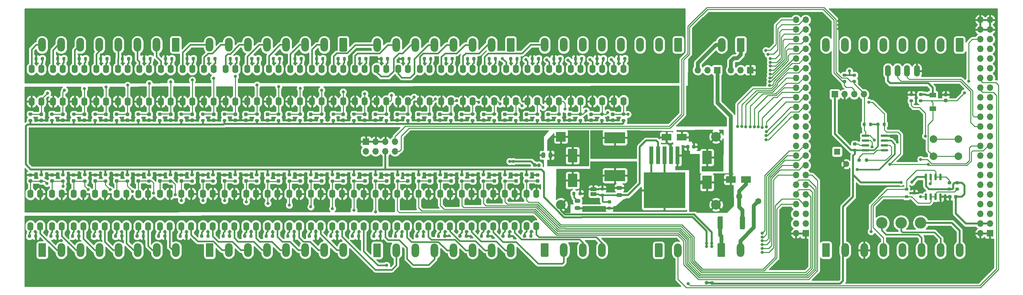
<source format=gbr>
%TF.GenerationSoftware,KiCad,Pcbnew,(5.1.6)-1*%
%TF.CreationDate,2021-11-09T09:23:03+01:00*%
%TF.ProjectId,boneIO_input board_v0.3,626f6e65-494f-45f6-996e-70757420626f,rev?*%
%TF.SameCoordinates,Original*%
%TF.FileFunction,Copper,L1,Top*%
%TF.FilePolarity,Positive*%
%FSLAX46Y46*%
G04 Gerber Fmt 4.6, Leading zero omitted, Abs format (unit mm)*
G04 Created by KiCad (PCBNEW (5.1.6)-1) date 2021-11-09 09:23:03*
%MOMM*%
%LPD*%
G01*
G04 APERTURE LIST*
%TA.AperFunction,SMDPad,CuDef*%
%ADD10R,1.500000X1.000000*%
%TD*%
%TA.AperFunction,ComponentPad*%
%ADD11R,1.700000X1.700000*%
%TD*%
%TA.AperFunction,ComponentPad*%
%ADD12O,1.700000X1.700000*%
%TD*%
%TA.AperFunction,ComponentPad*%
%ADD13O,2.000000X3.600000*%
%TD*%
%TA.AperFunction,SMDPad,CuDef*%
%ADD14R,2.500000X1.800000*%
%TD*%
%TA.AperFunction,SMDPad,CuDef*%
%ADD15O,1.600000X2.250000*%
%TD*%
%TA.AperFunction,ComponentPad*%
%ADD16C,2.540000*%
%TD*%
%TA.AperFunction,ComponentPad*%
%ADD17R,2.540000X2.540000*%
%TD*%
%TA.AperFunction,ComponentPad*%
%ADD18C,1.000000*%
%TD*%
%TA.AperFunction,ComponentPad*%
%ADD19C,1.600000*%
%TD*%
%TA.AperFunction,ComponentPad*%
%ADD20R,1.600000X1.600000*%
%TD*%
%TA.AperFunction,SMDPad,CuDef*%
%ADD21R,0.900000X0.800000*%
%TD*%
%TA.AperFunction,ComponentPad*%
%ADD22C,3.000000*%
%TD*%
%TA.AperFunction,ComponentPad*%
%ADD23O,1.500000X3.000000*%
%TD*%
%TA.AperFunction,ComponentPad*%
%ADD24C,2.000000*%
%TD*%
%TA.AperFunction,SMDPad,CuDef*%
%ADD25R,1.700000X1.300000*%
%TD*%
%TA.AperFunction,SMDPad,CuDef*%
%ADD26R,5.400000X2.900000*%
%TD*%
%TA.AperFunction,SMDPad,CuDef*%
%ADD27R,1.100000X4.600000*%
%TD*%
%TA.AperFunction,SMDPad,CuDef*%
%ADD28R,10.800000X9.400000*%
%TD*%
%TA.AperFunction,ViaPad*%
%ADD29C,0.800000*%
%TD*%
%TA.AperFunction,ViaPad*%
%ADD30C,1.000000*%
%TD*%
%TA.AperFunction,Conductor*%
%ADD31C,0.250000*%
%TD*%
%TA.AperFunction,Conductor*%
%ADD32C,0.400000*%
%TD*%
%TA.AperFunction,Conductor*%
%ADD33C,0.500000*%
%TD*%
%TA.AperFunction,Conductor*%
%ADD34C,1.000000*%
%TD*%
%TA.AperFunction,Conductor*%
%ADD35C,0.254000*%
%TD*%
G04 APERTURE END LIST*
D10*
%TO.P,JP1,2*%
%TO.N,+5V*%
X169230000Y-94210000D03*
%TO.P,JP1,1*%
%TO.N,Net-(C12-Pad2)*%
X169230000Y-95510000D03*
%TD*%
D11*
%TO.P,J15,1*%
%TO.N,GND*%
X273095000Y-105785000D03*
D12*
%TO.P,J15,2*%
X270555000Y-105785000D03*
%TO.P,J15,3*%
%TO.N,+3V3*%
X273095000Y-103245000D03*
%TO.P,J15,4*%
X270555000Y-103245000D03*
%TO.P,J15,5*%
%TO.N,+5V*%
X273095000Y-100705000D03*
%TO.P,J15,6*%
X270555000Y-100705000D03*
%TO.P,J15,7*%
%TO.N,Net-(J15-Pad7)*%
X273095000Y-98165000D03*
%TO.P,J15,8*%
%TO.N,Net-(J15-Pad8)*%
X270555000Y-98165000D03*
%TO.P,J15,9*%
%TO.N,Net-(J15-Pad9)*%
X273095000Y-95625000D03*
%TO.P,J15,10*%
%TO.N,Net-(J15-Pad10)*%
X270555000Y-95625000D03*
%TO.P,J15,11*%
%TO.N,P9.11*%
X273095000Y-93085000D03*
%TO.P,J15,12*%
%TO.N,P9.12*%
X270555000Y-93085000D03*
%TO.P,J15,13*%
%TO.N,P9.13*%
X273095000Y-90545000D03*
%TO.P,J15,14*%
%TO.N,P9.14*%
X270555000Y-90545000D03*
%TO.P,J15,15*%
%TO.N,P9.15*%
X273095000Y-88005000D03*
%TO.P,J15,16*%
%TO.N,P9.16*%
X270555000Y-88005000D03*
%TO.P,J15,17*%
%TO.N,P9.17*%
X273095000Y-85465000D03*
%TO.P,J15,18*%
%TO.N,P9.18*%
X270555000Y-85465000D03*
%TO.P,J15,19*%
%TO.N,SCL*%
X273095000Y-82925000D03*
%TO.P,J15,20*%
%TO.N,SDA*%
X270555000Y-82925000D03*
%TO.P,J15,21*%
%TO.N,P9.21*%
X273095000Y-80385000D03*
%TO.P,J15,22*%
%TO.N,P9.22*%
X270555000Y-80385000D03*
%TO.P,J15,23*%
%TO.N,P9.23*%
X273095000Y-77845000D03*
%TO.P,J15,24*%
%TO.N,TX*%
X270555000Y-77845000D03*
%TO.P,J15,25*%
%TO.N,P9.25*%
X273095000Y-75305000D03*
%TO.P,J15,26*%
%TO.N,RX*%
X270555000Y-75305000D03*
%TO.P,J15,27*%
%TO.N,P9.27*%
X273095000Y-72765000D03*
%TO.P,J15,28*%
%TO.N,P9.28*%
X270555000Y-72765000D03*
%TO.P,J15,29*%
%TO.N,P9.29*%
X273095000Y-70225000D03*
%TO.P,J15,30*%
%TO.N,P9.30*%
X270555000Y-70225000D03*
%TO.P,J15,31*%
%TO.N,P9.31*%
X273095000Y-67685000D03*
%TO.P,J15,32*%
%TO.N,VDD_ADC*%
X270555000Y-67685000D03*
%TO.P,J15,33*%
%TO.N,P9.33*%
X273095000Y-65145000D03*
%TO.P,J15,34*%
%TO.N,GND_ADC*%
X270555000Y-65145000D03*
%TO.P,J15,35*%
%TO.N,P9.35*%
X273095000Y-62605000D03*
%TO.P,J15,36*%
%TO.N,P9.36*%
X270555000Y-62605000D03*
%TO.P,J15,37*%
%TO.N,P9.37*%
X273095000Y-60065000D03*
%TO.P,J15,38*%
%TO.N,P9.38*%
X270555000Y-60065000D03*
%TO.P,J15,39*%
%TO.N,P9.39*%
X273095000Y-57525000D03*
%TO.P,J15,40*%
%TO.N,P9.40*%
X270555000Y-57525000D03*
%TO.P,J15,41*%
%TO.N,P9.41*%
X273095000Y-54985000D03*
%TO.P,J15,42*%
%TO.N,P9.42*%
X270555000Y-54985000D03*
%TO.P,J15,43*%
%TO.N,GND*%
X273095000Y-52445000D03*
%TO.P,J15,44*%
X270555000Y-52445000D03*
%TO.P,J15,45*%
X273095000Y-49905000D03*
%TO.P,J15,46*%
X270555000Y-49905000D03*
%TD*%
%TO.P,J16,46*%
%TO.N,P8.46*%
X222295000Y-49910000D03*
%TO.P,J16,45*%
%TO.N,P8.45*%
X224835000Y-49910000D03*
%TO.P,J16,44*%
%TO.N,P8.44*%
X222295000Y-52450000D03*
%TO.P,J16,43*%
%TO.N,P8.43*%
X224835000Y-52450000D03*
%TO.P,J16,42*%
%TO.N,P8.42*%
X222295000Y-54990000D03*
%TO.P,J16,41*%
%TO.N,P8.41*%
X224835000Y-54990000D03*
%TO.P,J16,40*%
%TO.N,P8.40*%
X222295000Y-57530000D03*
%TO.P,J16,39*%
%TO.N,P8.39*%
X224835000Y-57530000D03*
%TO.P,J16,38*%
%TO.N,P8.38*%
X222295000Y-60070000D03*
%TO.P,J16,37*%
%TO.N,P8.37*%
X224835000Y-60070000D03*
%TO.P,J16,36*%
%TO.N,P8.36*%
X222295000Y-62610000D03*
%TO.P,J16,35*%
%TO.N,P8.35*%
X224835000Y-62610000D03*
%TO.P,J16,34*%
%TO.N,P8.34*%
X222295000Y-65150000D03*
%TO.P,J16,33*%
%TO.N,P8.33*%
X224835000Y-65150000D03*
%TO.P,J16,32*%
%TO.N,P8.32*%
X222295000Y-67690000D03*
%TO.P,J16,31*%
%TO.N,P8.31*%
X224835000Y-67690000D03*
%TO.P,J16,30*%
%TO.N,P8.30*%
X222295000Y-70230000D03*
%TO.P,J16,29*%
%TO.N,P8.29*%
X224835000Y-70230000D03*
%TO.P,J16,28*%
%TO.N,P8.28*%
X222295000Y-72770000D03*
%TO.P,J16,27*%
%TO.N,P8.27*%
X224835000Y-72770000D03*
%TO.P,J16,26*%
%TO.N,P8.26*%
X222295000Y-75310000D03*
%TO.P,J16,25*%
%TO.N,P8.25*%
X224835000Y-75310000D03*
%TO.P,J16,24*%
%TO.N,P8.24*%
X222295000Y-77850000D03*
%TO.P,J16,23*%
%TO.N,P8.23*%
X224835000Y-77850000D03*
%TO.P,J16,22*%
%TO.N,P8.22*%
X222295000Y-80390000D03*
%TO.P,J16,21*%
%TO.N,P8.21*%
X224835000Y-80390000D03*
%TO.P,J16,20*%
%TO.N,P8.20*%
X222295000Y-82930000D03*
%TO.P,J16,19*%
%TO.N,P8.19*%
X224835000Y-82930000D03*
%TO.P,J16,18*%
%TO.N,P8.18*%
X222295000Y-85470000D03*
%TO.P,J16,17*%
%TO.N,P8.17*%
X224835000Y-85470000D03*
%TO.P,J16,16*%
%TO.N,P8.16*%
X222295000Y-88010000D03*
%TO.P,J16,15*%
%TO.N,P8.15*%
X224835000Y-88010000D03*
%TO.P,J16,14*%
%TO.N,P8.14*%
X222295000Y-90550000D03*
%TO.P,J16,13*%
%TO.N,P8.13*%
X224835000Y-90550000D03*
%TO.P,J16,12*%
%TO.N,P8.12*%
X222295000Y-93090000D03*
%TO.P,J16,11*%
%TO.N,P8.11*%
X224835000Y-93090000D03*
%TO.P,J16,10*%
%TO.N,P8.10*%
X222295000Y-95630000D03*
%TO.P,J16,9*%
%TO.N,P8.09*%
X224835000Y-95630000D03*
%TO.P,J16,8*%
%TO.N,P8.08*%
X222295000Y-98170000D03*
%TO.P,J16,7*%
%TO.N,P8.07*%
X224835000Y-98170000D03*
%TO.P,J16,6*%
%TO.N,P8.06*%
X222295000Y-100710000D03*
%TO.P,J16,5*%
%TO.N,P8.05*%
X224835000Y-100710000D03*
%TO.P,J16,4*%
%TO.N,P8.04*%
X222295000Y-103250000D03*
%TO.P,J16,3*%
%TO.N,P8.03*%
X224835000Y-103250000D03*
%TO.P,J16,2*%
%TO.N,GND*%
X222295000Y-105790000D03*
D11*
%TO.P,J16,1*%
X224835000Y-105790000D03*
%TD*%
D13*
%TO.P,VDD1,2*%
%TO.N,Earth*%
X207735000Y-110140000D03*
%TO.P,VDD1,1*%
%TO.N,VCC*%
%TA.AperFunction,ComponentPad*%
G36*
G01*
X201735000Y-111690000D02*
X201735000Y-108590000D01*
G75*
G02*
X201985000Y-108340000I250000J0D01*
G01*
X203485000Y-108340000D01*
G75*
G02*
X203735000Y-108590000I0J-250000D01*
G01*
X203735000Y-111690000D01*
G75*
G02*
X203485000Y-111940000I-250000J0D01*
G01*
X201985000Y-111940000D01*
G75*
G02*
X201735000Y-111690000I0J250000D01*
G01*
G37*
%TD.AperFunction*%
%TD*%
D14*
%TO.P,D3,2*%
%TO.N,Earth*%
X192385000Y-80645000D03*
%TO.P,D3,1*%
%TO.N,Net-(D3-Pad1)*%
X188385000Y-80645000D03*
%TD*%
D15*
%TO.P,U35,1*%
%TO.N,Net-(R65-Pad1)*%
X123470000Y-103950000D03*
%TO.P,U35,2*%
%TO.N,P8.12_OUT*%
X126010000Y-103950000D03*
%TO.P,U35,3*%
%TO.N,GND*%
X126010000Y-95450000D03*
%TO.P,U35,4*%
%TO.N,P8.12*%
X123470000Y-95450000D03*
%TD*%
D16*
%TO.P,REF\u002A\u002A,3*%
%TO.N,+24V*%
X201355000Y-98275000D03*
%TO.P,REF\u002A\u002A,4*%
%TO.N,Earth*%
X201355000Y-80495000D03*
%TO.P,REF\u002A\u002A,2*%
%TO.N,+5V*%
X160715000Y-98275000D03*
D17*
%TO.P,REF\u002A\u002A,1*%
%TO.N,Earth*%
X160715000Y-80495000D03*
%TD*%
D15*
%TO.P,U56,1*%
%TO.N,Net-(R112-Pad1)*%
X92400000Y-62750000D03*
%TO.P,U56,2*%
%TO.N,P9.30_OUT*%
X89860000Y-62750000D03*
%TO.P,U56,3*%
%TO.N,GND*%
X89860000Y-71250000D03*
%TO.P,U56,4*%
%TO.N,P9.30*%
X92400000Y-71250000D03*
%TD*%
%TO.P,U55,1*%
%TO.N,Net-(R111-Pad1)*%
X86760000Y-62750000D03*
%TO.P,U55,2*%
%TO.N,P9.31_OUT*%
X84220000Y-62750000D03*
%TO.P,U55,3*%
%TO.N,GND*%
X84220000Y-71250000D03*
%TO.P,U55,4*%
%TO.N,P9.31*%
X86760000Y-71250000D03*
%TD*%
%TO.P,U54,1*%
%TO.N,Net-(R110-Pad1)*%
X81110000Y-62750000D03*
%TO.P,U54,2*%
%TO.N,P9.42_OUT*%
X78570000Y-62750000D03*
%TO.P,U54,3*%
%TO.N,GND*%
X78570000Y-71250000D03*
%TO.P,U54,4*%
%TO.N,P9.42*%
X81110000Y-71250000D03*
%TD*%
%TO.P,U53,1*%
%TO.N,Net-(R109-Pad1)*%
X151720000Y-103930000D03*
%TO.P,U53,2*%
%TO.N,P8.07_OUT*%
X154260000Y-103930000D03*
%TO.P,U53,3*%
%TO.N,GND*%
X154260000Y-95430000D03*
%TO.P,U53,4*%
%TO.N,P8.07*%
X151720000Y-95430000D03*
%TD*%
%TO.P,U52,1*%
%TO.N,Net-(R100-Pad1)*%
X75450000Y-62765000D03*
%TO.P,U52,2*%
%TO.N,P8.46_OUT*%
X72910000Y-62765000D03*
%TO.P,U52,3*%
%TO.N,GND*%
X72910000Y-71265000D03*
%TO.P,U52,4*%
%TO.N,P8.46*%
X75450000Y-71265000D03*
%TD*%
%TO.P,U51,1*%
%TO.N,Net-(R99-Pad1)*%
X143250000Y-62735000D03*
%TO.P,U51,2*%
%TO.N,P9.17_OUT*%
X140710000Y-62735000D03*
%TO.P,U51,3*%
%TO.N,GND*%
X140710000Y-71235000D03*
%TO.P,U51,4*%
%TO.N,P9.17*%
X143250000Y-71235000D03*
%TD*%
%TO.P,U50,1*%
%TO.N,Net-(R98-Pad1)*%
X120640000Y-62745000D03*
%TO.P,U50,2*%
%TO.N,P9.23_OUT*%
X118100000Y-62745000D03*
%TO.P,U50,3*%
%TO.N,GND*%
X118100000Y-71245000D03*
%TO.P,U50,4*%
%TO.N,P9.23*%
X120640000Y-71245000D03*
%TD*%
%TO.P,U49,1*%
%TO.N,Net-(R97-Pad1)*%
X117820000Y-103945000D03*
%TO.P,U49,2*%
%TO.N,P8.13_OUT*%
X120360000Y-103945000D03*
%TO.P,U49,3*%
%TO.N,GND*%
X120360000Y-95445000D03*
%TO.P,U49,4*%
%TO.N,P8.13*%
X117820000Y-95445000D03*
%TD*%
%TO.P,U48,1*%
%TO.N,Net-(R96-Pad1)*%
X126295000Y-62740000D03*
%TO.P,U48,2*%
%TO.N,P9.22_OUT*%
X123755000Y-62740000D03*
%TO.P,U48,3*%
%TO.N,GND*%
X123755000Y-71240000D03*
%TO.P,U48,4*%
%TO.N,P9.22*%
X126295000Y-71240000D03*
%TD*%
%TO.P,U47,1*%
%TO.N,Net-(R95-Pad1)*%
X131945000Y-62740000D03*
%TO.P,U47,2*%
%TO.N,P9.21_OUT*%
X129405000Y-62740000D03*
%TO.P,U47,3*%
%TO.N,GND*%
X129405000Y-71240000D03*
%TO.P,U47,4*%
%TO.N,P9.21*%
X131945000Y-71240000D03*
%TD*%
%TO.P,U46,1*%
%TO.N,Net-(R94-Pad1)*%
X137600000Y-62740000D03*
%TO.P,U46,2*%
%TO.N,P9.18_OUT*%
X135060000Y-62740000D03*
%TO.P,U46,3*%
%TO.N,GND*%
X135060000Y-71240000D03*
%TO.P,U46,4*%
%TO.N,P9.18*%
X137600000Y-71240000D03*
%TD*%
%TO.P,U45,1*%
%TO.N,Net-(R93-Pad1)*%
X98050000Y-62750000D03*
%TO.P,U45,2*%
%TO.N,P9.29_OUT*%
X95510000Y-62750000D03*
%TO.P,U45,3*%
%TO.N,GND*%
X95510000Y-71250000D03*
%TO.P,U45,4*%
%TO.N,P9.29*%
X98050000Y-71250000D03*
%TD*%
%TO.P,U44,1*%
%TO.N,Net-(R84-Pad1)*%
X160200000Y-62735000D03*
%TO.P,U44,2*%
%TO.N,P9.14_OUT*%
X157660000Y-62735000D03*
%TO.P,U44,3*%
%TO.N,GND*%
X157660000Y-71235000D03*
%TO.P,U44,4*%
%TO.N,P9.14*%
X160200000Y-71235000D03*
%TD*%
%TO.P,U43,1*%
%TO.N,Net-(R83-Pad1)*%
X165850000Y-62735000D03*
%TO.P,U43,2*%
%TO.N,P9.13_OUT*%
X163310000Y-62735000D03*
%TO.P,U43,3*%
%TO.N,GND*%
X163310000Y-71235000D03*
%TO.P,U43,4*%
%TO.N,P9.13*%
X165850000Y-71235000D03*
%TD*%
%TO.P,U42,1*%
%TO.N,Net-(R82-Pad1)*%
X171500000Y-62735000D03*
%TO.P,U42,2*%
%TO.N,P9.12_OUT*%
X168960000Y-62735000D03*
%TO.P,U42,3*%
%TO.N,GND*%
X168960000Y-71235000D03*
%TO.P,U42,4*%
%TO.N,P9.12*%
X171500000Y-71235000D03*
%TD*%
%TO.P,U41,1*%
%TO.N,Net-(R81-Pad1)*%
X177150000Y-62710000D03*
%TO.P,U41,2*%
%TO.N,P9.11_OUT*%
X174610000Y-62710000D03*
%TO.P,U41,3*%
%TO.N,GND*%
X174610000Y-71210000D03*
%TO.P,U41,4*%
%TO.N,P9.11*%
X177150000Y-71210000D03*
%TD*%
%TO.P,U40,1*%
%TO.N,Net-(R80-Pad1)*%
X114990000Y-62745000D03*
%TO.P,U40,2*%
%TO.N,P9.25_OUT*%
X112450000Y-62745000D03*
%TO.P,U40,3*%
%TO.N,GND*%
X112450000Y-71245000D03*
%TO.P,U40,4*%
%TO.N,P9.25*%
X114990000Y-71245000D03*
%TD*%
%TO.P,U39,1*%
%TO.N,Net-(R79-Pad1)*%
X83920000Y-103945000D03*
%TO.P,U39,2*%
%TO.N,P8.19_OUT*%
X86460000Y-103945000D03*
%TO.P,U39,3*%
%TO.N,GND*%
X86460000Y-95445000D03*
%TO.P,U39,4*%
%TO.N,P8.19*%
X83920000Y-95445000D03*
%TD*%
%TO.P,U38,1*%
%TO.N,Net-(R78-Pad1)*%
X109340000Y-62745000D03*
%TO.P,U38,2*%
%TO.N,P9.27_OUT*%
X106800000Y-62745000D03*
%TO.P,U38,3*%
%TO.N,GND*%
X106800000Y-71245000D03*
%TO.P,U38,4*%
%TO.N,P9.27*%
X109340000Y-71245000D03*
%TD*%
%TO.P,U37,1*%
%TO.N,Net-(R77-Pad1)*%
X103690000Y-62745000D03*
%TO.P,U37,2*%
%TO.N,P9.28_OUT*%
X101150000Y-62745000D03*
%TO.P,U37,3*%
%TO.N,GND*%
X101150000Y-71245000D03*
%TO.P,U37,4*%
%TO.N,P9.28*%
X103690000Y-71245000D03*
%TD*%
%TO.P,U34,1*%
%TO.N,Net-(R64-Pad1)*%
X129120000Y-103940000D03*
%TO.P,U34,2*%
%TO.N,P8.11_OUT*%
X131660000Y-103940000D03*
%TO.P,U34,3*%
%TO.N,GND*%
X131660000Y-95440000D03*
%TO.P,U34,4*%
%TO.N,P8.11*%
X129120000Y-95440000D03*
%TD*%
%TO.P,U33,1*%
%TO.N,Net-(R63-Pad1)*%
X134770000Y-103940000D03*
%TO.P,U33,2*%
%TO.N,P8.10_OUT*%
X137310000Y-103940000D03*
%TO.P,U33,3*%
%TO.N,GND*%
X137310000Y-95440000D03*
%TO.P,U33,4*%
%TO.N,P8.10*%
X134770000Y-95440000D03*
%TD*%
%TO.P,U32,1*%
%TO.N,Net-(R62-Pad1)*%
X140420000Y-103940000D03*
%TO.P,U32,2*%
%TO.N,P8.09_OUT*%
X142960000Y-103940000D03*
%TO.P,U32,3*%
%TO.N,GND*%
X142960000Y-95440000D03*
%TO.P,U32,4*%
%TO.N,P8.09*%
X140420000Y-95440000D03*
%TD*%
%TO.P,U31,1*%
%TO.N,Net-(R61-Pad1)*%
X146070000Y-103930000D03*
%TO.P,U31,2*%
%TO.N,P8.08_OUT*%
X148610000Y-103930000D03*
%TO.P,U31,3*%
%TO.N,GND*%
X148610000Y-95430000D03*
%TO.P,U31,4*%
%TO.N,P8.08*%
X146070000Y-95430000D03*
%TD*%
%TO.P,U30,1*%
%TO.N,Net-(R60-Pad1)*%
X95220000Y-103945000D03*
%TO.P,U30,2*%
%TO.N,P8.17_OUT*%
X97760000Y-103945000D03*
%TO.P,U30,3*%
%TO.N,GND*%
X97760000Y-95445000D03*
%TO.P,U30,4*%
%TO.N,P8.17*%
X95220000Y-95445000D03*
%TD*%
%TO.P,U29,1*%
%TO.N,Net-(R59-Pad1)*%
X89570000Y-103945000D03*
%TO.P,U29,2*%
%TO.N,P8.18_OUT*%
X92110000Y-103945000D03*
%TO.P,U29,3*%
%TO.N,GND*%
X92110000Y-95445000D03*
%TO.P,U29,4*%
%TO.N,P8.18*%
X89570000Y-95445000D03*
%TD*%
%TO.P,U28,1*%
%TO.N,Net-(R58-Pad1)*%
X100870000Y-103945000D03*
%TO.P,U28,2*%
%TO.N,P8.16_OUT*%
X103410000Y-103945000D03*
%TO.P,U28,3*%
%TO.N,GND*%
X103410000Y-95445000D03*
%TO.P,U28,4*%
%TO.N,P8.16*%
X100870000Y-95445000D03*
%TD*%
%TO.P,U27,1*%
%TO.N,Net-(R47-Pad1)*%
X106520000Y-103945000D03*
%TO.P,U27,2*%
%TO.N,P8.15_OUT*%
X109060000Y-103945000D03*
%TO.P,U27,3*%
%TO.N,GND*%
X109060000Y-95445000D03*
%TO.P,U27,4*%
%TO.N,P8.15*%
X106520000Y-95445000D03*
%TD*%
%TO.P,U26,1*%
%TO.N,Net-(R46-Pad1)*%
X112170000Y-103945000D03*
%TO.P,U26,2*%
%TO.N,P8.14_OUT*%
X114710000Y-103945000D03*
%TO.P,U26,3*%
%TO.N,GND*%
X114710000Y-95445000D03*
%TO.P,U26,4*%
%TO.N,P8.14*%
X112170000Y-95445000D03*
%TD*%
%TO.P,U25,1*%
%TO.N,Net-(R45-Pad1)*%
X148900000Y-62735000D03*
%TO.P,U25,2*%
%TO.N,P9.16_OUT*%
X146360000Y-62735000D03*
%TO.P,U25,3*%
%TO.N,GND*%
X146360000Y-71235000D03*
%TO.P,U25,4*%
%TO.N,P9.16*%
X148900000Y-71235000D03*
%TD*%
%TO.P,U24,1*%
%TO.N,Net-(R44-Pad1)*%
X154550000Y-62735000D03*
%TO.P,U24,2*%
%TO.N,P9.15_OUT*%
X152010000Y-62735000D03*
%TO.P,U24,3*%
%TO.N,GND*%
X152010000Y-71235000D03*
%TO.P,U24,4*%
%TO.N,P9.15*%
X154550000Y-71235000D03*
%TD*%
%TO.P,U23,1*%
%TO.N,Net-(R43-Pad1)*%
X78270000Y-103945000D03*
%TO.P,U23,2*%
%TO.N,P8.26_OUT*%
X80810000Y-103945000D03*
%TO.P,U23,3*%
%TO.N,GND*%
X80810000Y-95445000D03*
%TO.P,U23,4*%
%TO.N,P8.26*%
X78270000Y-95445000D03*
%TD*%
%TO.P,U22,1*%
%TO.N,Net-(R42-Pad1)*%
X72620000Y-103945000D03*
%TO.P,U22,2*%
%TO.N,P8.27_OUT*%
X75160000Y-103945000D03*
%TO.P,U22,3*%
%TO.N,GND*%
X75160000Y-95445000D03*
%TO.P,U22,4*%
%TO.N,P8.27*%
X72620000Y-95445000D03*
%TD*%
%TO.P,U21,1*%
%TO.N,Net-(R41-Pad1)*%
X66970000Y-103945000D03*
%TO.P,U21,2*%
%TO.N,P8.28_OUT*%
X69510000Y-103945000D03*
%TO.P,U21,3*%
%TO.N,GND*%
X69510000Y-95445000D03*
%TO.P,U21,4*%
%TO.N,P8.28*%
X66970000Y-95445000D03*
%TD*%
%TO.P,U20,1*%
%TO.N,Net-(R40-Pad1)*%
X61320000Y-103945000D03*
%TO.P,U20,2*%
%TO.N,P8.29_OUT*%
X63860000Y-103945000D03*
%TO.P,U20,3*%
%TO.N,GND*%
X63860000Y-95445000D03*
%TO.P,U20,4*%
%TO.N,P8.29*%
X61320000Y-95445000D03*
%TD*%
%TO.P,U19,1*%
%TO.N,Net-(R28-Pad1)*%
X55670000Y-103945000D03*
%TO.P,U19,2*%
%TO.N,P8.30_OUT*%
X58210000Y-103945000D03*
%TO.P,U19,3*%
%TO.N,GND*%
X58210000Y-95445000D03*
%TO.P,U19,4*%
%TO.N,P8.30*%
X55670000Y-95445000D03*
%TD*%
%TO.P,U18,1*%
%TO.N,Net-(R27-Pad1)*%
X50020000Y-103970000D03*
%TO.P,U18,2*%
%TO.N,P8.31_OUT*%
X52560000Y-103970000D03*
%TO.P,U18,3*%
%TO.N,GND*%
X52560000Y-95470000D03*
%TO.P,U18,4*%
%TO.N,P8.31*%
X50020000Y-95470000D03*
%TD*%
%TO.P,U17,1*%
%TO.N,Net-(R26-Pad1)*%
X44370000Y-103965000D03*
%TO.P,U17,2*%
%TO.N,P8.32_OUT*%
X46910000Y-103965000D03*
%TO.P,U17,3*%
%TO.N,GND*%
X46910000Y-95465000D03*
%TO.P,U17,4*%
%TO.N,P8.32*%
X44370000Y-95465000D03*
%TD*%
%TO.P,U16,1*%
%TO.N,Net-(R25-Pad1)*%
X38720000Y-103965000D03*
%TO.P,U16,2*%
%TO.N,P8.33_OUT*%
X41260000Y-103965000D03*
%TO.P,U16,3*%
%TO.N,GND*%
X41260000Y-95465000D03*
%TO.P,U16,4*%
%TO.N,P8.33*%
X38720000Y-95465000D03*
%TD*%
%TO.P,U15,1*%
%TO.N,Net-(R24-Pad1)*%
X33070000Y-103965000D03*
%TO.P,U15,2*%
%TO.N,P8.34_OUT*%
X35610000Y-103965000D03*
%TO.P,U15,3*%
%TO.N,GND*%
X35610000Y-95465000D03*
%TO.P,U15,4*%
%TO.N,P8.34*%
X33070000Y-95465000D03*
%TD*%
%TO.P,U14,1*%
%TO.N,Net-(R23-Pad1)*%
X27420000Y-103965000D03*
%TO.P,U14,2*%
%TO.N,P8.35_OUT*%
X29960000Y-103965000D03*
%TO.P,U14,3*%
%TO.N,GND*%
X29960000Y-95465000D03*
%TO.P,U14,4*%
%TO.N,P8.35*%
X27420000Y-95465000D03*
%TD*%
%TO.P,U13,1*%
%TO.N,Net-(R22-Pad1)*%
X21770000Y-103965000D03*
%TO.P,U13,2*%
%TO.N,P8.36_OUT*%
X24310000Y-103965000D03*
%TO.P,U13,3*%
%TO.N,GND*%
X24310000Y-95465000D03*
%TO.P,U13,4*%
%TO.N,P8.36*%
X21770000Y-95465000D03*
%TD*%
%TO.P,U12,1*%
%TO.N,Net-(R21-Pad1)*%
X24600000Y-62765000D03*
%TO.P,U12,2*%
%TO.N,P8.37_OUT*%
X22060000Y-62765000D03*
%TO.P,U12,3*%
%TO.N,GND*%
X22060000Y-71265000D03*
%TO.P,U12,4*%
%TO.N,P8.37*%
X24600000Y-71265000D03*
%TD*%
%TO.P,U9,1*%
%TO.N,Net-(R8-Pad1)*%
X30250000Y-62765000D03*
%TO.P,U9,2*%
%TO.N,P8.38_OUT*%
X27710000Y-62765000D03*
%TO.P,U9,3*%
%TO.N,GND*%
X27710000Y-71265000D03*
%TO.P,U9,4*%
%TO.N,P8.38*%
X30250000Y-71265000D03*
%TD*%
%TO.P,U8,1*%
%TO.N,Net-(R7-Pad1)*%
X35900000Y-62765000D03*
%TO.P,U8,2*%
%TO.N,P8.39_OUT*%
X33360000Y-62765000D03*
%TO.P,U8,3*%
%TO.N,GND*%
X33360000Y-71265000D03*
%TO.P,U8,4*%
%TO.N,P8.39*%
X35900000Y-71265000D03*
%TD*%
%TO.P,U7,1*%
%TO.N,Net-(R6-Pad1)*%
X41550000Y-62765000D03*
%TO.P,U7,2*%
%TO.N,P8.40_OUT*%
X39010000Y-62765000D03*
%TO.P,U7,3*%
%TO.N,GND*%
X39010000Y-71265000D03*
%TO.P,U7,4*%
%TO.N,P8.40*%
X41550000Y-71265000D03*
%TD*%
%TO.P,U6,1*%
%TO.N,Net-(R5-Pad1)*%
X47200000Y-62765000D03*
%TO.P,U6,2*%
%TO.N,P8.41_OUT*%
X44660000Y-62765000D03*
%TO.P,U6,3*%
%TO.N,GND*%
X44660000Y-71265000D03*
%TO.P,U6,4*%
%TO.N,P8.41*%
X47200000Y-71265000D03*
%TD*%
%TO.P,U5,1*%
%TO.N,Net-(R4-Pad1)*%
X52850000Y-62765000D03*
%TO.P,U5,2*%
%TO.N,P8.42_OUT*%
X50310000Y-62765000D03*
%TO.P,U5,3*%
%TO.N,GND*%
X50310000Y-71265000D03*
%TO.P,U5,4*%
%TO.N,P8.42*%
X52850000Y-71265000D03*
%TD*%
%TO.P,U4,1*%
%TO.N,Net-(R3-Pad1)*%
X58500000Y-62765000D03*
%TO.P,U4,2*%
%TO.N,P8.43_OUT*%
X55960000Y-62765000D03*
%TO.P,U4,3*%
%TO.N,GND*%
X55960000Y-71265000D03*
%TO.P,U4,4*%
%TO.N,P8.43*%
X58500000Y-71265000D03*
%TD*%
%TO.P,U3,1*%
%TO.N,Net-(R2-Pad1)*%
X64150000Y-62765000D03*
%TO.P,U3,2*%
%TO.N,P8.44_OUT*%
X61610000Y-62765000D03*
%TO.P,U3,3*%
%TO.N,GND*%
X61610000Y-71265000D03*
%TO.P,U3,4*%
%TO.N,P8.44*%
X64150000Y-71265000D03*
%TD*%
%TO.P,U2,1*%
%TO.N,Net-(R1-Pad1)*%
X69800000Y-62765000D03*
%TO.P,U2,2*%
%TO.N,P8.45_OUT*%
X67260000Y-62765000D03*
%TO.P,U2,3*%
%TO.N,GND*%
X67260000Y-71265000D03*
%TO.P,U2,4*%
%TO.N,P8.45*%
X69800000Y-71265000D03*
%TD*%
%TO.P,R116,2*%
%TO.N,+3V3*%
%TA.AperFunction,SMDPad,CuDef*%
G36*
G01*
X92125000Y-75835000D02*
X92675000Y-75835000D01*
G75*
G02*
X92875000Y-76035000I0J-200000D01*
G01*
X92875000Y-76435000D01*
G75*
G02*
X92675000Y-76635000I-200000J0D01*
G01*
X92125000Y-76635000D01*
G75*
G02*
X91925000Y-76435000I0J200000D01*
G01*
X91925000Y-76035000D01*
G75*
G02*
X92125000Y-75835000I200000J0D01*
G01*
G37*
%TD.AperFunction*%
%TO.P,R116,1*%
%TO.N,P9.30*%
%TA.AperFunction,SMDPad,CuDef*%
G36*
G01*
X92125000Y-74185000D02*
X92675000Y-74185000D01*
G75*
G02*
X92875000Y-74385000I0J-200000D01*
G01*
X92875000Y-74785000D01*
G75*
G02*
X92675000Y-74985000I-200000J0D01*
G01*
X92125000Y-74985000D01*
G75*
G02*
X91925000Y-74785000I0J200000D01*
G01*
X91925000Y-74385000D01*
G75*
G02*
X92125000Y-74185000I200000J0D01*
G01*
G37*
%TD.AperFunction*%
%TD*%
%TO.P,R115,2*%
%TO.N,+3V3*%
%TA.AperFunction,SMDPad,CuDef*%
G36*
G01*
X86485000Y-75835000D02*
X87035000Y-75835000D01*
G75*
G02*
X87235000Y-76035000I0J-200000D01*
G01*
X87235000Y-76435000D01*
G75*
G02*
X87035000Y-76635000I-200000J0D01*
G01*
X86485000Y-76635000D01*
G75*
G02*
X86285000Y-76435000I0J200000D01*
G01*
X86285000Y-76035000D01*
G75*
G02*
X86485000Y-75835000I200000J0D01*
G01*
G37*
%TD.AperFunction*%
%TO.P,R115,1*%
%TO.N,P9.31*%
%TA.AperFunction,SMDPad,CuDef*%
G36*
G01*
X86485000Y-74185000D02*
X87035000Y-74185000D01*
G75*
G02*
X87235000Y-74385000I0J-200000D01*
G01*
X87235000Y-74785000D01*
G75*
G02*
X87035000Y-74985000I-200000J0D01*
G01*
X86485000Y-74985000D01*
G75*
G02*
X86285000Y-74785000I0J200000D01*
G01*
X86285000Y-74385000D01*
G75*
G02*
X86485000Y-74185000I200000J0D01*
G01*
G37*
%TD.AperFunction*%
%TD*%
%TO.P,R114,2*%
%TO.N,+3V3*%
%TA.AperFunction,SMDPad,CuDef*%
G36*
G01*
X80835000Y-75835000D02*
X81385000Y-75835000D01*
G75*
G02*
X81585000Y-76035000I0J-200000D01*
G01*
X81585000Y-76435000D01*
G75*
G02*
X81385000Y-76635000I-200000J0D01*
G01*
X80835000Y-76635000D01*
G75*
G02*
X80635000Y-76435000I0J200000D01*
G01*
X80635000Y-76035000D01*
G75*
G02*
X80835000Y-75835000I200000J0D01*
G01*
G37*
%TD.AperFunction*%
%TO.P,R114,1*%
%TO.N,P9.42*%
%TA.AperFunction,SMDPad,CuDef*%
G36*
G01*
X80835000Y-74185000D02*
X81385000Y-74185000D01*
G75*
G02*
X81585000Y-74385000I0J-200000D01*
G01*
X81585000Y-74785000D01*
G75*
G02*
X81385000Y-74985000I-200000J0D01*
G01*
X80835000Y-74985000D01*
G75*
G02*
X80635000Y-74785000I0J200000D01*
G01*
X80635000Y-74385000D01*
G75*
G02*
X80835000Y-74185000I200000J0D01*
G01*
G37*
%TD.AperFunction*%
%TD*%
%TO.P,R113,2*%
%TO.N,+3V3*%
%TA.AperFunction,SMDPad,CuDef*%
G36*
G01*
X151995000Y-90855000D02*
X151445000Y-90855000D01*
G75*
G02*
X151245000Y-90655000I0J200000D01*
G01*
X151245000Y-90255000D01*
G75*
G02*
X151445000Y-90055000I200000J0D01*
G01*
X151995000Y-90055000D01*
G75*
G02*
X152195000Y-90255000I0J-200000D01*
G01*
X152195000Y-90655000D01*
G75*
G02*
X151995000Y-90855000I-200000J0D01*
G01*
G37*
%TD.AperFunction*%
%TO.P,R113,1*%
%TO.N,P8.07*%
%TA.AperFunction,SMDPad,CuDef*%
G36*
G01*
X151995000Y-92505000D02*
X151445000Y-92505000D01*
G75*
G02*
X151245000Y-92305000I0J200000D01*
G01*
X151245000Y-91905000D01*
G75*
G02*
X151445000Y-91705000I200000J0D01*
G01*
X151995000Y-91705000D01*
G75*
G02*
X152195000Y-91905000I0J-200000D01*
G01*
X152195000Y-92305000D01*
G75*
G02*
X151995000Y-92505000I-200000J0D01*
G01*
G37*
%TD.AperFunction*%
%TD*%
%TO.P,R112,2*%
%TO.N,GNDA*%
%TA.AperFunction,SMDPad,CuDef*%
G36*
G01*
X91452772Y-59810000D02*
X91452772Y-60360000D01*
G75*
G02*
X91252772Y-60560000I-200000J0D01*
G01*
X90852772Y-60560000D01*
G75*
G02*
X90652772Y-60360000I0J200000D01*
G01*
X90652772Y-59810000D01*
G75*
G02*
X90852772Y-59610000I200000J0D01*
G01*
X91252772Y-59610000D01*
G75*
G02*
X91452772Y-59810000I0J-200000D01*
G01*
G37*
%TD.AperFunction*%
%TO.P,R112,1*%
%TO.N,Net-(R112-Pad1)*%
%TA.AperFunction,SMDPad,CuDef*%
G36*
G01*
X93102772Y-59810000D02*
X93102772Y-60360000D01*
G75*
G02*
X92902772Y-60560000I-200000J0D01*
G01*
X92502772Y-60560000D01*
G75*
G02*
X92302772Y-60360000I0J200000D01*
G01*
X92302772Y-59810000D01*
G75*
G02*
X92502772Y-59610000I200000J0D01*
G01*
X92902772Y-59610000D01*
G75*
G02*
X93102772Y-59810000I0J-200000D01*
G01*
G37*
%TD.AperFunction*%
%TD*%
%TO.P,R111,2*%
%TO.N,GNDA*%
%TA.AperFunction,SMDPad,CuDef*%
G36*
G01*
X85801291Y-59810000D02*
X85801291Y-60360000D01*
G75*
G02*
X85601291Y-60560000I-200000J0D01*
G01*
X85201291Y-60560000D01*
G75*
G02*
X85001291Y-60360000I0J200000D01*
G01*
X85001291Y-59810000D01*
G75*
G02*
X85201291Y-59610000I200000J0D01*
G01*
X85601291Y-59610000D01*
G75*
G02*
X85801291Y-59810000I0J-200000D01*
G01*
G37*
%TD.AperFunction*%
%TO.P,R111,1*%
%TO.N,Net-(R111-Pad1)*%
%TA.AperFunction,SMDPad,CuDef*%
G36*
G01*
X87451291Y-59810000D02*
X87451291Y-60360000D01*
G75*
G02*
X87251291Y-60560000I-200000J0D01*
G01*
X86851291Y-60560000D01*
G75*
G02*
X86651291Y-60360000I0J200000D01*
G01*
X86651291Y-59810000D01*
G75*
G02*
X86851291Y-59610000I200000J0D01*
G01*
X87251291Y-59610000D01*
G75*
G02*
X87451291Y-59810000I0J-200000D01*
G01*
G37*
%TD.AperFunction*%
%TD*%
%TO.P,R110,2*%
%TO.N,GNDA*%
%TA.AperFunction,SMDPad,CuDef*%
G36*
G01*
X80149810Y-59810000D02*
X80149810Y-60360000D01*
G75*
G02*
X79949810Y-60560000I-200000J0D01*
G01*
X79549810Y-60560000D01*
G75*
G02*
X79349810Y-60360000I0J200000D01*
G01*
X79349810Y-59810000D01*
G75*
G02*
X79549810Y-59610000I200000J0D01*
G01*
X79949810Y-59610000D01*
G75*
G02*
X80149810Y-59810000I0J-200000D01*
G01*
G37*
%TD.AperFunction*%
%TO.P,R110,1*%
%TO.N,Net-(R110-Pad1)*%
%TA.AperFunction,SMDPad,CuDef*%
G36*
G01*
X81799810Y-59810000D02*
X81799810Y-60360000D01*
G75*
G02*
X81599810Y-60560000I-200000J0D01*
G01*
X81199810Y-60560000D01*
G75*
G02*
X80999810Y-60360000I0J200000D01*
G01*
X80999810Y-59810000D01*
G75*
G02*
X81199810Y-59610000I200000J0D01*
G01*
X81599810Y-59610000D01*
G75*
G02*
X81799810Y-59810000I0J-200000D01*
G01*
G37*
%TD.AperFunction*%
%TD*%
%TO.P,R109,2*%
%TO.N,GNDA*%
%TA.AperFunction,SMDPad,CuDef*%
G36*
G01*
X152445000Y-106780000D02*
X152445000Y-106230000D01*
G75*
G02*
X152645000Y-106030000I200000J0D01*
G01*
X153045000Y-106030000D01*
G75*
G02*
X153245000Y-106230000I0J-200000D01*
G01*
X153245000Y-106780000D01*
G75*
G02*
X153045000Y-106980000I-200000J0D01*
G01*
X152645000Y-106980000D01*
G75*
G02*
X152445000Y-106780000I0J200000D01*
G01*
G37*
%TD.AperFunction*%
%TO.P,R109,1*%
%TO.N,Net-(R109-Pad1)*%
%TA.AperFunction,SMDPad,CuDef*%
G36*
G01*
X150795000Y-106780000D02*
X150795000Y-106230000D01*
G75*
G02*
X150995000Y-106030000I200000J0D01*
G01*
X151395000Y-106030000D01*
G75*
G02*
X151595000Y-106230000I0J-200000D01*
G01*
X151595000Y-106780000D01*
G75*
G02*
X151395000Y-106980000I-200000J0D01*
G01*
X150995000Y-106980000D01*
G75*
G02*
X150795000Y-106780000I0J200000D01*
G01*
G37*
%TD.AperFunction*%
%TD*%
%TO.P,R108,2*%
%TO.N,+3V3*%
%TA.AperFunction,SMDPad,CuDef*%
G36*
G01*
X72335000Y-75835000D02*
X72885000Y-75835000D01*
G75*
G02*
X73085000Y-76035000I0J-200000D01*
G01*
X73085000Y-76435000D01*
G75*
G02*
X72885000Y-76635000I-200000J0D01*
G01*
X72335000Y-76635000D01*
G75*
G02*
X72135000Y-76435000I0J200000D01*
G01*
X72135000Y-76035000D01*
G75*
G02*
X72335000Y-75835000I200000J0D01*
G01*
G37*
%TD.AperFunction*%
%TO.P,R108,1*%
%TO.N,P8.46*%
%TA.AperFunction,SMDPad,CuDef*%
G36*
G01*
X72335000Y-74185000D02*
X72885000Y-74185000D01*
G75*
G02*
X73085000Y-74385000I0J-200000D01*
G01*
X73085000Y-74785000D01*
G75*
G02*
X72885000Y-74985000I-200000J0D01*
G01*
X72335000Y-74985000D01*
G75*
G02*
X72135000Y-74785000I0J200000D01*
G01*
X72135000Y-74385000D01*
G75*
G02*
X72335000Y-74185000I200000J0D01*
G01*
G37*
%TD.AperFunction*%
%TD*%
%TO.P,R107,2*%
%TO.N,+3V3*%
%TA.AperFunction,SMDPad,CuDef*%
G36*
G01*
X142975000Y-75835000D02*
X143525000Y-75835000D01*
G75*
G02*
X143725000Y-76035000I0J-200000D01*
G01*
X143725000Y-76435000D01*
G75*
G02*
X143525000Y-76635000I-200000J0D01*
G01*
X142975000Y-76635000D01*
G75*
G02*
X142775000Y-76435000I0J200000D01*
G01*
X142775000Y-76035000D01*
G75*
G02*
X142975000Y-75835000I200000J0D01*
G01*
G37*
%TD.AperFunction*%
%TO.P,R107,1*%
%TO.N,P9.17*%
%TA.AperFunction,SMDPad,CuDef*%
G36*
G01*
X142975000Y-74185000D02*
X143525000Y-74185000D01*
G75*
G02*
X143725000Y-74385000I0J-200000D01*
G01*
X143725000Y-74785000D01*
G75*
G02*
X143525000Y-74985000I-200000J0D01*
G01*
X142975000Y-74985000D01*
G75*
G02*
X142775000Y-74785000I0J200000D01*
G01*
X142775000Y-74385000D01*
G75*
G02*
X142975000Y-74185000I200000J0D01*
G01*
G37*
%TD.AperFunction*%
%TD*%
%TO.P,R106,2*%
%TO.N,+3V3*%
%TA.AperFunction,SMDPad,CuDef*%
G36*
G01*
X120355000Y-75835000D02*
X120905000Y-75835000D01*
G75*
G02*
X121105000Y-76035000I0J-200000D01*
G01*
X121105000Y-76435000D01*
G75*
G02*
X120905000Y-76635000I-200000J0D01*
G01*
X120355000Y-76635000D01*
G75*
G02*
X120155000Y-76435000I0J200000D01*
G01*
X120155000Y-76035000D01*
G75*
G02*
X120355000Y-75835000I200000J0D01*
G01*
G37*
%TD.AperFunction*%
%TO.P,R106,1*%
%TO.N,P9.23*%
%TA.AperFunction,SMDPad,CuDef*%
G36*
G01*
X120355000Y-74185000D02*
X120905000Y-74185000D01*
G75*
G02*
X121105000Y-74385000I0J-200000D01*
G01*
X121105000Y-74785000D01*
G75*
G02*
X120905000Y-74985000I-200000J0D01*
G01*
X120355000Y-74985000D01*
G75*
G02*
X120155000Y-74785000I0J200000D01*
G01*
X120155000Y-74385000D01*
G75*
G02*
X120355000Y-74185000I200000J0D01*
G01*
G37*
%TD.AperFunction*%
%TD*%
%TO.P,R105,2*%
%TO.N,+3V3*%
%TA.AperFunction,SMDPad,CuDef*%
G36*
G01*
X118225000Y-90855000D02*
X117675000Y-90855000D01*
G75*
G02*
X117475000Y-90655000I0J200000D01*
G01*
X117475000Y-90255000D01*
G75*
G02*
X117675000Y-90055000I200000J0D01*
G01*
X118225000Y-90055000D01*
G75*
G02*
X118425000Y-90255000I0J-200000D01*
G01*
X118425000Y-90655000D01*
G75*
G02*
X118225000Y-90855000I-200000J0D01*
G01*
G37*
%TD.AperFunction*%
%TO.P,R105,1*%
%TO.N,P8.13*%
%TA.AperFunction,SMDPad,CuDef*%
G36*
G01*
X118225000Y-92505000D02*
X117675000Y-92505000D01*
G75*
G02*
X117475000Y-92305000I0J200000D01*
G01*
X117475000Y-91905000D01*
G75*
G02*
X117675000Y-91705000I200000J0D01*
G01*
X118225000Y-91705000D01*
G75*
G02*
X118425000Y-91905000I0J-200000D01*
G01*
X118425000Y-92305000D01*
G75*
G02*
X118225000Y-92505000I-200000J0D01*
G01*
G37*
%TD.AperFunction*%
%TD*%
%TO.P,R104,2*%
%TO.N,+3V3*%
%TA.AperFunction,SMDPad,CuDef*%
G36*
G01*
X126020000Y-75835000D02*
X126570000Y-75835000D01*
G75*
G02*
X126770000Y-76035000I0J-200000D01*
G01*
X126770000Y-76435000D01*
G75*
G02*
X126570000Y-76635000I-200000J0D01*
G01*
X126020000Y-76635000D01*
G75*
G02*
X125820000Y-76435000I0J200000D01*
G01*
X125820000Y-76035000D01*
G75*
G02*
X126020000Y-75835000I200000J0D01*
G01*
G37*
%TD.AperFunction*%
%TO.P,R104,1*%
%TO.N,P9.22*%
%TA.AperFunction,SMDPad,CuDef*%
G36*
G01*
X126020000Y-74185000D02*
X126570000Y-74185000D01*
G75*
G02*
X126770000Y-74385000I0J-200000D01*
G01*
X126770000Y-74785000D01*
G75*
G02*
X126570000Y-74985000I-200000J0D01*
G01*
X126020000Y-74985000D01*
G75*
G02*
X125820000Y-74785000I0J200000D01*
G01*
X125820000Y-74385000D01*
G75*
G02*
X126020000Y-74185000I200000J0D01*
G01*
G37*
%TD.AperFunction*%
%TD*%
%TO.P,R103,2*%
%TO.N,+3V3*%
%TA.AperFunction,SMDPad,CuDef*%
G36*
G01*
X131620000Y-75835000D02*
X132170000Y-75835000D01*
G75*
G02*
X132370000Y-76035000I0J-200000D01*
G01*
X132370000Y-76435000D01*
G75*
G02*
X132170000Y-76635000I-200000J0D01*
G01*
X131620000Y-76635000D01*
G75*
G02*
X131420000Y-76435000I0J200000D01*
G01*
X131420000Y-76035000D01*
G75*
G02*
X131620000Y-75835000I200000J0D01*
G01*
G37*
%TD.AperFunction*%
%TO.P,R103,1*%
%TO.N,P9.21*%
%TA.AperFunction,SMDPad,CuDef*%
G36*
G01*
X131620000Y-74185000D02*
X132170000Y-74185000D01*
G75*
G02*
X132370000Y-74385000I0J-200000D01*
G01*
X132370000Y-74785000D01*
G75*
G02*
X132170000Y-74985000I-200000J0D01*
G01*
X131620000Y-74985000D01*
G75*
G02*
X131420000Y-74785000I0J200000D01*
G01*
X131420000Y-74385000D01*
G75*
G02*
X131620000Y-74185000I200000J0D01*
G01*
G37*
%TD.AperFunction*%
%TD*%
%TO.P,R102,2*%
%TO.N,+3V3*%
%TA.AperFunction,SMDPad,CuDef*%
G36*
G01*
X137305000Y-75835000D02*
X137855000Y-75835000D01*
G75*
G02*
X138055000Y-76035000I0J-200000D01*
G01*
X138055000Y-76435000D01*
G75*
G02*
X137855000Y-76635000I-200000J0D01*
G01*
X137305000Y-76635000D01*
G75*
G02*
X137105000Y-76435000I0J200000D01*
G01*
X137105000Y-76035000D01*
G75*
G02*
X137305000Y-75835000I200000J0D01*
G01*
G37*
%TD.AperFunction*%
%TO.P,R102,1*%
%TO.N,P9.18*%
%TA.AperFunction,SMDPad,CuDef*%
G36*
G01*
X137305000Y-74185000D02*
X137855000Y-74185000D01*
G75*
G02*
X138055000Y-74385000I0J-200000D01*
G01*
X138055000Y-74785000D01*
G75*
G02*
X137855000Y-74985000I-200000J0D01*
G01*
X137305000Y-74985000D01*
G75*
G02*
X137105000Y-74785000I0J200000D01*
G01*
X137105000Y-74385000D01*
G75*
G02*
X137305000Y-74185000I200000J0D01*
G01*
G37*
%TD.AperFunction*%
%TD*%
%TO.P,R101,2*%
%TO.N,+3V3*%
%TA.AperFunction,SMDPad,CuDef*%
G36*
G01*
X97775000Y-75835000D02*
X98325000Y-75835000D01*
G75*
G02*
X98525000Y-76035000I0J-200000D01*
G01*
X98525000Y-76435000D01*
G75*
G02*
X98325000Y-76635000I-200000J0D01*
G01*
X97775000Y-76635000D01*
G75*
G02*
X97575000Y-76435000I0J200000D01*
G01*
X97575000Y-76035000D01*
G75*
G02*
X97775000Y-75835000I200000J0D01*
G01*
G37*
%TD.AperFunction*%
%TO.P,R101,1*%
%TO.N,P9.29*%
%TA.AperFunction,SMDPad,CuDef*%
G36*
G01*
X97775000Y-74185000D02*
X98325000Y-74185000D01*
G75*
G02*
X98525000Y-74385000I0J-200000D01*
G01*
X98525000Y-74785000D01*
G75*
G02*
X98325000Y-74985000I-200000J0D01*
G01*
X97775000Y-74985000D01*
G75*
G02*
X97575000Y-74785000I0J200000D01*
G01*
X97575000Y-74385000D01*
G75*
G02*
X97775000Y-74185000I200000J0D01*
G01*
G37*
%TD.AperFunction*%
%TD*%
%TO.P,R100,2*%
%TO.N,GNDA*%
%TA.AperFunction,SMDPad,CuDef*%
G36*
G01*
X74498329Y-59810000D02*
X74498329Y-60360000D01*
G75*
G02*
X74298329Y-60560000I-200000J0D01*
G01*
X73898329Y-60560000D01*
G75*
G02*
X73698329Y-60360000I0J200000D01*
G01*
X73698329Y-59810000D01*
G75*
G02*
X73898329Y-59610000I200000J0D01*
G01*
X74298329Y-59610000D01*
G75*
G02*
X74498329Y-59810000I0J-200000D01*
G01*
G37*
%TD.AperFunction*%
%TO.P,R100,1*%
%TO.N,Net-(R100-Pad1)*%
%TA.AperFunction,SMDPad,CuDef*%
G36*
G01*
X76148329Y-59810000D02*
X76148329Y-60360000D01*
G75*
G02*
X75948329Y-60560000I-200000J0D01*
G01*
X75548329Y-60560000D01*
G75*
G02*
X75348329Y-60360000I0J200000D01*
G01*
X75348329Y-59810000D01*
G75*
G02*
X75548329Y-59610000I200000J0D01*
G01*
X75948329Y-59610000D01*
G75*
G02*
X76148329Y-59810000I0J-200000D01*
G01*
G37*
%TD.AperFunction*%
%TD*%
%TO.P,R99,2*%
%TO.N,GNDA*%
%TA.AperFunction,SMDPad,CuDef*%
G36*
G01*
X142316101Y-59810000D02*
X142316101Y-60360000D01*
G75*
G02*
X142116101Y-60560000I-200000J0D01*
G01*
X141716101Y-60560000D01*
G75*
G02*
X141516101Y-60360000I0J200000D01*
G01*
X141516101Y-59810000D01*
G75*
G02*
X141716101Y-59610000I200000J0D01*
G01*
X142116101Y-59610000D01*
G75*
G02*
X142316101Y-59810000I0J-200000D01*
G01*
G37*
%TD.AperFunction*%
%TO.P,R99,1*%
%TO.N,Net-(R99-Pad1)*%
%TA.AperFunction,SMDPad,CuDef*%
G36*
G01*
X143966101Y-59810000D02*
X143966101Y-60360000D01*
G75*
G02*
X143766101Y-60560000I-200000J0D01*
G01*
X143366101Y-60560000D01*
G75*
G02*
X143166101Y-60360000I0J200000D01*
G01*
X143166101Y-59810000D01*
G75*
G02*
X143366101Y-59610000I200000J0D01*
G01*
X143766101Y-59610000D01*
G75*
G02*
X143966101Y-59810000I0J-200000D01*
G01*
G37*
%TD.AperFunction*%
%TD*%
%TO.P,R98,2*%
%TO.N,GNDA*%
%TA.AperFunction,SMDPad,CuDef*%
G36*
G01*
X119710177Y-59810000D02*
X119710177Y-60360000D01*
G75*
G02*
X119510177Y-60560000I-200000J0D01*
G01*
X119110177Y-60560000D01*
G75*
G02*
X118910177Y-60360000I0J200000D01*
G01*
X118910177Y-59810000D01*
G75*
G02*
X119110177Y-59610000I200000J0D01*
G01*
X119510177Y-59610000D01*
G75*
G02*
X119710177Y-59810000I0J-200000D01*
G01*
G37*
%TD.AperFunction*%
%TO.P,R98,1*%
%TO.N,Net-(R98-Pad1)*%
%TA.AperFunction,SMDPad,CuDef*%
G36*
G01*
X121360177Y-59810000D02*
X121360177Y-60360000D01*
G75*
G02*
X121160177Y-60560000I-200000J0D01*
G01*
X120760177Y-60560000D01*
G75*
G02*
X120560177Y-60360000I0J200000D01*
G01*
X120560177Y-59810000D01*
G75*
G02*
X120760177Y-59610000I200000J0D01*
G01*
X121160177Y-59610000D01*
G75*
G02*
X121360177Y-59810000I0J-200000D01*
G01*
G37*
%TD.AperFunction*%
%TD*%
%TO.P,R97,2*%
%TO.N,GNDA*%
%TA.AperFunction,SMDPad,CuDef*%
G36*
G01*
X118614126Y-106780000D02*
X118614126Y-106230000D01*
G75*
G02*
X118814126Y-106030000I200000J0D01*
G01*
X119214126Y-106030000D01*
G75*
G02*
X119414126Y-106230000I0J-200000D01*
G01*
X119414126Y-106780000D01*
G75*
G02*
X119214126Y-106980000I-200000J0D01*
G01*
X118814126Y-106980000D01*
G75*
G02*
X118614126Y-106780000I0J200000D01*
G01*
G37*
%TD.AperFunction*%
%TO.P,R97,1*%
%TO.N,Net-(R97-Pad1)*%
%TA.AperFunction,SMDPad,CuDef*%
G36*
G01*
X116964126Y-106780000D02*
X116964126Y-106230000D01*
G75*
G02*
X117164126Y-106030000I200000J0D01*
G01*
X117564126Y-106030000D01*
G75*
G02*
X117764126Y-106230000I0J-200000D01*
G01*
X117764126Y-106780000D01*
G75*
G02*
X117564126Y-106980000I-200000J0D01*
G01*
X117164126Y-106980000D01*
G75*
G02*
X116964126Y-106780000I0J200000D01*
G01*
G37*
%TD.AperFunction*%
%TD*%
%TO.P,R96,2*%
%TO.N,GNDA*%
%TA.AperFunction,SMDPad,CuDef*%
G36*
G01*
X125361658Y-59810000D02*
X125361658Y-60360000D01*
G75*
G02*
X125161658Y-60560000I-200000J0D01*
G01*
X124761658Y-60560000D01*
G75*
G02*
X124561658Y-60360000I0J200000D01*
G01*
X124561658Y-59810000D01*
G75*
G02*
X124761658Y-59610000I200000J0D01*
G01*
X125161658Y-59610000D01*
G75*
G02*
X125361658Y-59810000I0J-200000D01*
G01*
G37*
%TD.AperFunction*%
%TO.P,R96,1*%
%TO.N,Net-(R96-Pad1)*%
%TA.AperFunction,SMDPad,CuDef*%
G36*
G01*
X127011658Y-59810000D02*
X127011658Y-60360000D01*
G75*
G02*
X126811658Y-60560000I-200000J0D01*
G01*
X126411658Y-60560000D01*
G75*
G02*
X126211658Y-60360000I0J200000D01*
G01*
X126211658Y-59810000D01*
G75*
G02*
X126411658Y-59610000I200000J0D01*
G01*
X126811658Y-59610000D01*
G75*
G02*
X127011658Y-59810000I0J-200000D01*
G01*
G37*
%TD.AperFunction*%
%TD*%
%TO.P,R95,2*%
%TO.N,GNDA*%
%TA.AperFunction,SMDPad,CuDef*%
G36*
G01*
X131013139Y-59810000D02*
X131013139Y-60360000D01*
G75*
G02*
X130813139Y-60560000I-200000J0D01*
G01*
X130413139Y-60560000D01*
G75*
G02*
X130213139Y-60360000I0J200000D01*
G01*
X130213139Y-59810000D01*
G75*
G02*
X130413139Y-59610000I200000J0D01*
G01*
X130813139Y-59610000D01*
G75*
G02*
X131013139Y-59810000I0J-200000D01*
G01*
G37*
%TD.AperFunction*%
%TO.P,R95,1*%
%TO.N,Net-(R95-Pad1)*%
%TA.AperFunction,SMDPad,CuDef*%
G36*
G01*
X132663139Y-59810000D02*
X132663139Y-60360000D01*
G75*
G02*
X132463139Y-60560000I-200000J0D01*
G01*
X132063139Y-60560000D01*
G75*
G02*
X131863139Y-60360000I0J200000D01*
G01*
X131863139Y-59810000D01*
G75*
G02*
X132063139Y-59610000I200000J0D01*
G01*
X132463139Y-59610000D01*
G75*
G02*
X132663139Y-59810000I0J-200000D01*
G01*
G37*
%TD.AperFunction*%
%TD*%
%TO.P,R94,2*%
%TO.N,GNDA*%
%TA.AperFunction,SMDPad,CuDef*%
G36*
G01*
X136664620Y-59810000D02*
X136664620Y-60360000D01*
G75*
G02*
X136464620Y-60560000I-200000J0D01*
G01*
X136064620Y-60560000D01*
G75*
G02*
X135864620Y-60360000I0J200000D01*
G01*
X135864620Y-59810000D01*
G75*
G02*
X136064620Y-59610000I200000J0D01*
G01*
X136464620Y-59610000D01*
G75*
G02*
X136664620Y-59810000I0J-200000D01*
G01*
G37*
%TD.AperFunction*%
%TO.P,R94,1*%
%TO.N,Net-(R94-Pad1)*%
%TA.AperFunction,SMDPad,CuDef*%
G36*
G01*
X138314620Y-59810000D02*
X138314620Y-60360000D01*
G75*
G02*
X138114620Y-60560000I-200000J0D01*
G01*
X137714620Y-60560000D01*
G75*
G02*
X137514620Y-60360000I0J200000D01*
G01*
X137514620Y-59810000D01*
G75*
G02*
X137714620Y-59610000I200000J0D01*
G01*
X138114620Y-59610000D01*
G75*
G02*
X138314620Y-59810000I0J-200000D01*
G01*
G37*
%TD.AperFunction*%
%TD*%
%TO.P,R93,2*%
%TO.N,GNDA*%
%TA.AperFunction,SMDPad,CuDef*%
G36*
G01*
X97104253Y-59810000D02*
X97104253Y-60360000D01*
G75*
G02*
X96904253Y-60560000I-200000J0D01*
G01*
X96504253Y-60560000D01*
G75*
G02*
X96304253Y-60360000I0J200000D01*
G01*
X96304253Y-59810000D01*
G75*
G02*
X96504253Y-59610000I200000J0D01*
G01*
X96904253Y-59610000D01*
G75*
G02*
X97104253Y-59810000I0J-200000D01*
G01*
G37*
%TD.AperFunction*%
%TO.P,R93,1*%
%TO.N,Net-(R93-Pad1)*%
%TA.AperFunction,SMDPad,CuDef*%
G36*
G01*
X98754253Y-59810000D02*
X98754253Y-60360000D01*
G75*
G02*
X98554253Y-60560000I-200000J0D01*
G01*
X98154253Y-60560000D01*
G75*
G02*
X97954253Y-60360000I0J200000D01*
G01*
X97954253Y-59810000D01*
G75*
G02*
X98154253Y-59610000I200000J0D01*
G01*
X98554253Y-59610000D01*
G75*
G02*
X98754253Y-59810000I0J-200000D01*
G01*
G37*
%TD.AperFunction*%
%TD*%
%TO.P,R92,2*%
%TO.N,+3V3*%
%TA.AperFunction,SMDPad,CuDef*%
G36*
G01*
X159925000Y-75835000D02*
X160475000Y-75835000D01*
G75*
G02*
X160675000Y-76035000I0J-200000D01*
G01*
X160675000Y-76435000D01*
G75*
G02*
X160475000Y-76635000I-200000J0D01*
G01*
X159925000Y-76635000D01*
G75*
G02*
X159725000Y-76435000I0J200000D01*
G01*
X159725000Y-76035000D01*
G75*
G02*
X159925000Y-75835000I200000J0D01*
G01*
G37*
%TD.AperFunction*%
%TO.P,R92,1*%
%TO.N,P9.14*%
%TA.AperFunction,SMDPad,CuDef*%
G36*
G01*
X159925000Y-74185000D02*
X160475000Y-74185000D01*
G75*
G02*
X160675000Y-74385000I0J-200000D01*
G01*
X160675000Y-74785000D01*
G75*
G02*
X160475000Y-74985000I-200000J0D01*
G01*
X159925000Y-74985000D01*
G75*
G02*
X159725000Y-74785000I0J200000D01*
G01*
X159725000Y-74385000D01*
G75*
G02*
X159925000Y-74185000I200000J0D01*
G01*
G37*
%TD.AperFunction*%
%TD*%
%TO.P,R91,2*%
%TO.N,+3V3*%
%TA.AperFunction,SMDPad,CuDef*%
G36*
G01*
X165550000Y-75835000D02*
X166100000Y-75835000D01*
G75*
G02*
X166300000Y-76035000I0J-200000D01*
G01*
X166300000Y-76435000D01*
G75*
G02*
X166100000Y-76635000I-200000J0D01*
G01*
X165550000Y-76635000D01*
G75*
G02*
X165350000Y-76435000I0J200000D01*
G01*
X165350000Y-76035000D01*
G75*
G02*
X165550000Y-75835000I200000J0D01*
G01*
G37*
%TD.AperFunction*%
%TO.P,R91,1*%
%TO.N,P9.13*%
%TA.AperFunction,SMDPad,CuDef*%
G36*
G01*
X165550000Y-74185000D02*
X166100000Y-74185000D01*
G75*
G02*
X166300000Y-74385000I0J-200000D01*
G01*
X166300000Y-74785000D01*
G75*
G02*
X166100000Y-74985000I-200000J0D01*
G01*
X165550000Y-74985000D01*
G75*
G02*
X165350000Y-74785000I0J200000D01*
G01*
X165350000Y-74385000D01*
G75*
G02*
X165550000Y-74185000I200000J0D01*
G01*
G37*
%TD.AperFunction*%
%TD*%
%TO.P,R90,2*%
%TO.N,+3V3*%
%TA.AperFunction,SMDPad,CuDef*%
G36*
G01*
X171200000Y-75835000D02*
X171750000Y-75835000D01*
G75*
G02*
X171950000Y-76035000I0J-200000D01*
G01*
X171950000Y-76435000D01*
G75*
G02*
X171750000Y-76635000I-200000J0D01*
G01*
X171200000Y-76635000D01*
G75*
G02*
X171000000Y-76435000I0J200000D01*
G01*
X171000000Y-76035000D01*
G75*
G02*
X171200000Y-75835000I200000J0D01*
G01*
G37*
%TD.AperFunction*%
%TO.P,R90,1*%
%TO.N,P9.12*%
%TA.AperFunction,SMDPad,CuDef*%
G36*
G01*
X171200000Y-74185000D02*
X171750000Y-74185000D01*
G75*
G02*
X171950000Y-74385000I0J-200000D01*
G01*
X171950000Y-74785000D01*
G75*
G02*
X171750000Y-74985000I-200000J0D01*
G01*
X171200000Y-74985000D01*
G75*
G02*
X171000000Y-74785000I0J200000D01*
G01*
X171000000Y-74385000D01*
G75*
G02*
X171200000Y-74185000I200000J0D01*
G01*
G37*
%TD.AperFunction*%
%TD*%
%TO.P,R89,2*%
%TO.N,+3V3*%
%TA.AperFunction,SMDPad,CuDef*%
G36*
G01*
X176850000Y-75835000D02*
X177400000Y-75835000D01*
G75*
G02*
X177600000Y-76035000I0J-200000D01*
G01*
X177600000Y-76435000D01*
G75*
G02*
X177400000Y-76635000I-200000J0D01*
G01*
X176850000Y-76635000D01*
G75*
G02*
X176650000Y-76435000I0J200000D01*
G01*
X176650000Y-76035000D01*
G75*
G02*
X176850000Y-75835000I200000J0D01*
G01*
G37*
%TD.AperFunction*%
%TO.P,R89,1*%
%TO.N,P9.11*%
%TA.AperFunction,SMDPad,CuDef*%
G36*
G01*
X176850000Y-74185000D02*
X177400000Y-74185000D01*
G75*
G02*
X177600000Y-74385000I0J-200000D01*
G01*
X177600000Y-74785000D01*
G75*
G02*
X177400000Y-74985000I-200000J0D01*
G01*
X176850000Y-74985000D01*
G75*
G02*
X176650000Y-74785000I0J200000D01*
G01*
X176650000Y-74385000D01*
G75*
G02*
X176850000Y-74185000I200000J0D01*
G01*
G37*
%TD.AperFunction*%
%TD*%
%TO.P,R88,2*%
%TO.N,+3V3*%
%TA.AperFunction,SMDPad,CuDef*%
G36*
G01*
X114725000Y-75835000D02*
X115275000Y-75835000D01*
G75*
G02*
X115475000Y-76035000I0J-200000D01*
G01*
X115475000Y-76435000D01*
G75*
G02*
X115275000Y-76635000I-200000J0D01*
G01*
X114725000Y-76635000D01*
G75*
G02*
X114525000Y-76435000I0J200000D01*
G01*
X114525000Y-76035000D01*
G75*
G02*
X114725000Y-75835000I200000J0D01*
G01*
G37*
%TD.AperFunction*%
%TO.P,R88,1*%
%TO.N,P9.25*%
%TA.AperFunction,SMDPad,CuDef*%
G36*
G01*
X114725000Y-74185000D02*
X115275000Y-74185000D01*
G75*
G02*
X115475000Y-74385000I0J-200000D01*
G01*
X115475000Y-74785000D01*
G75*
G02*
X115275000Y-74985000I-200000J0D01*
G01*
X114725000Y-74985000D01*
G75*
G02*
X114525000Y-74785000I0J200000D01*
G01*
X114525000Y-74385000D01*
G75*
G02*
X114725000Y-74185000I200000J0D01*
G01*
G37*
%TD.AperFunction*%
%TD*%
%TO.P,R87,2*%
%TO.N,+3V3*%
%TA.AperFunction,SMDPad,CuDef*%
G36*
G01*
X84195000Y-90855000D02*
X83645000Y-90855000D01*
G75*
G02*
X83445000Y-90655000I0J200000D01*
G01*
X83445000Y-90255000D01*
G75*
G02*
X83645000Y-90055000I200000J0D01*
G01*
X84195000Y-90055000D01*
G75*
G02*
X84395000Y-90255000I0J-200000D01*
G01*
X84395000Y-90655000D01*
G75*
G02*
X84195000Y-90855000I-200000J0D01*
G01*
G37*
%TD.AperFunction*%
%TO.P,R87,1*%
%TO.N,P8.19*%
%TA.AperFunction,SMDPad,CuDef*%
G36*
G01*
X84195000Y-92505000D02*
X83645000Y-92505000D01*
G75*
G02*
X83445000Y-92305000I0J200000D01*
G01*
X83445000Y-91905000D01*
G75*
G02*
X83645000Y-91705000I200000J0D01*
G01*
X84195000Y-91705000D01*
G75*
G02*
X84395000Y-91905000I0J-200000D01*
G01*
X84395000Y-92305000D01*
G75*
G02*
X84195000Y-92505000I-200000J0D01*
G01*
G37*
%TD.AperFunction*%
%TD*%
%TO.P,R86,2*%
%TO.N,+3V3*%
%TA.AperFunction,SMDPad,CuDef*%
G36*
G01*
X106225000Y-75835000D02*
X106775000Y-75835000D01*
G75*
G02*
X106975000Y-76035000I0J-200000D01*
G01*
X106975000Y-76435000D01*
G75*
G02*
X106775000Y-76635000I-200000J0D01*
G01*
X106225000Y-76635000D01*
G75*
G02*
X106025000Y-76435000I0J200000D01*
G01*
X106025000Y-76035000D01*
G75*
G02*
X106225000Y-75835000I200000J0D01*
G01*
G37*
%TD.AperFunction*%
%TO.P,R86,1*%
%TO.N,P9.27*%
%TA.AperFunction,SMDPad,CuDef*%
G36*
G01*
X106225000Y-74185000D02*
X106775000Y-74185000D01*
G75*
G02*
X106975000Y-74385000I0J-200000D01*
G01*
X106975000Y-74785000D01*
G75*
G02*
X106775000Y-74985000I-200000J0D01*
G01*
X106225000Y-74985000D01*
G75*
G02*
X106025000Y-74785000I0J200000D01*
G01*
X106025000Y-74385000D01*
G75*
G02*
X106225000Y-74185000I200000J0D01*
G01*
G37*
%TD.AperFunction*%
%TD*%
%TO.P,R85,2*%
%TO.N,+3V3*%
%TA.AperFunction,SMDPad,CuDef*%
G36*
G01*
X100825000Y-75835000D02*
X101375000Y-75835000D01*
G75*
G02*
X101575000Y-76035000I0J-200000D01*
G01*
X101575000Y-76435000D01*
G75*
G02*
X101375000Y-76635000I-200000J0D01*
G01*
X100825000Y-76635000D01*
G75*
G02*
X100625000Y-76435000I0J200000D01*
G01*
X100625000Y-76035000D01*
G75*
G02*
X100825000Y-75835000I200000J0D01*
G01*
G37*
%TD.AperFunction*%
%TO.P,R85,1*%
%TO.N,P9.28*%
%TA.AperFunction,SMDPad,CuDef*%
G36*
G01*
X100825000Y-74185000D02*
X101375000Y-74185000D01*
G75*
G02*
X101575000Y-74385000I0J-200000D01*
G01*
X101575000Y-74785000D01*
G75*
G02*
X101375000Y-74985000I-200000J0D01*
G01*
X100825000Y-74985000D01*
G75*
G02*
X100625000Y-74785000I0J200000D01*
G01*
X100625000Y-74385000D01*
G75*
G02*
X100825000Y-74185000I200000J0D01*
G01*
G37*
%TD.AperFunction*%
%TD*%
%TO.P,R84,2*%
%TO.N,GNDA*%
%TA.AperFunction,SMDPad,CuDef*%
G36*
G01*
X159270544Y-59810000D02*
X159270544Y-60360000D01*
G75*
G02*
X159070544Y-60560000I-200000J0D01*
G01*
X158670544Y-60560000D01*
G75*
G02*
X158470544Y-60360000I0J200000D01*
G01*
X158470544Y-59810000D01*
G75*
G02*
X158670544Y-59610000I200000J0D01*
G01*
X159070544Y-59610000D01*
G75*
G02*
X159270544Y-59810000I0J-200000D01*
G01*
G37*
%TD.AperFunction*%
%TO.P,R84,1*%
%TO.N,Net-(R84-Pad1)*%
%TA.AperFunction,SMDPad,CuDef*%
G36*
G01*
X160920544Y-59810000D02*
X160920544Y-60360000D01*
G75*
G02*
X160720544Y-60560000I-200000J0D01*
G01*
X160320544Y-60560000D01*
G75*
G02*
X160120544Y-60360000I0J200000D01*
G01*
X160120544Y-59810000D01*
G75*
G02*
X160320544Y-59610000I200000J0D01*
G01*
X160720544Y-59610000D01*
G75*
G02*
X160920544Y-59810000I0J-200000D01*
G01*
G37*
%TD.AperFunction*%
%TD*%
%TO.P,R83,2*%
%TO.N,GNDA*%
%TA.AperFunction,SMDPad,CuDef*%
G36*
G01*
X164922025Y-59810000D02*
X164922025Y-60360000D01*
G75*
G02*
X164722025Y-60560000I-200000J0D01*
G01*
X164322025Y-60560000D01*
G75*
G02*
X164122025Y-60360000I0J200000D01*
G01*
X164122025Y-59810000D01*
G75*
G02*
X164322025Y-59610000I200000J0D01*
G01*
X164722025Y-59610000D01*
G75*
G02*
X164922025Y-59810000I0J-200000D01*
G01*
G37*
%TD.AperFunction*%
%TO.P,R83,1*%
%TO.N,Net-(R83-Pad1)*%
%TA.AperFunction,SMDPad,CuDef*%
G36*
G01*
X166572025Y-59810000D02*
X166572025Y-60360000D01*
G75*
G02*
X166372025Y-60560000I-200000J0D01*
G01*
X165972025Y-60560000D01*
G75*
G02*
X165772025Y-60360000I0J200000D01*
G01*
X165772025Y-59810000D01*
G75*
G02*
X165972025Y-59610000I200000J0D01*
G01*
X166372025Y-59610000D01*
G75*
G02*
X166572025Y-59810000I0J-200000D01*
G01*
G37*
%TD.AperFunction*%
%TD*%
%TO.P,R82,2*%
%TO.N,GNDA*%
%TA.AperFunction,SMDPad,CuDef*%
G36*
G01*
X170573506Y-59810000D02*
X170573506Y-60360000D01*
G75*
G02*
X170373506Y-60560000I-200000J0D01*
G01*
X169973506Y-60560000D01*
G75*
G02*
X169773506Y-60360000I0J200000D01*
G01*
X169773506Y-59810000D01*
G75*
G02*
X169973506Y-59610000I200000J0D01*
G01*
X170373506Y-59610000D01*
G75*
G02*
X170573506Y-59810000I0J-200000D01*
G01*
G37*
%TD.AperFunction*%
%TO.P,R82,1*%
%TO.N,Net-(R82-Pad1)*%
%TA.AperFunction,SMDPad,CuDef*%
G36*
G01*
X172223506Y-59810000D02*
X172223506Y-60360000D01*
G75*
G02*
X172023506Y-60560000I-200000J0D01*
G01*
X171623506Y-60560000D01*
G75*
G02*
X171423506Y-60360000I0J200000D01*
G01*
X171423506Y-59810000D01*
G75*
G02*
X171623506Y-59610000I200000J0D01*
G01*
X172023506Y-59610000D01*
G75*
G02*
X172223506Y-59810000I0J-200000D01*
G01*
G37*
%TD.AperFunction*%
%TD*%
%TO.P,R81,2*%
%TO.N,GNDA*%
%TA.AperFunction,SMDPad,CuDef*%
G36*
G01*
X176225000Y-59810000D02*
X176225000Y-60360000D01*
G75*
G02*
X176025000Y-60560000I-200000J0D01*
G01*
X175625000Y-60560000D01*
G75*
G02*
X175425000Y-60360000I0J200000D01*
G01*
X175425000Y-59810000D01*
G75*
G02*
X175625000Y-59610000I200000J0D01*
G01*
X176025000Y-59610000D01*
G75*
G02*
X176225000Y-59810000I0J-200000D01*
G01*
G37*
%TD.AperFunction*%
%TO.P,R81,1*%
%TO.N,Net-(R81-Pad1)*%
%TA.AperFunction,SMDPad,CuDef*%
G36*
G01*
X177875000Y-59810000D02*
X177875000Y-60360000D01*
G75*
G02*
X177675000Y-60560000I-200000J0D01*
G01*
X177275000Y-60560000D01*
G75*
G02*
X177075000Y-60360000I0J200000D01*
G01*
X177075000Y-59810000D01*
G75*
G02*
X177275000Y-59610000I200000J0D01*
G01*
X177675000Y-59610000D01*
G75*
G02*
X177875000Y-59810000I0J-200000D01*
G01*
G37*
%TD.AperFunction*%
%TD*%
%TO.P,R80,2*%
%TO.N,GNDA*%
%TA.AperFunction,SMDPad,CuDef*%
G36*
G01*
X114058696Y-59810000D02*
X114058696Y-60360000D01*
G75*
G02*
X113858696Y-60560000I-200000J0D01*
G01*
X113458696Y-60560000D01*
G75*
G02*
X113258696Y-60360000I0J200000D01*
G01*
X113258696Y-59810000D01*
G75*
G02*
X113458696Y-59610000I200000J0D01*
G01*
X113858696Y-59610000D01*
G75*
G02*
X114058696Y-59810000I0J-200000D01*
G01*
G37*
%TD.AperFunction*%
%TO.P,R80,1*%
%TO.N,Net-(R80-Pad1)*%
%TA.AperFunction,SMDPad,CuDef*%
G36*
G01*
X115708696Y-59810000D02*
X115708696Y-60360000D01*
G75*
G02*
X115508696Y-60560000I-200000J0D01*
G01*
X115108696Y-60560000D01*
G75*
G02*
X114908696Y-60360000I0J200000D01*
G01*
X114908696Y-59810000D01*
G75*
G02*
X115108696Y-59610000I200000J0D01*
G01*
X115508696Y-59610000D01*
G75*
G02*
X115708696Y-59810000I0J-200000D01*
G01*
G37*
%TD.AperFunction*%
%TD*%
%TO.P,R79,2*%
%TO.N,GNDA*%
%TA.AperFunction,SMDPad,CuDef*%
G36*
G01*
X84783258Y-106780000D02*
X84783258Y-106230000D01*
G75*
G02*
X84983258Y-106030000I200000J0D01*
G01*
X85383258Y-106030000D01*
G75*
G02*
X85583258Y-106230000I0J-200000D01*
G01*
X85583258Y-106780000D01*
G75*
G02*
X85383258Y-106980000I-200000J0D01*
G01*
X84983258Y-106980000D01*
G75*
G02*
X84783258Y-106780000I0J200000D01*
G01*
G37*
%TD.AperFunction*%
%TO.P,R79,1*%
%TO.N,Net-(R79-Pad1)*%
%TA.AperFunction,SMDPad,CuDef*%
G36*
G01*
X83133258Y-106780000D02*
X83133258Y-106230000D01*
G75*
G02*
X83333258Y-106030000I200000J0D01*
G01*
X83733258Y-106030000D01*
G75*
G02*
X83933258Y-106230000I0J-200000D01*
G01*
X83933258Y-106780000D01*
G75*
G02*
X83733258Y-106980000I-200000J0D01*
G01*
X83333258Y-106980000D01*
G75*
G02*
X83133258Y-106780000I0J200000D01*
G01*
G37*
%TD.AperFunction*%
%TD*%
%TO.P,R78,2*%
%TO.N,GNDA*%
%TA.AperFunction,SMDPad,CuDef*%
G36*
G01*
X108407215Y-59810000D02*
X108407215Y-60360000D01*
G75*
G02*
X108207215Y-60560000I-200000J0D01*
G01*
X107807215Y-60560000D01*
G75*
G02*
X107607215Y-60360000I0J200000D01*
G01*
X107607215Y-59810000D01*
G75*
G02*
X107807215Y-59610000I200000J0D01*
G01*
X108207215Y-59610000D01*
G75*
G02*
X108407215Y-59810000I0J-200000D01*
G01*
G37*
%TD.AperFunction*%
%TO.P,R78,1*%
%TO.N,Net-(R78-Pad1)*%
%TA.AperFunction,SMDPad,CuDef*%
G36*
G01*
X110057215Y-59810000D02*
X110057215Y-60360000D01*
G75*
G02*
X109857215Y-60560000I-200000J0D01*
G01*
X109457215Y-60560000D01*
G75*
G02*
X109257215Y-60360000I0J200000D01*
G01*
X109257215Y-59810000D01*
G75*
G02*
X109457215Y-59610000I200000J0D01*
G01*
X109857215Y-59610000D01*
G75*
G02*
X110057215Y-59810000I0J-200000D01*
G01*
G37*
%TD.AperFunction*%
%TD*%
%TO.P,R77,2*%
%TO.N,GNDA*%
%TA.AperFunction,SMDPad,CuDef*%
G36*
G01*
X102755734Y-59810000D02*
X102755734Y-60360000D01*
G75*
G02*
X102555734Y-60560000I-200000J0D01*
G01*
X102155734Y-60560000D01*
G75*
G02*
X101955734Y-60360000I0J200000D01*
G01*
X101955734Y-59810000D01*
G75*
G02*
X102155734Y-59610000I200000J0D01*
G01*
X102555734Y-59610000D01*
G75*
G02*
X102755734Y-59810000I0J-200000D01*
G01*
G37*
%TD.AperFunction*%
%TO.P,R77,1*%
%TO.N,Net-(R77-Pad1)*%
%TA.AperFunction,SMDPad,CuDef*%
G36*
G01*
X104405734Y-59810000D02*
X104405734Y-60360000D01*
G75*
G02*
X104205734Y-60560000I-200000J0D01*
G01*
X103805734Y-60560000D01*
G75*
G02*
X103605734Y-60360000I0J200000D01*
G01*
X103605734Y-59810000D01*
G75*
G02*
X103805734Y-59610000I200000J0D01*
G01*
X104205734Y-59610000D01*
G75*
G02*
X104405734Y-59810000I0J-200000D01*
G01*
G37*
%TD.AperFunction*%
%TD*%
%TO.P,R75,2*%
%TO.N,+3V3*%
%TA.AperFunction,SMDPad,CuDef*%
G36*
G01*
X123745000Y-90855000D02*
X123195000Y-90855000D01*
G75*
G02*
X122995000Y-90655000I0J200000D01*
G01*
X122995000Y-90255000D01*
G75*
G02*
X123195000Y-90055000I200000J0D01*
G01*
X123745000Y-90055000D01*
G75*
G02*
X123945000Y-90255000I0J-200000D01*
G01*
X123945000Y-90655000D01*
G75*
G02*
X123745000Y-90855000I-200000J0D01*
G01*
G37*
%TD.AperFunction*%
%TO.P,R75,1*%
%TO.N,P8.12*%
%TA.AperFunction,SMDPad,CuDef*%
G36*
G01*
X123745000Y-92505000D02*
X123195000Y-92505000D01*
G75*
G02*
X122995000Y-92305000I0J200000D01*
G01*
X122995000Y-91905000D01*
G75*
G02*
X123195000Y-91705000I200000J0D01*
G01*
X123745000Y-91705000D01*
G75*
G02*
X123945000Y-91905000I0J-200000D01*
G01*
X123945000Y-92305000D01*
G75*
G02*
X123745000Y-92505000I-200000J0D01*
G01*
G37*
%TD.AperFunction*%
%TD*%
%TO.P,R74,2*%
%TO.N,+3V3*%
%TA.AperFunction,SMDPad,CuDef*%
G36*
G01*
X129395000Y-90855000D02*
X128845000Y-90855000D01*
G75*
G02*
X128645000Y-90655000I0J200000D01*
G01*
X128645000Y-90255000D01*
G75*
G02*
X128845000Y-90055000I200000J0D01*
G01*
X129395000Y-90055000D01*
G75*
G02*
X129595000Y-90255000I0J-200000D01*
G01*
X129595000Y-90655000D01*
G75*
G02*
X129395000Y-90855000I-200000J0D01*
G01*
G37*
%TD.AperFunction*%
%TO.P,R74,1*%
%TO.N,P8.11*%
%TA.AperFunction,SMDPad,CuDef*%
G36*
G01*
X129395000Y-92505000D02*
X128845000Y-92505000D01*
G75*
G02*
X128645000Y-92305000I0J200000D01*
G01*
X128645000Y-91905000D01*
G75*
G02*
X128845000Y-91705000I200000J0D01*
G01*
X129395000Y-91705000D01*
G75*
G02*
X129595000Y-91905000I0J-200000D01*
G01*
X129595000Y-92305000D01*
G75*
G02*
X129395000Y-92505000I-200000J0D01*
G01*
G37*
%TD.AperFunction*%
%TD*%
%TO.P,R73,2*%
%TO.N,+3V3*%
%TA.AperFunction,SMDPad,CuDef*%
G36*
G01*
X135045000Y-90855000D02*
X134495000Y-90855000D01*
G75*
G02*
X134295000Y-90655000I0J200000D01*
G01*
X134295000Y-90255000D01*
G75*
G02*
X134495000Y-90055000I200000J0D01*
G01*
X135045000Y-90055000D01*
G75*
G02*
X135245000Y-90255000I0J-200000D01*
G01*
X135245000Y-90655000D01*
G75*
G02*
X135045000Y-90855000I-200000J0D01*
G01*
G37*
%TD.AperFunction*%
%TO.P,R73,1*%
%TO.N,P8.10*%
%TA.AperFunction,SMDPad,CuDef*%
G36*
G01*
X135045000Y-92505000D02*
X134495000Y-92505000D01*
G75*
G02*
X134295000Y-92305000I0J200000D01*
G01*
X134295000Y-91905000D01*
G75*
G02*
X134495000Y-91705000I200000J0D01*
G01*
X135045000Y-91705000D01*
G75*
G02*
X135245000Y-91905000I0J-200000D01*
G01*
X135245000Y-92305000D01*
G75*
G02*
X135045000Y-92505000I-200000J0D01*
G01*
G37*
%TD.AperFunction*%
%TD*%
%TO.P,R72,2*%
%TO.N,+3V3*%
%TA.AperFunction,SMDPad,CuDef*%
G36*
G01*
X140695000Y-90855000D02*
X140145000Y-90855000D01*
G75*
G02*
X139945000Y-90655000I0J200000D01*
G01*
X139945000Y-90255000D01*
G75*
G02*
X140145000Y-90055000I200000J0D01*
G01*
X140695000Y-90055000D01*
G75*
G02*
X140895000Y-90255000I0J-200000D01*
G01*
X140895000Y-90655000D01*
G75*
G02*
X140695000Y-90855000I-200000J0D01*
G01*
G37*
%TD.AperFunction*%
%TO.P,R72,1*%
%TO.N,P8.09*%
%TA.AperFunction,SMDPad,CuDef*%
G36*
G01*
X140695000Y-92505000D02*
X140145000Y-92505000D01*
G75*
G02*
X139945000Y-92305000I0J200000D01*
G01*
X139945000Y-91905000D01*
G75*
G02*
X140145000Y-91705000I200000J0D01*
G01*
X140695000Y-91705000D01*
G75*
G02*
X140895000Y-91905000I0J-200000D01*
G01*
X140895000Y-92305000D01*
G75*
G02*
X140695000Y-92505000I-200000J0D01*
G01*
G37*
%TD.AperFunction*%
%TD*%
%TO.P,R71,2*%
%TO.N,+3V3*%
%TA.AperFunction,SMDPad,CuDef*%
G36*
G01*
X146345000Y-90855000D02*
X145795000Y-90855000D01*
G75*
G02*
X145595000Y-90655000I0J200000D01*
G01*
X145595000Y-90255000D01*
G75*
G02*
X145795000Y-90055000I200000J0D01*
G01*
X146345000Y-90055000D01*
G75*
G02*
X146545000Y-90255000I0J-200000D01*
G01*
X146545000Y-90655000D01*
G75*
G02*
X146345000Y-90855000I-200000J0D01*
G01*
G37*
%TD.AperFunction*%
%TO.P,R71,1*%
%TO.N,P8.08*%
%TA.AperFunction,SMDPad,CuDef*%
G36*
G01*
X146345000Y-92505000D02*
X145795000Y-92505000D01*
G75*
G02*
X145595000Y-92305000I0J200000D01*
G01*
X145595000Y-91905000D01*
G75*
G02*
X145795000Y-91705000I200000J0D01*
G01*
X146345000Y-91705000D01*
G75*
G02*
X146545000Y-91905000I0J-200000D01*
G01*
X146545000Y-92305000D01*
G75*
G02*
X146345000Y-92505000I-200000J0D01*
G01*
G37*
%TD.AperFunction*%
%TD*%
%TO.P,R70,2*%
%TO.N,+3V3*%
%TA.AperFunction,SMDPad,CuDef*%
G36*
G01*
X95495000Y-90855000D02*
X94945000Y-90855000D01*
G75*
G02*
X94745000Y-90655000I0J200000D01*
G01*
X94745000Y-90255000D01*
G75*
G02*
X94945000Y-90055000I200000J0D01*
G01*
X95495000Y-90055000D01*
G75*
G02*
X95695000Y-90255000I0J-200000D01*
G01*
X95695000Y-90655000D01*
G75*
G02*
X95495000Y-90855000I-200000J0D01*
G01*
G37*
%TD.AperFunction*%
%TO.P,R70,1*%
%TO.N,P8.17*%
%TA.AperFunction,SMDPad,CuDef*%
G36*
G01*
X95495000Y-92505000D02*
X94945000Y-92505000D01*
G75*
G02*
X94745000Y-92305000I0J200000D01*
G01*
X94745000Y-91905000D01*
G75*
G02*
X94945000Y-91705000I200000J0D01*
G01*
X95495000Y-91705000D01*
G75*
G02*
X95695000Y-91905000I0J-200000D01*
G01*
X95695000Y-92305000D01*
G75*
G02*
X95495000Y-92505000I-200000J0D01*
G01*
G37*
%TD.AperFunction*%
%TD*%
%TO.P,R69,2*%
%TO.N,+3V3*%
%TA.AperFunction,SMDPad,CuDef*%
G36*
G01*
X89870000Y-90855000D02*
X89320000Y-90855000D01*
G75*
G02*
X89120000Y-90655000I0J200000D01*
G01*
X89120000Y-90255000D01*
G75*
G02*
X89320000Y-90055000I200000J0D01*
G01*
X89870000Y-90055000D01*
G75*
G02*
X90070000Y-90255000I0J-200000D01*
G01*
X90070000Y-90655000D01*
G75*
G02*
X89870000Y-90855000I-200000J0D01*
G01*
G37*
%TD.AperFunction*%
%TO.P,R69,1*%
%TO.N,P8.18*%
%TA.AperFunction,SMDPad,CuDef*%
G36*
G01*
X89870000Y-92505000D02*
X89320000Y-92505000D01*
G75*
G02*
X89120000Y-92305000I0J200000D01*
G01*
X89120000Y-91905000D01*
G75*
G02*
X89320000Y-91705000I200000J0D01*
G01*
X89870000Y-91705000D01*
G75*
G02*
X90070000Y-91905000I0J-200000D01*
G01*
X90070000Y-92305000D01*
G75*
G02*
X89870000Y-92505000I-200000J0D01*
G01*
G37*
%TD.AperFunction*%
%TD*%
%TO.P,R68,2*%
%TO.N,+3V3*%
%TA.AperFunction,SMDPad,CuDef*%
G36*
G01*
X101145000Y-90855000D02*
X100595000Y-90855000D01*
G75*
G02*
X100395000Y-90655000I0J200000D01*
G01*
X100395000Y-90255000D01*
G75*
G02*
X100595000Y-90055000I200000J0D01*
G01*
X101145000Y-90055000D01*
G75*
G02*
X101345000Y-90255000I0J-200000D01*
G01*
X101345000Y-90655000D01*
G75*
G02*
X101145000Y-90855000I-200000J0D01*
G01*
G37*
%TD.AperFunction*%
%TO.P,R68,1*%
%TO.N,P8.16*%
%TA.AperFunction,SMDPad,CuDef*%
G36*
G01*
X101145000Y-92505000D02*
X100595000Y-92505000D01*
G75*
G02*
X100395000Y-92305000I0J200000D01*
G01*
X100395000Y-91905000D01*
G75*
G02*
X100595000Y-91705000I200000J0D01*
G01*
X101145000Y-91705000D01*
G75*
G02*
X101345000Y-91905000I0J-200000D01*
G01*
X101345000Y-92305000D01*
G75*
G02*
X101145000Y-92505000I-200000J0D01*
G01*
G37*
%TD.AperFunction*%
%TD*%
%TO.P,R65,2*%
%TO.N,GNDA*%
%TA.AperFunction,SMDPad,CuDef*%
G36*
G01*
X124252604Y-106780000D02*
X124252604Y-106230000D01*
G75*
G02*
X124452604Y-106030000I200000J0D01*
G01*
X124852604Y-106030000D01*
G75*
G02*
X125052604Y-106230000I0J-200000D01*
G01*
X125052604Y-106780000D01*
G75*
G02*
X124852604Y-106980000I-200000J0D01*
G01*
X124452604Y-106980000D01*
G75*
G02*
X124252604Y-106780000I0J200000D01*
G01*
G37*
%TD.AperFunction*%
%TO.P,R65,1*%
%TO.N,Net-(R65-Pad1)*%
%TA.AperFunction,SMDPad,CuDef*%
G36*
G01*
X122602604Y-106780000D02*
X122602604Y-106230000D01*
G75*
G02*
X122802604Y-106030000I200000J0D01*
G01*
X123202604Y-106030000D01*
G75*
G02*
X123402604Y-106230000I0J-200000D01*
G01*
X123402604Y-106780000D01*
G75*
G02*
X123202604Y-106980000I-200000J0D01*
G01*
X122802604Y-106980000D01*
G75*
G02*
X122602604Y-106780000I0J200000D01*
G01*
G37*
%TD.AperFunction*%
%TD*%
%TO.P,R64,2*%
%TO.N,GNDA*%
%TA.AperFunction,SMDPad,CuDef*%
G36*
G01*
X129891082Y-106780000D02*
X129891082Y-106230000D01*
G75*
G02*
X130091082Y-106030000I200000J0D01*
G01*
X130491082Y-106030000D01*
G75*
G02*
X130691082Y-106230000I0J-200000D01*
G01*
X130691082Y-106780000D01*
G75*
G02*
X130491082Y-106980000I-200000J0D01*
G01*
X130091082Y-106980000D01*
G75*
G02*
X129891082Y-106780000I0J200000D01*
G01*
G37*
%TD.AperFunction*%
%TO.P,R64,1*%
%TO.N,Net-(R64-Pad1)*%
%TA.AperFunction,SMDPad,CuDef*%
G36*
G01*
X128241082Y-106780000D02*
X128241082Y-106230000D01*
G75*
G02*
X128441082Y-106030000I200000J0D01*
G01*
X128841082Y-106030000D01*
G75*
G02*
X129041082Y-106230000I0J-200000D01*
G01*
X129041082Y-106780000D01*
G75*
G02*
X128841082Y-106980000I-200000J0D01*
G01*
X128441082Y-106980000D01*
G75*
G02*
X128241082Y-106780000I0J200000D01*
G01*
G37*
%TD.AperFunction*%
%TD*%
%TO.P,R63,2*%
%TO.N,GNDA*%
%TA.AperFunction,SMDPad,CuDef*%
G36*
G01*
X135529560Y-106780000D02*
X135529560Y-106230000D01*
G75*
G02*
X135729560Y-106030000I200000J0D01*
G01*
X136129560Y-106030000D01*
G75*
G02*
X136329560Y-106230000I0J-200000D01*
G01*
X136329560Y-106780000D01*
G75*
G02*
X136129560Y-106980000I-200000J0D01*
G01*
X135729560Y-106980000D01*
G75*
G02*
X135529560Y-106780000I0J200000D01*
G01*
G37*
%TD.AperFunction*%
%TO.P,R63,1*%
%TO.N,Net-(R63-Pad1)*%
%TA.AperFunction,SMDPad,CuDef*%
G36*
G01*
X133879560Y-106780000D02*
X133879560Y-106230000D01*
G75*
G02*
X134079560Y-106030000I200000J0D01*
G01*
X134479560Y-106030000D01*
G75*
G02*
X134679560Y-106230000I0J-200000D01*
G01*
X134679560Y-106780000D01*
G75*
G02*
X134479560Y-106980000I-200000J0D01*
G01*
X134079560Y-106980000D01*
G75*
G02*
X133879560Y-106780000I0J200000D01*
G01*
G37*
%TD.AperFunction*%
%TD*%
%TO.P,R62,2*%
%TO.N,GNDA*%
%TA.AperFunction,SMDPad,CuDef*%
G36*
G01*
X141168038Y-106780000D02*
X141168038Y-106230000D01*
G75*
G02*
X141368038Y-106030000I200000J0D01*
G01*
X141768038Y-106030000D01*
G75*
G02*
X141968038Y-106230000I0J-200000D01*
G01*
X141968038Y-106780000D01*
G75*
G02*
X141768038Y-106980000I-200000J0D01*
G01*
X141368038Y-106980000D01*
G75*
G02*
X141168038Y-106780000I0J200000D01*
G01*
G37*
%TD.AperFunction*%
%TO.P,R62,1*%
%TO.N,Net-(R62-Pad1)*%
%TA.AperFunction,SMDPad,CuDef*%
G36*
G01*
X139518038Y-106780000D02*
X139518038Y-106230000D01*
G75*
G02*
X139718038Y-106030000I200000J0D01*
G01*
X140118038Y-106030000D01*
G75*
G02*
X140318038Y-106230000I0J-200000D01*
G01*
X140318038Y-106780000D01*
G75*
G02*
X140118038Y-106980000I-200000J0D01*
G01*
X139718038Y-106980000D01*
G75*
G02*
X139518038Y-106780000I0J200000D01*
G01*
G37*
%TD.AperFunction*%
%TD*%
%TO.P,R61,2*%
%TO.N,GNDA*%
%TA.AperFunction,SMDPad,CuDef*%
G36*
G01*
X146806516Y-106780000D02*
X146806516Y-106230000D01*
G75*
G02*
X147006516Y-106030000I200000J0D01*
G01*
X147406516Y-106030000D01*
G75*
G02*
X147606516Y-106230000I0J-200000D01*
G01*
X147606516Y-106780000D01*
G75*
G02*
X147406516Y-106980000I-200000J0D01*
G01*
X147006516Y-106980000D01*
G75*
G02*
X146806516Y-106780000I0J200000D01*
G01*
G37*
%TD.AperFunction*%
%TO.P,R61,1*%
%TO.N,Net-(R61-Pad1)*%
%TA.AperFunction,SMDPad,CuDef*%
G36*
G01*
X145156516Y-106780000D02*
X145156516Y-106230000D01*
G75*
G02*
X145356516Y-106030000I200000J0D01*
G01*
X145756516Y-106030000D01*
G75*
G02*
X145956516Y-106230000I0J-200000D01*
G01*
X145956516Y-106780000D01*
G75*
G02*
X145756516Y-106980000I-200000J0D01*
G01*
X145356516Y-106980000D01*
G75*
G02*
X145156516Y-106780000I0J200000D01*
G01*
G37*
%TD.AperFunction*%
%TD*%
%TO.P,R60,2*%
%TO.N,GNDA*%
%TA.AperFunction,SMDPad,CuDef*%
G36*
G01*
X96060214Y-106780000D02*
X96060214Y-106230000D01*
G75*
G02*
X96260214Y-106030000I200000J0D01*
G01*
X96660214Y-106030000D01*
G75*
G02*
X96860214Y-106230000I0J-200000D01*
G01*
X96860214Y-106780000D01*
G75*
G02*
X96660214Y-106980000I-200000J0D01*
G01*
X96260214Y-106980000D01*
G75*
G02*
X96060214Y-106780000I0J200000D01*
G01*
G37*
%TD.AperFunction*%
%TO.P,R60,1*%
%TO.N,Net-(R60-Pad1)*%
%TA.AperFunction,SMDPad,CuDef*%
G36*
G01*
X94410214Y-106780000D02*
X94410214Y-106230000D01*
G75*
G02*
X94610214Y-106030000I200000J0D01*
G01*
X95010214Y-106030000D01*
G75*
G02*
X95210214Y-106230000I0J-200000D01*
G01*
X95210214Y-106780000D01*
G75*
G02*
X95010214Y-106980000I-200000J0D01*
G01*
X94610214Y-106980000D01*
G75*
G02*
X94410214Y-106780000I0J200000D01*
G01*
G37*
%TD.AperFunction*%
%TD*%
%TO.P,R59,2*%
%TO.N,GNDA*%
%TA.AperFunction,SMDPad,CuDef*%
G36*
G01*
X90421736Y-106780000D02*
X90421736Y-106230000D01*
G75*
G02*
X90621736Y-106030000I200000J0D01*
G01*
X91021736Y-106030000D01*
G75*
G02*
X91221736Y-106230000I0J-200000D01*
G01*
X91221736Y-106780000D01*
G75*
G02*
X91021736Y-106980000I-200000J0D01*
G01*
X90621736Y-106980000D01*
G75*
G02*
X90421736Y-106780000I0J200000D01*
G01*
G37*
%TD.AperFunction*%
%TO.P,R59,1*%
%TO.N,Net-(R59-Pad1)*%
%TA.AperFunction,SMDPad,CuDef*%
G36*
G01*
X88771736Y-106780000D02*
X88771736Y-106230000D01*
G75*
G02*
X88971736Y-106030000I200000J0D01*
G01*
X89371736Y-106030000D01*
G75*
G02*
X89571736Y-106230000I0J-200000D01*
G01*
X89571736Y-106780000D01*
G75*
G02*
X89371736Y-106980000I-200000J0D01*
G01*
X88971736Y-106980000D01*
G75*
G02*
X88771736Y-106780000I0J200000D01*
G01*
G37*
%TD.AperFunction*%
%TD*%
%TO.P,R58,2*%
%TO.N,GNDA*%
%TA.AperFunction,SMDPad,CuDef*%
G36*
G01*
X101698692Y-106780000D02*
X101698692Y-106230000D01*
G75*
G02*
X101898692Y-106030000I200000J0D01*
G01*
X102298692Y-106030000D01*
G75*
G02*
X102498692Y-106230000I0J-200000D01*
G01*
X102498692Y-106780000D01*
G75*
G02*
X102298692Y-106980000I-200000J0D01*
G01*
X101898692Y-106980000D01*
G75*
G02*
X101698692Y-106780000I0J200000D01*
G01*
G37*
%TD.AperFunction*%
%TO.P,R58,1*%
%TO.N,Net-(R58-Pad1)*%
%TA.AperFunction,SMDPad,CuDef*%
G36*
G01*
X100048692Y-106780000D02*
X100048692Y-106230000D01*
G75*
G02*
X100248692Y-106030000I200000J0D01*
G01*
X100648692Y-106030000D01*
G75*
G02*
X100848692Y-106230000I0J-200000D01*
G01*
X100848692Y-106780000D01*
G75*
G02*
X100648692Y-106980000I-200000J0D01*
G01*
X100248692Y-106980000D01*
G75*
G02*
X100048692Y-106780000I0J200000D01*
G01*
G37*
%TD.AperFunction*%
%TD*%
%TO.P,R55,2*%
%TO.N,+3V3*%
%TA.AperFunction,SMDPad,CuDef*%
G36*
G01*
X106770000Y-90855000D02*
X106220000Y-90855000D01*
G75*
G02*
X106020000Y-90655000I0J200000D01*
G01*
X106020000Y-90255000D01*
G75*
G02*
X106220000Y-90055000I200000J0D01*
G01*
X106770000Y-90055000D01*
G75*
G02*
X106970000Y-90255000I0J-200000D01*
G01*
X106970000Y-90655000D01*
G75*
G02*
X106770000Y-90855000I-200000J0D01*
G01*
G37*
%TD.AperFunction*%
%TO.P,R55,1*%
%TO.N,P8.15*%
%TA.AperFunction,SMDPad,CuDef*%
G36*
G01*
X106770000Y-92505000D02*
X106220000Y-92505000D01*
G75*
G02*
X106020000Y-92305000I0J200000D01*
G01*
X106020000Y-91905000D01*
G75*
G02*
X106220000Y-91705000I200000J0D01*
G01*
X106770000Y-91705000D01*
G75*
G02*
X106970000Y-91905000I0J-200000D01*
G01*
X106970000Y-92305000D01*
G75*
G02*
X106770000Y-92505000I-200000J0D01*
G01*
G37*
%TD.AperFunction*%
%TD*%
%TO.P,R54,2*%
%TO.N,+3V3*%
%TA.AperFunction,SMDPad,CuDef*%
G36*
G01*
X112445000Y-90855000D02*
X111895000Y-90855000D01*
G75*
G02*
X111695000Y-90655000I0J200000D01*
G01*
X111695000Y-90255000D01*
G75*
G02*
X111895000Y-90055000I200000J0D01*
G01*
X112445000Y-90055000D01*
G75*
G02*
X112645000Y-90255000I0J-200000D01*
G01*
X112645000Y-90655000D01*
G75*
G02*
X112445000Y-90855000I-200000J0D01*
G01*
G37*
%TD.AperFunction*%
%TO.P,R54,1*%
%TO.N,P8.14*%
%TA.AperFunction,SMDPad,CuDef*%
G36*
G01*
X112445000Y-92505000D02*
X111895000Y-92505000D01*
G75*
G02*
X111695000Y-92305000I0J200000D01*
G01*
X111695000Y-91905000D01*
G75*
G02*
X111895000Y-91705000I200000J0D01*
G01*
X112445000Y-91705000D01*
G75*
G02*
X112645000Y-91905000I0J-200000D01*
G01*
X112645000Y-92305000D01*
G75*
G02*
X112445000Y-92505000I-200000J0D01*
G01*
G37*
%TD.AperFunction*%
%TD*%
%TO.P,R53,2*%
%TO.N,+3V3*%
%TA.AperFunction,SMDPad,CuDef*%
G36*
G01*
X148625000Y-75835000D02*
X149175000Y-75835000D01*
G75*
G02*
X149375000Y-76035000I0J-200000D01*
G01*
X149375000Y-76435000D01*
G75*
G02*
X149175000Y-76635000I-200000J0D01*
G01*
X148625000Y-76635000D01*
G75*
G02*
X148425000Y-76435000I0J200000D01*
G01*
X148425000Y-76035000D01*
G75*
G02*
X148625000Y-75835000I200000J0D01*
G01*
G37*
%TD.AperFunction*%
%TO.P,R53,1*%
%TO.N,P9.16*%
%TA.AperFunction,SMDPad,CuDef*%
G36*
G01*
X148625000Y-74185000D02*
X149175000Y-74185000D01*
G75*
G02*
X149375000Y-74385000I0J-200000D01*
G01*
X149375000Y-74785000D01*
G75*
G02*
X149175000Y-74985000I-200000J0D01*
G01*
X148625000Y-74985000D01*
G75*
G02*
X148425000Y-74785000I0J200000D01*
G01*
X148425000Y-74385000D01*
G75*
G02*
X148625000Y-74185000I200000J0D01*
G01*
G37*
%TD.AperFunction*%
%TD*%
%TO.P,R52,2*%
%TO.N,+3V3*%
%TA.AperFunction,SMDPad,CuDef*%
G36*
G01*
X154275000Y-75835000D02*
X154825000Y-75835000D01*
G75*
G02*
X155025000Y-76035000I0J-200000D01*
G01*
X155025000Y-76435000D01*
G75*
G02*
X154825000Y-76635000I-200000J0D01*
G01*
X154275000Y-76635000D01*
G75*
G02*
X154075000Y-76435000I0J200000D01*
G01*
X154075000Y-76035000D01*
G75*
G02*
X154275000Y-75835000I200000J0D01*
G01*
G37*
%TD.AperFunction*%
%TO.P,R52,1*%
%TO.N,P9.15*%
%TA.AperFunction,SMDPad,CuDef*%
G36*
G01*
X154275000Y-74185000D02*
X154825000Y-74185000D01*
G75*
G02*
X155025000Y-74385000I0J-200000D01*
G01*
X155025000Y-74785000D01*
G75*
G02*
X154825000Y-74985000I-200000J0D01*
G01*
X154275000Y-74985000D01*
G75*
G02*
X154075000Y-74785000I0J200000D01*
G01*
X154075000Y-74385000D01*
G75*
G02*
X154275000Y-74185000I200000J0D01*
G01*
G37*
%TD.AperFunction*%
%TD*%
%TO.P,R51,2*%
%TO.N,+3V3*%
%TA.AperFunction,SMDPad,CuDef*%
G36*
G01*
X81305000Y-90855000D02*
X80755000Y-90855000D01*
G75*
G02*
X80555000Y-90655000I0J200000D01*
G01*
X80555000Y-90255000D01*
G75*
G02*
X80755000Y-90055000I200000J0D01*
G01*
X81305000Y-90055000D01*
G75*
G02*
X81505000Y-90255000I0J-200000D01*
G01*
X81505000Y-90655000D01*
G75*
G02*
X81305000Y-90855000I-200000J0D01*
G01*
G37*
%TD.AperFunction*%
%TO.P,R51,1*%
%TO.N,P8.26*%
%TA.AperFunction,SMDPad,CuDef*%
G36*
G01*
X81305000Y-92505000D02*
X80755000Y-92505000D01*
G75*
G02*
X80555000Y-92305000I0J200000D01*
G01*
X80555000Y-91905000D01*
G75*
G02*
X80755000Y-91705000I200000J0D01*
G01*
X81305000Y-91705000D01*
G75*
G02*
X81505000Y-91905000I0J-200000D01*
G01*
X81505000Y-92305000D01*
G75*
G02*
X81305000Y-92505000I-200000J0D01*
G01*
G37*
%TD.AperFunction*%
%TD*%
%TO.P,R50,2*%
%TO.N,+3V3*%
%TA.AperFunction,SMDPad,CuDef*%
G36*
G01*
X75685000Y-90855000D02*
X75135000Y-90855000D01*
G75*
G02*
X74935000Y-90655000I0J200000D01*
G01*
X74935000Y-90255000D01*
G75*
G02*
X75135000Y-90055000I200000J0D01*
G01*
X75685000Y-90055000D01*
G75*
G02*
X75885000Y-90255000I0J-200000D01*
G01*
X75885000Y-90655000D01*
G75*
G02*
X75685000Y-90855000I-200000J0D01*
G01*
G37*
%TD.AperFunction*%
%TO.P,R50,1*%
%TO.N,P8.27*%
%TA.AperFunction,SMDPad,CuDef*%
G36*
G01*
X75685000Y-92505000D02*
X75135000Y-92505000D01*
G75*
G02*
X74935000Y-92305000I0J200000D01*
G01*
X74935000Y-91905000D01*
G75*
G02*
X75135000Y-91705000I200000J0D01*
G01*
X75685000Y-91705000D01*
G75*
G02*
X75885000Y-91905000I0J-200000D01*
G01*
X75885000Y-92305000D01*
G75*
G02*
X75685000Y-92505000I-200000J0D01*
G01*
G37*
%TD.AperFunction*%
%TD*%
%TO.P,R49,2*%
%TO.N,+3V3*%
%TA.AperFunction,SMDPad,CuDef*%
G36*
G01*
X69860000Y-90855000D02*
X69310000Y-90855000D01*
G75*
G02*
X69110000Y-90655000I0J200000D01*
G01*
X69110000Y-90255000D01*
G75*
G02*
X69310000Y-90055000I200000J0D01*
G01*
X69860000Y-90055000D01*
G75*
G02*
X70060000Y-90255000I0J-200000D01*
G01*
X70060000Y-90655000D01*
G75*
G02*
X69860000Y-90855000I-200000J0D01*
G01*
G37*
%TD.AperFunction*%
%TO.P,R49,1*%
%TO.N,P8.28*%
%TA.AperFunction,SMDPad,CuDef*%
G36*
G01*
X69860000Y-92505000D02*
X69310000Y-92505000D01*
G75*
G02*
X69110000Y-92305000I0J200000D01*
G01*
X69110000Y-91905000D01*
G75*
G02*
X69310000Y-91705000I200000J0D01*
G01*
X69860000Y-91705000D01*
G75*
G02*
X70060000Y-91905000I0J-200000D01*
G01*
X70060000Y-92305000D01*
G75*
G02*
X69860000Y-92505000I-200000J0D01*
G01*
G37*
%TD.AperFunction*%
%TD*%
%TO.P,R48,2*%
%TO.N,+3V3*%
%TA.AperFunction,SMDPad,CuDef*%
G36*
G01*
X64385000Y-90855000D02*
X63835000Y-90855000D01*
G75*
G02*
X63635000Y-90655000I0J200000D01*
G01*
X63635000Y-90255000D01*
G75*
G02*
X63835000Y-90055000I200000J0D01*
G01*
X64385000Y-90055000D01*
G75*
G02*
X64585000Y-90255000I0J-200000D01*
G01*
X64585000Y-90655000D01*
G75*
G02*
X64385000Y-90855000I-200000J0D01*
G01*
G37*
%TD.AperFunction*%
%TO.P,R48,1*%
%TO.N,P8.29*%
%TA.AperFunction,SMDPad,CuDef*%
G36*
G01*
X64385000Y-92505000D02*
X63835000Y-92505000D01*
G75*
G02*
X63635000Y-92305000I0J200000D01*
G01*
X63635000Y-91905000D01*
G75*
G02*
X63835000Y-91705000I200000J0D01*
G01*
X64385000Y-91705000D01*
G75*
G02*
X64585000Y-91905000I0J-200000D01*
G01*
X64585000Y-92305000D01*
G75*
G02*
X64385000Y-92505000I-200000J0D01*
G01*
G37*
%TD.AperFunction*%
%TD*%
%TO.P,R47,2*%
%TO.N,GNDA*%
%TA.AperFunction,SMDPad,CuDef*%
G36*
G01*
X107337170Y-106780000D02*
X107337170Y-106230000D01*
G75*
G02*
X107537170Y-106030000I200000J0D01*
G01*
X107937170Y-106030000D01*
G75*
G02*
X108137170Y-106230000I0J-200000D01*
G01*
X108137170Y-106780000D01*
G75*
G02*
X107937170Y-106980000I-200000J0D01*
G01*
X107537170Y-106980000D01*
G75*
G02*
X107337170Y-106780000I0J200000D01*
G01*
G37*
%TD.AperFunction*%
%TO.P,R47,1*%
%TO.N,Net-(R47-Pad1)*%
%TA.AperFunction,SMDPad,CuDef*%
G36*
G01*
X105687170Y-106780000D02*
X105687170Y-106230000D01*
G75*
G02*
X105887170Y-106030000I200000J0D01*
G01*
X106287170Y-106030000D01*
G75*
G02*
X106487170Y-106230000I0J-200000D01*
G01*
X106487170Y-106780000D01*
G75*
G02*
X106287170Y-106980000I-200000J0D01*
G01*
X105887170Y-106980000D01*
G75*
G02*
X105687170Y-106780000I0J200000D01*
G01*
G37*
%TD.AperFunction*%
%TD*%
%TO.P,R46,2*%
%TO.N,GNDA*%
%TA.AperFunction,SMDPad,CuDef*%
G36*
G01*
X112975648Y-106780000D02*
X112975648Y-106230000D01*
G75*
G02*
X113175648Y-106030000I200000J0D01*
G01*
X113575648Y-106030000D01*
G75*
G02*
X113775648Y-106230000I0J-200000D01*
G01*
X113775648Y-106780000D01*
G75*
G02*
X113575648Y-106980000I-200000J0D01*
G01*
X113175648Y-106980000D01*
G75*
G02*
X112975648Y-106780000I0J200000D01*
G01*
G37*
%TD.AperFunction*%
%TO.P,R46,1*%
%TO.N,Net-(R46-Pad1)*%
%TA.AperFunction,SMDPad,CuDef*%
G36*
G01*
X111325648Y-106780000D02*
X111325648Y-106230000D01*
G75*
G02*
X111525648Y-106030000I200000J0D01*
G01*
X111925648Y-106030000D01*
G75*
G02*
X112125648Y-106230000I0J-200000D01*
G01*
X112125648Y-106780000D01*
G75*
G02*
X111925648Y-106980000I-200000J0D01*
G01*
X111525648Y-106980000D01*
G75*
G02*
X111325648Y-106780000I0J200000D01*
G01*
G37*
%TD.AperFunction*%
%TD*%
%TO.P,R45,2*%
%TO.N,GNDA*%
%TA.AperFunction,SMDPad,CuDef*%
G36*
G01*
X147967582Y-59810000D02*
X147967582Y-60360000D01*
G75*
G02*
X147767582Y-60560000I-200000J0D01*
G01*
X147367582Y-60560000D01*
G75*
G02*
X147167582Y-60360000I0J200000D01*
G01*
X147167582Y-59810000D01*
G75*
G02*
X147367582Y-59610000I200000J0D01*
G01*
X147767582Y-59610000D01*
G75*
G02*
X147967582Y-59810000I0J-200000D01*
G01*
G37*
%TD.AperFunction*%
%TO.P,R45,1*%
%TO.N,Net-(R45-Pad1)*%
%TA.AperFunction,SMDPad,CuDef*%
G36*
G01*
X149617582Y-59810000D02*
X149617582Y-60360000D01*
G75*
G02*
X149417582Y-60560000I-200000J0D01*
G01*
X149017582Y-60560000D01*
G75*
G02*
X148817582Y-60360000I0J200000D01*
G01*
X148817582Y-59810000D01*
G75*
G02*
X149017582Y-59610000I200000J0D01*
G01*
X149417582Y-59610000D01*
G75*
G02*
X149617582Y-59810000I0J-200000D01*
G01*
G37*
%TD.AperFunction*%
%TD*%
%TO.P,R44,2*%
%TO.N,GNDA*%
%TA.AperFunction,SMDPad,CuDef*%
G36*
G01*
X153619063Y-59810000D02*
X153619063Y-60360000D01*
G75*
G02*
X153419063Y-60560000I-200000J0D01*
G01*
X153019063Y-60560000D01*
G75*
G02*
X152819063Y-60360000I0J200000D01*
G01*
X152819063Y-59810000D01*
G75*
G02*
X153019063Y-59610000I200000J0D01*
G01*
X153419063Y-59610000D01*
G75*
G02*
X153619063Y-59810000I0J-200000D01*
G01*
G37*
%TD.AperFunction*%
%TO.P,R44,1*%
%TO.N,Net-(R44-Pad1)*%
%TA.AperFunction,SMDPad,CuDef*%
G36*
G01*
X155269063Y-59810000D02*
X155269063Y-60360000D01*
G75*
G02*
X155069063Y-60560000I-200000J0D01*
G01*
X154669063Y-60560000D01*
G75*
G02*
X154469063Y-60360000I0J200000D01*
G01*
X154469063Y-59810000D01*
G75*
G02*
X154669063Y-59610000I200000J0D01*
G01*
X155069063Y-59610000D01*
G75*
G02*
X155269063Y-59810000I0J-200000D01*
G01*
G37*
%TD.AperFunction*%
%TD*%
%TO.P,R43,2*%
%TO.N,GNDA*%
%TA.AperFunction,SMDPad,CuDef*%
G36*
G01*
X79144780Y-106780000D02*
X79144780Y-106230000D01*
G75*
G02*
X79344780Y-106030000I200000J0D01*
G01*
X79744780Y-106030000D01*
G75*
G02*
X79944780Y-106230000I0J-200000D01*
G01*
X79944780Y-106780000D01*
G75*
G02*
X79744780Y-106980000I-200000J0D01*
G01*
X79344780Y-106980000D01*
G75*
G02*
X79144780Y-106780000I0J200000D01*
G01*
G37*
%TD.AperFunction*%
%TO.P,R43,1*%
%TO.N,Net-(R43-Pad1)*%
%TA.AperFunction,SMDPad,CuDef*%
G36*
G01*
X77494780Y-106780000D02*
X77494780Y-106230000D01*
G75*
G02*
X77694780Y-106030000I200000J0D01*
G01*
X78094780Y-106030000D01*
G75*
G02*
X78294780Y-106230000I0J-200000D01*
G01*
X78294780Y-106780000D01*
G75*
G02*
X78094780Y-106980000I-200000J0D01*
G01*
X77694780Y-106980000D01*
G75*
G02*
X77494780Y-106780000I0J200000D01*
G01*
G37*
%TD.AperFunction*%
%TD*%
%TO.P,R42,2*%
%TO.N,GNDA*%
%TA.AperFunction,SMDPad,CuDef*%
G36*
G01*
X73506302Y-106780000D02*
X73506302Y-106230000D01*
G75*
G02*
X73706302Y-106030000I200000J0D01*
G01*
X74106302Y-106030000D01*
G75*
G02*
X74306302Y-106230000I0J-200000D01*
G01*
X74306302Y-106780000D01*
G75*
G02*
X74106302Y-106980000I-200000J0D01*
G01*
X73706302Y-106980000D01*
G75*
G02*
X73506302Y-106780000I0J200000D01*
G01*
G37*
%TD.AperFunction*%
%TO.P,R42,1*%
%TO.N,Net-(R42-Pad1)*%
%TA.AperFunction,SMDPad,CuDef*%
G36*
G01*
X71856302Y-106780000D02*
X71856302Y-106230000D01*
G75*
G02*
X72056302Y-106030000I200000J0D01*
G01*
X72456302Y-106030000D01*
G75*
G02*
X72656302Y-106230000I0J-200000D01*
G01*
X72656302Y-106780000D01*
G75*
G02*
X72456302Y-106980000I-200000J0D01*
G01*
X72056302Y-106980000D01*
G75*
G02*
X71856302Y-106780000I0J200000D01*
G01*
G37*
%TD.AperFunction*%
%TD*%
%TO.P,R41,2*%
%TO.N,GNDA*%
%TA.AperFunction,SMDPad,CuDef*%
G36*
G01*
X67867824Y-106780000D02*
X67867824Y-106230000D01*
G75*
G02*
X68067824Y-106030000I200000J0D01*
G01*
X68467824Y-106030000D01*
G75*
G02*
X68667824Y-106230000I0J-200000D01*
G01*
X68667824Y-106780000D01*
G75*
G02*
X68467824Y-106980000I-200000J0D01*
G01*
X68067824Y-106980000D01*
G75*
G02*
X67867824Y-106780000I0J200000D01*
G01*
G37*
%TD.AperFunction*%
%TO.P,R41,1*%
%TO.N,Net-(R41-Pad1)*%
%TA.AperFunction,SMDPad,CuDef*%
G36*
G01*
X66217824Y-106780000D02*
X66217824Y-106230000D01*
G75*
G02*
X66417824Y-106030000I200000J0D01*
G01*
X66817824Y-106030000D01*
G75*
G02*
X67017824Y-106230000I0J-200000D01*
G01*
X67017824Y-106780000D01*
G75*
G02*
X66817824Y-106980000I-200000J0D01*
G01*
X66417824Y-106980000D01*
G75*
G02*
X66217824Y-106780000I0J200000D01*
G01*
G37*
%TD.AperFunction*%
%TD*%
%TO.P,R40,2*%
%TO.N,GNDA*%
%TA.AperFunction,SMDPad,CuDef*%
G36*
G01*
X62229346Y-106780000D02*
X62229346Y-106230000D01*
G75*
G02*
X62429346Y-106030000I200000J0D01*
G01*
X62829346Y-106030000D01*
G75*
G02*
X63029346Y-106230000I0J-200000D01*
G01*
X63029346Y-106780000D01*
G75*
G02*
X62829346Y-106980000I-200000J0D01*
G01*
X62429346Y-106980000D01*
G75*
G02*
X62229346Y-106780000I0J200000D01*
G01*
G37*
%TD.AperFunction*%
%TO.P,R40,1*%
%TO.N,Net-(R40-Pad1)*%
%TA.AperFunction,SMDPad,CuDef*%
G36*
G01*
X60579346Y-106780000D02*
X60579346Y-106230000D01*
G75*
G02*
X60779346Y-106030000I200000J0D01*
G01*
X61179346Y-106030000D01*
G75*
G02*
X61379346Y-106230000I0J-200000D01*
G01*
X61379346Y-106780000D01*
G75*
G02*
X61179346Y-106980000I-200000J0D01*
G01*
X60779346Y-106980000D01*
G75*
G02*
X60579346Y-106780000I0J200000D01*
G01*
G37*
%TD.AperFunction*%
%TD*%
%TO.P,R37,2*%
%TO.N,+3V3*%
%TA.AperFunction,SMDPad,CuDef*%
G36*
G01*
X58710000Y-90855000D02*
X58160000Y-90855000D01*
G75*
G02*
X57960000Y-90655000I0J200000D01*
G01*
X57960000Y-90255000D01*
G75*
G02*
X58160000Y-90055000I200000J0D01*
G01*
X58710000Y-90055000D01*
G75*
G02*
X58910000Y-90255000I0J-200000D01*
G01*
X58910000Y-90655000D01*
G75*
G02*
X58710000Y-90855000I-200000J0D01*
G01*
G37*
%TD.AperFunction*%
%TO.P,R37,1*%
%TO.N,P8.30*%
%TA.AperFunction,SMDPad,CuDef*%
G36*
G01*
X58710000Y-92505000D02*
X58160000Y-92505000D01*
G75*
G02*
X57960000Y-92305000I0J200000D01*
G01*
X57960000Y-91905000D01*
G75*
G02*
X58160000Y-91705000I200000J0D01*
G01*
X58710000Y-91705000D01*
G75*
G02*
X58910000Y-91905000I0J-200000D01*
G01*
X58910000Y-92305000D01*
G75*
G02*
X58710000Y-92505000I-200000J0D01*
G01*
G37*
%TD.AperFunction*%
%TD*%
%TO.P,R36,2*%
%TO.N,+3V3*%
%TA.AperFunction,SMDPad,CuDef*%
G36*
G01*
X53110000Y-90855000D02*
X52560000Y-90855000D01*
G75*
G02*
X52360000Y-90655000I0J200000D01*
G01*
X52360000Y-90255000D01*
G75*
G02*
X52560000Y-90055000I200000J0D01*
G01*
X53110000Y-90055000D01*
G75*
G02*
X53310000Y-90255000I0J-200000D01*
G01*
X53310000Y-90655000D01*
G75*
G02*
X53110000Y-90855000I-200000J0D01*
G01*
G37*
%TD.AperFunction*%
%TO.P,R36,1*%
%TO.N,P8.31*%
%TA.AperFunction,SMDPad,CuDef*%
G36*
G01*
X53110000Y-92505000D02*
X52560000Y-92505000D01*
G75*
G02*
X52360000Y-92305000I0J200000D01*
G01*
X52360000Y-91905000D01*
G75*
G02*
X52560000Y-91705000I200000J0D01*
G01*
X53110000Y-91705000D01*
G75*
G02*
X53310000Y-91905000I0J-200000D01*
G01*
X53310000Y-92305000D01*
G75*
G02*
X53110000Y-92505000I-200000J0D01*
G01*
G37*
%TD.AperFunction*%
%TD*%
%TO.P,R35,2*%
%TO.N,+3V3*%
%TA.AperFunction,SMDPad,CuDef*%
G36*
G01*
X47435000Y-90855000D02*
X46885000Y-90855000D01*
G75*
G02*
X46685000Y-90655000I0J200000D01*
G01*
X46685000Y-90255000D01*
G75*
G02*
X46885000Y-90055000I200000J0D01*
G01*
X47435000Y-90055000D01*
G75*
G02*
X47635000Y-90255000I0J-200000D01*
G01*
X47635000Y-90655000D01*
G75*
G02*
X47435000Y-90855000I-200000J0D01*
G01*
G37*
%TD.AperFunction*%
%TO.P,R35,1*%
%TO.N,P8.32*%
%TA.AperFunction,SMDPad,CuDef*%
G36*
G01*
X47435000Y-92505000D02*
X46885000Y-92505000D01*
G75*
G02*
X46685000Y-92305000I0J200000D01*
G01*
X46685000Y-91905000D01*
G75*
G02*
X46885000Y-91705000I200000J0D01*
G01*
X47435000Y-91705000D01*
G75*
G02*
X47635000Y-91905000I0J-200000D01*
G01*
X47635000Y-92305000D01*
G75*
G02*
X47435000Y-92505000I-200000J0D01*
G01*
G37*
%TD.AperFunction*%
%TD*%
%TO.P,R34,2*%
%TO.N,+3V3*%
%TA.AperFunction,SMDPad,CuDef*%
G36*
G01*
X41710000Y-90855000D02*
X41160000Y-90855000D01*
G75*
G02*
X40960000Y-90655000I0J200000D01*
G01*
X40960000Y-90255000D01*
G75*
G02*
X41160000Y-90055000I200000J0D01*
G01*
X41710000Y-90055000D01*
G75*
G02*
X41910000Y-90255000I0J-200000D01*
G01*
X41910000Y-90655000D01*
G75*
G02*
X41710000Y-90855000I-200000J0D01*
G01*
G37*
%TD.AperFunction*%
%TO.P,R34,1*%
%TO.N,P8.33*%
%TA.AperFunction,SMDPad,CuDef*%
G36*
G01*
X41710000Y-92505000D02*
X41160000Y-92505000D01*
G75*
G02*
X40960000Y-92305000I0J200000D01*
G01*
X40960000Y-91905000D01*
G75*
G02*
X41160000Y-91705000I200000J0D01*
G01*
X41710000Y-91705000D01*
G75*
G02*
X41910000Y-91905000I0J-200000D01*
G01*
X41910000Y-92305000D01*
G75*
G02*
X41710000Y-92505000I-200000J0D01*
G01*
G37*
%TD.AperFunction*%
%TD*%
%TO.P,R33,2*%
%TO.N,+3V3*%
%TA.AperFunction,SMDPad,CuDef*%
G36*
G01*
X36285000Y-90855000D02*
X35735000Y-90855000D01*
G75*
G02*
X35535000Y-90655000I0J200000D01*
G01*
X35535000Y-90255000D01*
G75*
G02*
X35735000Y-90055000I200000J0D01*
G01*
X36285000Y-90055000D01*
G75*
G02*
X36485000Y-90255000I0J-200000D01*
G01*
X36485000Y-90655000D01*
G75*
G02*
X36285000Y-90855000I-200000J0D01*
G01*
G37*
%TD.AperFunction*%
%TO.P,R33,1*%
%TO.N,P8.34*%
%TA.AperFunction,SMDPad,CuDef*%
G36*
G01*
X36285000Y-92505000D02*
X35735000Y-92505000D01*
G75*
G02*
X35535000Y-92305000I0J200000D01*
G01*
X35535000Y-91905000D01*
G75*
G02*
X35735000Y-91705000I200000J0D01*
G01*
X36285000Y-91705000D01*
G75*
G02*
X36485000Y-91905000I0J-200000D01*
G01*
X36485000Y-92305000D01*
G75*
G02*
X36285000Y-92505000I-200000J0D01*
G01*
G37*
%TD.AperFunction*%
%TD*%
%TO.P,R32,2*%
%TO.N,+3V3*%
%TA.AperFunction,SMDPad,CuDef*%
G36*
G01*
X30560000Y-90855000D02*
X30010000Y-90855000D01*
G75*
G02*
X29810000Y-90655000I0J200000D01*
G01*
X29810000Y-90255000D01*
G75*
G02*
X30010000Y-90055000I200000J0D01*
G01*
X30560000Y-90055000D01*
G75*
G02*
X30760000Y-90255000I0J-200000D01*
G01*
X30760000Y-90655000D01*
G75*
G02*
X30560000Y-90855000I-200000J0D01*
G01*
G37*
%TD.AperFunction*%
%TO.P,R32,1*%
%TO.N,P8.35*%
%TA.AperFunction,SMDPad,CuDef*%
G36*
G01*
X30560000Y-92505000D02*
X30010000Y-92505000D01*
G75*
G02*
X29810000Y-92305000I0J200000D01*
G01*
X29810000Y-91905000D01*
G75*
G02*
X30010000Y-91705000I200000J0D01*
G01*
X30560000Y-91705000D01*
G75*
G02*
X30760000Y-91905000I0J-200000D01*
G01*
X30760000Y-92305000D01*
G75*
G02*
X30560000Y-92505000I-200000J0D01*
G01*
G37*
%TD.AperFunction*%
%TD*%
%TO.P,R31,2*%
%TO.N,+3V3*%
%TA.AperFunction,SMDPad,CuDef*%
G36*
G01*
X24885000Y-90855000D02*
X24335000Y-90855000D01*
G75*
G02*
X24135000Y-90655000I0J200000D01*
G01*
X24135000Y-90255000D01*
G75*
G02*
X24335000Y-90055000I200000J0D01*
G01*
X24885000Y-90055000D01*
G75*
G02*
X25085000Y-90255000I0J-200000D01*
G01*
X25085000Y-90655000D01*
G75*
G02*
X24885000Y-90855000I-200000J0D01*
G01*
G37*
%TD.AperFunction*%
%TO.P,R31,1*%
%TO.N,P8.36*%
%TA.AperFunction,SMDPad,CuDef*%
G36*
G01*
X24885000Y-92505000D02*
X24335000Y-92505000D01*
G75*
G02*
X24135000Y-92305000I0J200000D01*
G01*
X24135000Y-91905000D01*
G75*
G02*
X24335000Y-91705000I200000J0D01*
G01*
X24885000Y-91705000D01*
G75*
G02*
X25085000Y-91905000I0J-200000D01*
G01*
X25085000Y-92305000D01*
G75*
G02*
X24885000Y-92505000I-200000J0D01*
G01*
G37*
%TD.AperFunction*%
%TD*%
%TO.P,R30,2*%
%TO.N,+3V3*%
%TA.AperFunction,SMDPad,CuDef*%
G36*
G01*
X21485000Y-75835000D02*
X22035000Y-75835000D01*
G75*
G02*
X22235000Y-76035000I0J-200000D01*
G01*
X22235000Y-76435000D01*
G75*
G02*
X22035000Y-76635000I-200000J0D01*
G01*
X21485000Y-76635000D01*
G75*
G02*
X21285000Y-76435000I0J200000D01*
G01*
X21285000Y-76035000D01*
G75*
G02*
X21485000Y-75835000I200000J0D01*
G01*
G37*
%TD.AperFunction*%
%TO.P,R30,1*%
%TO.N,P8.37*%
%TA.AperFunction,SMDPad,CuDef*%
G36*
G01*
X21485000Y-74185000D02*
X22035000Y-74185000D01*
G75*
G02*
X22235000Y-74385000I0J-200000D01*
G01*
X22235000Y-74785000D01*
G75*
G02*
X22035000Y-74985000I-200000J0D01*
G01*
X21485000Y-74985000D01*
G75*
G02*
X21285000Y-74785000I0J200000D01*
G01*
X21285000Y-74385000D01*
G75*
G02*
X21485000Y-74185000I200000J0D01*
G01*
G37*
%TD.AperFunction*%
%TD*%
%TO.P,R28,2*%
%TO.N,GNDA*%
%TA.AperFunction,SMDPad,CuDef*%
G36*
G01*
X56590868Y-106780000D02*
X56590868Y-106230000D01*
G75*
G02*
X56790868Y-106030000I200000J0D01*
G01*
X57190868Y-106030000D01*
G75*
G02*
X57390868Y-106230000I0J-200000D01*
G01*
X57390868Y-106780000D01*
G75*
G02*
X57190868Y-106980000I-200000J0D01*
G01*
X56790868Y-106980000D01*
G75*
G02*
X56590868Y-106780000I0J200000D01*
G01*
G37*
%TD.AperFunction*%
%TO.P,R28,1*%
%TO.N,Net-(R28-Pad1)*%
%TA.AperFunction,SMDPad,CuDef*%
G36*
G01*
X54940868Y-106780000D02*
X54940868Y-106230000D01*
G75*
G02*
X55140868Y-106030000I200000J0D01*
G01*
X55540868Y-106030000D01*
G75*
G02*
X55740868Y-106230000I0J-200000D01*
G01*
X55740868Y-106780000D01*
G75*
G02*
X55540868Y-106980000I-200000J0D01*
G01*
X55140868Y-106980000D01*
G75*
G02*
X54940868Y-106780000I0J200000D01*
G01*
G37*
%TD.AperFunction*%
%TD*%
%TO.P,R27,2*%
%TO.N,GNDA*%
%TA.AperFunction,SMDPad,CuDef*%
G36*
G01*
X50952390Y-106780000D02*
X50952390Y-106230000D01*
G75*
G02*
X51152390Y-106030000I200000J0D01*
G01*
X51552390Y-106030000D01*
G75*
G02*
X51752390Y-106230000I0J-200000D01*
G01*
X51752390Y-106780000D01*
G75*
G02*
X51552390Y-106980000I-200000J0D01*
G01*
X51152390Y-106980000D01*
G75*
G02*
X50952390Y-106780000I0J200000D01*
G01*
G37*
%TD.AperFunction*%
%TO.P,R27,1*%
%TO.N,Net-(R27-Pad1)*%
%TA.AperFunction,SMDPad,CuDef*%
G36*
G01*
X49302390Y-106780000D02*
X49302390Y-106230000D01*
G75*
G02*
X49502390Y-106030000I200000J0D01*
G01*
X49902390Y-106030000D01*
G75*
G02*
X50102390Y-106230000I0J-200000D01*
G01*
X50102390Y-106780000D01*
G75*
G02*
X49902390Y-106980000I-200000J0D01*
G01*
X49502390Y-106980000D01*
G75*
G02*
X49302390Y-106780000I0J200000D01*
G01*
G37*
%TD.AperFunction*%
%TD*%
%TO.P,R26,2*%
%TO.N,GNDA*%
%TA.AperFunction,SMDPad,CuDef*%
G36*
G01*
X45313912Y-106780000D02*
X45313912Y-106230000D01*
G75*
G02*
X45513912Y-106030000I200000J0D01*
G01*
X45913912Y-106030000D01*
G75*
G02*
X46113912Y-106230000I0J-200000D01*
G01*
X46113912Y-106780000D01*
G75*
G02*
X45913912Y-106980000I-200000J0D01*
G01*
X45513912Y-106980000D01*
G75*
G02*
X45313912Y-106780000I0J200000D01*
G01*
G37*
%TD.AperFunction*%
%TO.P,R26,1*%
%TO.N,Net-(R26-Pad1)*%
%TA.AperFunction,SMDPad,CuDef*%
G36*
G01*
X43663912Y-106780000D02*
X43663912Y-106230000D01*
G75*
G02*
X43863912Y-106030000I200000J0D01*
G01*
X44263912Y-106030000D01*
G75*
G02*
X44463912Y-106230000I0J-200000D01*
G01*
X44463912Y-106780000D01*
G75*
G02*
X44263912Y-106980000I-200000J0D01*
G01*
X43863912Y-106980000D01*
G75*
G02*
X43663912Y-106780000I0J200000D01*
G01*
G37*
%TD.AperFunction*%
%TD*%
%TO.P,R25,2*%
%TO.N,GNDA*%
%TA.AperFunction,SMDPad,CuDef*%
G36*
G01*
X39675434Y-106780000D02*
X39675434Y-106230000D01*
G75*
G02*
X39875434Y-106030000I200000J0D01*
G01*
X40275434Y-106030000D01*
G75*
G02*
X40475434Y-106230000I0J-200000D01*
G01*
X40475434Y-106780000D01*
G75*
G02*
X40275434Y-106980000I-200000J0D01*
G01*
X39875434Y-106980000D01*
G75*
G02*
X39675434Y-106780000I0J200000D01*
G01*
G37*
%TD.AperFunction*%
%TO.P,R25,1*%
%TO.N,Net-(R25-Pad1)*%
%TA.AperFunction,SMDPad,CuDef*%
G36*
G01*
X38025434Y-106780000D02*
X38025434Y-106230000D01*
G75*
G02*
X38225434Y-106030000I200000J0D01*
G01*
X38625434Y-106030000D01*
G75*
G02*
X38825434Y-106230000I0J-200000D01*
G01*
X38825434Y-106780000D01*
G75*
G02*
X38625434Y-106980000I-200000J0D01*
G01*
X38225434Y-106980000D01*
G75*
G02*
X38025434Y-106780000I0J200000D01*
G01*
G37*
%TD.AperFunction*%
%TD*%
%TO.P,R24,2*%
%TO.N,GNDA*%
%TA.AperFunction,SMDPad,CuDef*%
G36*
G01*
X34036956Y-106780000D02*
X34036956Y-106230000D01*
G75*
G02*
X34236956Y-106030000I200000J0D01*
G01*
X34636956Y-106030000D01*
G75*
G02*
X34836956Y-106230000I0J-200000D01*
G01*
X34836956Y-106780000D01*
G75*
G02*
X34636956Y-106980000I-200000J0D01*
G01*
X34236956Y-106980000D01*
G75*
G02*
X34036956Y-106780000I0J200000D01*
G01*
G37*
%TD.AperFunction*%
%TO.P,R24,1*%
%TO.N,Net-(R24-Pad1)*%
%TA.AperFunction,SMDPad,CuDef*%
G36*
G01*
X32386956Y-106780000D02*
X32386956Y-106230000D01*
G75*
G02*
X32586956Y-106030000I200000J0D01*
G01*
X32986956Y-106030000D01*
G75*
G02*
X33186956Y-106230000I0J-200000D01*
G01*
X33186956Y-106780000D01*
G75*
G02*
X32986956Y-106980000I-200000J0D01*
G01*
X32586956Y-106980000D01*
G75*
G02*
X32386956Y-106780000I0J200000D01*
G01*
G37*
%TD.AperFunction*%
%TD*%
%TO.P,R23,2*%
%TO.N,GNDA*%
%TA.AperFunction,SMDPad,CuDef*%
G36*
G01*
X28398478Y-106780000D02*
X28398478Y-106230000D01*
G75*
G02*
X28598478Y-106030000I200000J0D01*
G01*
X28998478Y-106030000D01*
G75*
G02*
X29198478Y-106230000I0J-200000D01*
G01*
X29198478Y-106780000D01*
G75*
G02*
X28998478Y-106980000I-200000J0D01*
G01*
X28598478Y-106980000D01*
G75*
G02*
X28398478Y-106780000I0J200000D01*
G01*
G37*
%TD.AperFunction*%
%TO.P,R23,1*%
%TO.N,Net-(R23-Pad1)*%
%TA.AperFunction,SMDPad,CuDef*%
G36*
G01*
X26748478Y-106780000D02*
X26748478Y-106230000D01*
G75*
G02*
X26948478Y-106030000I200000J0D01*
G01*
X27348478Y-106030000D01*
G75*
G02*
X27548478Y-106230000I0J-200000D01*
G01*
X27548478Y-106780000D01*
G75*
G02*
X27348478Y-106980000I-200000J0D01*
G01*
X26948478Y-106980000D01*
G75*
G02*
X26748478Y-106780000I0J200000D01*
G01*
G37*
%TD.AperFunction*%
%TD*%
%TO.P,R22,2*%
%TO.N,GNDA*%
%TA.AperFunction,SMDPad,CuDef*%
G36*
G01*
X22760000Y-106780000D02*
X22760000Y-106230000D01*
G75*
G02*
X22960000Y-106030000I200000J0D01*
G01*
X23360000Y-106030000D01*
G75*
G02*
X23560000Y-106230000I0J-200000D01*
G01*
X23560000Y-106780000D01*
G75*
G02*
X23360000Y-106980000I-200000J0D01*
G01*
X22960000Y-106980000D01*
G75*
G02*
X22760000Y-106780000I0J200000D01*
G01*
G37*
%TD.AperFunction*%
%TO.P,R22,1*%
%TO.N,Net-(R22-Pad1)*%
%TA.AperFunction,SMDPad,CuDef*%
G36*
G01*
X21110000Y-106780000D02*
X21110000Y-106230000D01*
G75*
G02*
X21310000Y-106030000I200000J0D01*
G01*
X21710000Y-106030000D01*
G75*
G02*
X21910000Y-106230000I0J-200000D01*
G01*
X21910000Y-106780000D01*
G75*
G02*
X21710000Y-106980000I-200000J0D01*
G01*
X21310000Y-106980000D01*
G75*
G02*
X21110000Y-106780000I0J200000D01*
G01*
G37*
%TD.AperFunction*%
%TD*%
%TO.P,R21,2*%
%TO.N,GNDA*%
%TA.AperFunction,SMDPad,CuDef*%
G36*
G01*
X23635000Y-59810000D02*
X23635000Y-60360000D01*
G75*
G02*
X23435000Y-60560000I-200000J0D01*
G01*
X23035000Y-60560000D01*
G75*
G02*
X22835000Y-60360000I0J200000D01*
G01*
X22835000Y-59810000D01*
G75*
G02*
X23035000Y-59610000I200000J0D01*
G01*
X23435000Y-59610000D01*
G75*
G02*
X23635000Y-59810000I0J-200000D01*
G01*
G37*
%TD.AperFunction*%
%TO.P,R21,1*%
%TO.N,Net-(R21-Pad1)*%
%TA.AperFunction,SMDPad,CuDef*%
G36*
G01*
X25285000Y-59810000D02*
X25285000Y-60360000D01*
G75*
G02*
X25085000Y-60560000I-200000J0D01*
G01*
X24685000Y-60560000D01*
G75*
G02*
X24485000Y-60360000I0J200000D01*
G01*
X24485000Y-59810000D01*
G75*
G02*
X24685000Y-59610000I200000J0D01*
G01*
X25085000Y-59610000D01*
G75*
G02*
X25285000Y-59810000I0J-200000D01*
G01*
G37*
%TD.AperFunction*%
%TD*%
%TO.P,R18,2*%
%TO.N,+3V3*%
%TA.AperFunction,SMDPad,CuDef*%
G36*
G01*
X27135000Y-75835000D02*
X27685000Y-75835000D01*
G75*
G02*
X27885000Y-76035000I0J-200000D01*
G01*
X27885000Y-76435000D01*
G75*
G02*
X27685000Y-76635000I-200000J0D01*
G01*
X27135000Y-76635000D01*
G75*
G02*
X26935000Y-76435000I0J200000D01*
G01*
X26935000Y-76035000D01*
G75*
G02*
X27135000Y-75835000I200000J0D01*
G01*
G37*
%TD.AperFunction*%
%TO.P,R18,1*%
%TO.N,P8.38*%
%TA.AperFunction,SMDPad,CuDef*%
G36*
G01*
X27135000Y-74185000D02*
X27685000Y-74185000D01*
G75*
G02*
X27885000Y-74385000I0J-200000D01*
G01*
X27885000Y-74785000D01*
G75*
G02*
X27685000Y-74985000I-200000J0D01*
G01*
X27135000Y-74985000D01*
G75*
G02*
X26935000Y-74785000I0J200000D01*
G01*
X26935000Y-74385000D01*
G75*
G02*
X27135000Y-74185000I200000J0D01*
G01*
G37*
%TD.AperFunction*%
%TD*%
%TO.P,R17,2*%
%TO.N,+3V3*%
%TA.AperFunction,SMDPad,CuDef*%
G36*
G01*
X32860000Y-75835000D02*
X33410000Y-75835000D01*
G75*
G02*
X33610000Y-76035000I0J-200000D01*
G01*
X33610000Y-76435000D01*
G75*
G02*
X33410000Y-76635000I-200000J0D01*
G01*
X32860000Y-76635000D01*
G75*
G02*
X32660000Y-76435000I0J200000D01*
G01*
X32660000Y-76035000D01*
G75*
G02*
X32860000Y-75835000I200000J0D01*
G01*
G37*
%TD.AperFunction*%
%TO.P,R17,1*%
%TO.N,P8.39*%
%TA.AperFunction,SMDPad,CuDef*%
G36*
G01*
X32860000Y-74185000D02*
X33410000Y-74185000D01*
G75*
G02*
X33610000Y-74385000I0J-200000D01*
G01*
X33610000Y-74785000D01*
G75*
G02*
X33410000Y-74985000I-200000J0D01*
G01*
X32860000Y-74985000D01*
G75*
G02*
X32660000Y-74785000I0J200000D01*
G01*
X32660000Y-74385000D01*
G75*
G02*
X32860000Y-74185000I200000J0D01*
G01*
G37*
%TD.AperFunction*%
%TD*%
%TO.P,R16,2*%
%TO.N,+3V3*%
%TA.AperFunction,SMDPad,CuDef*%
G36*
G01*
X38435000Y-75835000D02*
X38985000Y-75835000D01*
G75*
G02*
X39185000Y-76035000I0J-200000D01*
G01*
X39185000Y-76435000D01*
G75*
G02*
X38985000Y-76635000I-200000J0D01*
G01*
X38435000Y-76635000D01*
G75*
G02*
X38235000Y-76435000I0J200000D01*
G01*
X38235000Y-76035000D01*
G75*
G02*
X38435000Y-75835000I200000J0D01*
G01*
G37*
%TD.AperFunction*%
%TO.P,R16,1*%
%TO.N,P8.40*%
%TA.AperFunction,SMDPad,CuDef*%
G36*
G01*
X38435000Y-74185000D02*
X38985000Y-74185000D01*
G75*
G02*
X39185000Y-74385000I0J-200000D01*
G01*
X39185000Y-74785000D01*
G75*
G02*
X38985000Y-74985000I-200000J0D01*
G01*
X38435000Y-74985000D01*
G75*
G02*
X38235000Y-74785000I0J200000D01*
G01*
X38235000Y-74385000D01*
G75*
G02*
X38435000Y-74185000I200000J0D01*
G01*
G37*
%TD.AperFunction*%
%TD*%
%TO.P,R15,2*%
%TO.N,+3V3*%
%TA.AperFunction,SMDPad,CuDef*%
G36*
G01*
X44060000Y-75835000D02*
X44610000Y-75835000D01*
G75*
G02*
X44810000Y-76035000I0J-200000D01*
G01*
X44810000Y-76435000D01*
G75*
G02*
X44610000Y-76635000I-200000J0D01*
G01*
X44060000Y-76635000D01*
G75*
G02*
X43860000Y-76435000I0J200000D01*
G01*
X43860000Y-76035000D01*
G75*
G02*
X44060000Y-75835000I200000J0D01*
G01*
G37*
%TD.AperFunction*%
%TO.P,R15,1*%
%TO.N,P8.41*%
%TA.AperFunction,SMDPad,CuDef*%
G36*
G01*
X44060000Y-74185000D02*
X44610000Y-74185000D01*
G75*
G02*
X44810000Y-74385000I0J-200000D01*
G01*
X44810000Y-74785000D01*
G75*
G02*
X44610000Y-74985000I-200000J0D01*
G01*
X44060000Y-74985000D01*
G75*
G02*
X43860000Y-74785000I0J200000D01*
G01*
X43860000Y-74385000D01*
G75*
G02*
X44060000Y-74185000I200000J0D01*
G01*
G37*
%TD.AperFunction*%
%TD*%
%TO.P,R14,2*%
%TO.N,+3V3*%
%TA.AperFunction,SMDPad,CuDef*%
G36*
G01*
X49735000Y-75835000D02*
X50285000Y-75835000D01*
G75*
G02*
X50485000Y-76035000I0J-200000D01*
G01*
X50485000Y-76435000D01*
G75*
G02*
X50285000Y-76635000I-200000J0D01*
G01*
X49735000Y-76635000D01*
G75*
G02*
X49535000Y-76435000I0J200000D01*
G01*
X49535000Y-76035000D01*
G75*
G02*
X49735000Y-75835000I200000J0D01*
G01*
G37*
%TD.AperFunction*%
%TO.P,R14,1*%
%TO.N,P8.42*%
%TA.AperFunction,SMDPad,CuDef*%
G36*
G01*
X49735000Y-74185000D02*
X50285000Y-74185000D01*
G75*
G02*
X50485000Y-74385000I0J-200000D01*
G01*
X50485000Y-74785000D01*
G75*
G02*
X50285000Y-74985000I-200000J0D01*
G01*
X49735000Y-74985000D01*
G75*
G02*
X49535000Y-74785000I0J200000D01*
G01*
X49535000Y-74385000D01*
G75*
G02*
X49735000Y-74185000I200000J0D01*
G01*
G37*
%TD.AperFunction*%
%TD*%
%TO.P,R13,2*%
%TO.N,+3V3*%
%TA.AperFunction,SMDPad,CuDef*%
G36*
G01*
X55360000Y-75835000D02*
X55910000Y-75835000D01*
G75*
G02*
X56110000Y-76035000I0J-200000D01*
G01*
X56110000Y-76435000D01*
G75*
G02*
X55910000Y-76635000I-200000J0D01*
G01*
X55360000Y-76635000D01*
G75*
G02*
X55160000Y-76435000I0J200000D01*
G01*
X55160000Y-76035000D01*
G75*
G02*
X55360000Y-75835000I200000J0D01*
G01*
G37*
%TD.AperFunction*%
%TO.P,R13,1*%
%TO.N,P8.43*%
%TA.AperFunction,SMDPad,CuDef*%
G36*
G01*
X55360000Y-74185000D02*
X55910000Y-74185000D01*
G75*
G02*
X56110000Y-74385000I0J-200000D01*
G01*
X56110000Y-74785000D01*
G75*
G02*
X55910000Y-74985000I-200000J0D01*
G01*
X55360000Y-74985000D01*
G75*
G02*
X55160000Y-74785000I0J200000D01*
G01*
X55160000Y-74385000D01*
G75*
G02*
X55360000Y-74185000I200000J0D01*
G01*
G37*
%TD.AperFunction*%
%TD*%
%TO.P,R12,2*%
%TO.N,+3V3*%
%TA.AperFunction,SMDPad,CuDef*%
G36*
G01*
X61010000Y-75835000D02*
X61560000Y-75835000D01*
G75*
G02*
X61760000Y-76035000I0J-200000D01*
G01*
X61760000Y-76435000D01*
G75*
G02*
X61560000Y-76635000I-200000J0D01*
G01*
X61010000Y-76635000D01*
G75*
G02*
X60810000Y-76435000I0J200000D01*
G01*
X60810000Y-76035000D01*
G75*
G02*
X61010000Y-75835000I200000J0D01*
G01*
G37*
%TD.AperFunction*%
%TO.P,R12,1*%
%TO.N,P8.44*%
%TA.AperFunction,SMDPad,CuDef*%
G36*
G01*
X61010000Y-74185000D02*
X61560000Y-74185000D01*
G75*
G02*
X61760000Y-74385000I0J-200000D01*
G01*
X61760000Y-74785000D01*
G75*
G02*
X61560000Y-74985000I-200000J0D01*
G01*
X61010000Y-74985000D01*
G75*
G02*
X60810000Y-74785000I0J200000D01*
G01*
X60810000Y-74385000D01*
G75*
G02*
X61010000Y-74185000I200000J0D01*
G01*
G37*
%TD.AperFunction*%
%TD*%
%TO.P,R10,2*%
%TO.N,SDA_OUT*%
%TA.AperFunction,SMDPad,CuDef*%
G36*
G01*
X264250000Y-93800000D02*
X264800000Y-93800000D01*
G75*
G02*
X265000000Y-94000000I0J-200000D01*
G01*
X265000000Y-94400000D01*
G75*
G02*
X264800000Y-94600000I-200000J0D01*
G01*
X264250000Y-94600000D01*
G75*
G02*
X264050000Y-94400000I0J200000D01*
G01*
X264050000Y-94000000D01*
G75*
G02*
X264250000Y-93800000I200000J0D01*
G01*
G37*
%TD.AperFunction*%
%TO.P,R10,1*%
%TO.N,+3V3*%
%TA.AperFunction,SMDPad,CuDef*%
G36*
G01*
X264250000Y-92150000D02*
X264800000Y-92150000D01*
G75*
G02*
X265000000Y-92350000I0J-200000D01*
G01*
X265000000Y-92750000D01*
G75*
G02*
X264800000Y-92950000I-200000J0D01*
G01*
X264250000Y-92950000D01*
G75*
G02*
X264050000Y-92750000I0J200000D01*
G01*
X264050000Y-92350000D01*
G75*
G02*
X264250000Y-92150000I200000J0D01*
G01*
G37*
%TD.AperFunction*%
%TD*%
%TO.P,R9,2*%
%TO.N,SCL_OUT*%
%TA.AperFunction,SMDPad,CuDef*%
G36*
G01*
X262750000Y-92950000D02*
X262200000Y-92950000D01*
G75*
G02*
X262000000Y-92750000I0J200000D01*
G01*
X262000000Y-92350000D01*
G75*
G02*
X262200000Y-92150000I200000J0D01*
G01*
X262750000Y-92150000D01*
G75*
G02*
X262950000Y-92350000I0J-200000D01*
G01*
X262950000Y-92750000D01*
G75*
G02*
X262750000Y-92950000I-200000J0D01*
G01*
G37*
%TD.AperFunction*%
%TO.P,R9,1*%
%TO.N,+3V3*%
%TA.AperFunction,SMDPad,CuDef*%
G36*
G01*
X262750000Y-94600000D02*
X262200000Y-94600000D01*
G75*
G02*
X262000000Y-94400000I0J200000D01*
G01*
X262000000Y-94000000D01*
G75*
G02*
X262200000Y-93800000I200000J0D01*
G01*
X262750000Y-93800000D01*
G75*
G02*
X262950000Y-94000000I0J-200000D01*
G01*
X262950000Y-94400000D01*
G75*
G02*
X262750000Y-94600000I-200000J0D01*
G01*
G37*
%TD.AperFunction*%
%TD*%
%TO.P,R8,2*%
%TO.N,GNDA*%
%TA.AperFunction,SMDPad,CuDef*%
G36*
G01*
X29286481Y-59810000D02*
X29286481Y-60360000D01*
G75*
G02*
X29086481Y-60560000I-200000J0D01*
G01*
X28686481Y-60560000D01*
G75*
G02*
X28486481Y-60360000I0J200000D01*
G01*
X28486481Y-59810000D01*
G75*
G02*
X28686481Y-59610000I200000J0D01*
G01*
X29086481Y-59610000D01*
G75*
G02*
X29286481Y-59810000I0J-200000D01*
G01*
G37*
%TD.AperFunction*%
%TO.P,R8,1*%
%TO.N,Net-(R8-Pad1)*%
%TA.AperFunction,SMDPad,CuDef*%
G36*
G01*
X30936481Y-59810000D02*
X30936481Y-60360000D01*
G75*
G02*
X30736481Y-60560000I-200000J0D01*
G01*
X30336481Y-60560000D01*
G75*
G02*
X30136481Y-60360000I0J200000D01*
G01*
X30136481Y-59810000D01*
G75*
G02*
X30336481Y-59610000I200000J0D01*
G01*
X30736481Y-59610000D01*
G75*
G02*
X30936481Y-59810000I0J-200000D01*
G01*
G37*
%TD.AperFunction*%
%TD*%
%TO.P,R7,2*%
%TO.N,GNDA*%
%TA.AperFunction,SMDPad,CuDef*%
G36*
G01*
X34937962Y-59810000D02*
X34937962Y-60360000D01*
G75*
G02*
X34737962Y-60560000I-200000J0D01*
G01*
X34337962Y-60560000D01*
G75*
G02*
X34137962Y-60360000I0J200000D01*
G01*
X34137962Y-59810000D01*
G75*
G02*
X34337962Y-59610000I200000J0D01*
G01*
X34737962Y-59610000D01*
G75*
G02*
X34937962Y-59810000I0J-200000D01*
G01*
G37*
%TD.AperFunction*%
%TO.P,R7,1*%
%TO.N,Net-(R7-Pad1)*%
%TA.AperFunction,SMDPad,CuDef*%
G36*
G01*
X36587962Y-59810000D02*
X36587962Y-60360000D01*
G75*
G02*
X36387962Y-60560000I-200000J0D01*
G01*
X35987962Y-60560000D01*
G75*
G02*
X35787962Y-60360000I0J200000D01*
G01*
X35787962Y-59810000D01*
G75*
G02*
X35987962Y-59610000I200000J0D01*
G01*
X36387962Y-59610000D01*
G75*
G02*
X36587962Y-59810000I0J-200000D01*
G01*
G37*
%TD.AperFunction*%
%TD*%
%TO.P,R6,2*%
%TO.N,GNDA*%
%TA.AperFunction,SMDPad,CuDef*%
G36*
G01*
X40589443Y-59810000D02*
X40589443Y-60360000D01*
G75*
G02*
X40389443Y-60560000I-200000J0D01*
G01*
X39989443Y-60560000D01*
G75*
G02*
X39789443Y-60360000I0J200000D01*
G01*
X39789443Y-59810000D01*
G75*
G02*
X39989443Y-59610000I200000J0D01*
G01*
X40389443Y-59610000D01*
G75*
G02*
X40589443Y-59810000I0J-200000D01*
G01*
G37*
%TD.AperFunction*%
%TO.P,R6,1*%
%TO.N,Net-(R6-Pad1)*%
%TA.AperFunction,SMDPad,CuDef*%
G36*
G01*
X42239443Y-59810000D02*
X42239443Y-60360000D01*
G75*
G02*
X42039443Y-60560000I-200000J0D01*
G01*
X41639443Y-60560000D01*
G75*
G02*
X41439443Y-60360000I0J200000D01*
G01*
X41439443Y-59810000D01*
G75*
G02*
X41639443Y-59610000I200000J0D01*
G01*
X42039443Y-59610000D01*
G75*
G02*
X42239443Y-59810000I0J-200000D01*
G01*
G37*
%TD.AperFunction*%
%TD*%
%TO.P,R5,2*%
%TO.N,GNDA*%
%TA.AperFunction,SMDPad,CuDef*%
G36*
G01*
X46240924Y-59810000D02*
X46240924Y-60360000D01*
G75*
G02*
X46040924Y-60560000I-200000J0D01*
G01*
X45640924Y-60560000D01*
G75*
G02*
X45440924Y-60360000I0J200000D01*
G01*
X45440924Y-59810000D01*
G75*
G02*
X45640924Y-59610000I200000J0D01*
G01*
X46040924Y-59610000D01*
G75*
G02*
X46240924Y-59810000I0J-200000D01*
G01*
G37*
%TD.AperFunction*%
%TO.P,R5,1*%
%TO.N,Net-(R5-Pad1)*%
%TA.AperFunction,SMDPad,CuDef*%
G36*
G01*
X47890924Y-59810000D02*
X47890924Y-60360000D01*
G75*
G02*
X47690924Y-60560000I-200000J0D01*
G01*
X47290924Y-60560000D01*
G75*
G02*
X47090924Y-60360000I0J200000D01*
G01*
X47090924Y-59810000D01*
G75*
G02*
X47290924Y-59610000I200000J0D01*
G01*
X47690924Y-59610000D01*
G75*
G02*
X47890924Y-59810000I0J-200000D01*
G01*
G37*
%TD.AperFunction*%
%TD*%
%TO.P,R4,2*%
%TO.N,GNDA*%
%TA.AperFunction,SMDPad,CuDef*%
G36*
G01*
X51892405Y-59810000D02*
X51892405Y-60360000D01*
G75*
G02*
X51692405Y-60560000I-200000J0D01*
G01*
X51292405Y-60560000D01*
G75*
G02*
X51092405Y-60360000I0J200000D01*
G01*
X51092405Y-59810000D01*
G75*
G02*
X51292405Y-59610000I200000J0D01*
G01*
X51692405Y-59610000D01*
G75*
G02*
X51892405Y-59810000I0J-200000D01*
G01*
G37*
%TD.AperFunction*%
%TO.P,R4,1*%
%TO.N,Net-(R4-Pad1)*%
%TA.AperFunction,SMDPad,CuDef*%
G36*
G01*
X53542405Y-59810000D02*
X53542405Y-60360000D01*
G75*
G02*
X53342405Y-60560000I-200000J0D01*
G01*
X52942405Y-60560000D01*
G75*
G02*
X52742405Y-60360000I0J200000D01*
G01*
X52742405Y-59810000D01*
G75*
G02*
X52942405Y-59610000I200000J0D01*
G01*
X53342405Y-59610000D01*
G75*
G02*
X53542405Y-59810000I0J-200000D01*
G01*
G37*
%TD.AperFunction*%
%TD*%
%TO.P,R3,2*%
%TO.N,GNDA*%
%TA.AperFunction,SMDPad,CuDef*%
G36*
G01*
X57543886Y-59810000D02*
X57543886Y-60360000D01*
G75*
G02*
X57343886Y-60560000I-200000J0D01*
G01*
X56943886Y-60560000D01*
G75*
G02*
X56743886Y-60360000I0J200000D01*
G01*
X56743886Y-59810000D01*
G75*
G02*
X56943886Y-59610000I200000J0D01*
G01*
X57343886Y-59610000D01*
G75*
G02*
X57543886Y-59810000I0J-200000D01*
G01*
G37*
%TD.AperFunction*%
%TO.P,R3,1*%
%TO.N,Net-(R3-Pad1)*%
%TA.AperFunction,SMDPad,CuDef*%
G36*
G01*
X59193886Y-59810000D02*
X59193886Y-60360000D01*
G75*
G02*
X58993886Y-60560000I-200000J0D01*
G01*
X58593886Y-60560000D01*
G75*
G02*
X58393886Y-60360000I0J200000D01*
G01*
X58393886Y-59810000D01*
G75*
G02*
X58593886Y-59610000I200000J0D01*
G01*
X58993886Y-59610000D01*
G75*
G02*
X59193886Y-59810000I0J-200000D01*
G01*
G37*
%TD.AperFunction*%
%TD*%
%TO.P,R2,2*%
%TO.N,GNDA*%
%TA.AperFunction,SMDPad,CuDef*%
G36*
G01*
X63195367Y-59810000D02*
X63195367Y-60360000D01*
G75*
G02*
X62995367Y-60560000I-200000J0D01*
G01*
X62595367Y-60560000D01*
G75*
G02*
X62395367Y-60360000I0J200000D01*
G01*
X62395367Y-59810000D01*
G75*
G02*
X62595367Y-59610000I200000J0D01*
G01*
X62995367Y-59610000D01*
G75*
G02*
X63195367Y-59810000I0J-200000D01*
G01*
G37*
%TD.AperFunction*%
%TO.P,R2,1*%
%TO.N,Net-(R2-Pad1)*%
%TA.AperFunction,SMDPad,CuDef*%
G36*
G01*
X64845367Y-59810000D02*
X64845367Y-60360000D01*
G75*
G02*
X64645367Y-60560000I-200000J0D01*
G01*
X64245367Y-60560000D01*
G75*
G02*
X64045367Y-60360000I0J200000D01*
G01*
X64045367Y-59810000D01*
G75*
G02*
X64245367Y-59610000I200000J0D01*
G01*
X64645367Y-59610000D01*
G75*
G02*
X64845367Y-59810000I0J-200000D01*
G01*
G37*
%TD.AperFunction*%
%TD*%
%TO.P,R1,2*%
%TO.N,GNDA*%
%TA.AperFunction,SMDPad,CuDef*%
G36*
G01*
X68846848Y-59810000D02*
X68846848Y-60360000D01*
G75*
G02*
X68646848Y-60560000I-200000J0D01*
G01*
X68246848Y-60560000D01*
G75*
G02*
X68046848Y-60360000I0J200000D01*
G01*
X68046848Y-59810000D01*
G75*
G02*
X68246848Y-59610000I200000J0D01*
G01*
X68646848Y-59610000D01*
G75*
G02*
X68846848Y-59810000I0J-200000D01*
G01*
G37*
%TD.AperFunction*%
%TO.P,R1,1*%
%TO.N,Net-(R1-Pad1)*%
%TA.AperFunction,SMDPad,CuDef*%
G36*
G01*
X70496848Y-59810000D02*
X70496848Y-60360000D01*
G75*
G02*
X70296848Y-60560000I-200000J0D01*
G01*
X69896848Y-60560000D01*
G75*
G02*
X69696848Y-60360000I0J200000D01*
G01*
X69696848Y-59810000D01*
G75*
G02*
X69896848Y-59610000I200000J0D01*
G01*
X70296848Y-59610000D01*
G75*
G02*
X70496848Y-59810000I0J-200000D01*
G01*
G37*
%TD.AperFunction*%
%TD*%
%TO.P,C58,2*%
%TO.N,GND*%
%TA.AperFunction,SMDPad,CuDef*%
G36*
G01*
X89275000Y-75735000D02*
X89775000Y-75735000D01*
G75*
G02*
X90000000Y-75960000I0J-225000D01*
G01*
X90000000Y-76410000D01*
G75*
G02*
X89775000Y-76635000I-225000J0D01*
G01*
X89275000Y-76635000D01*
G75*
G02*
X89050000Y-76410000I0J225000D01*
G01*
X89050000Y-75960000D01*
G75*
G02*
X89275000Y-75735000I225000J0D01*
G01*
G37*
%TD.AperFunction*%
%TO.P,C58,1*%
%TO.N,P9.30*%
%TA.AperFunction,SMDPad,CuDef*%
G36*
G01*
X89275000Y-74185000D02*
X89775000Y-74185000D01*
G75*
G02*
X90000000Y-74410000I0J-225000D01*
G01*
X90000000Y-74860000D01*
G75*
G02*
X89775000Y-75085000I-225000J0D01*
G01*
X89275000Y-75085000D01*
G75*
G02*
X89050000Y-74860000I0J225000D01*
G01*
X89050000Y-74410000D01*
G75*
G02*
X89275000Y-74185000I225000J0D01*
G01*
G37*
%TD.AperFunction*%
%TD*%
%TO.P,C57,2*%
%TO.N,GND*%
%TA.AperFunction,SMDPad,CuDef*%
G36*
G01*
X83635000Y-75735000D02*
X84135000Y-75735000D01*
G75*
G02*
X84360000Y-75960000I0J-225000D01*
G01*
X84360000Y-76410000D01*
G75*
G02*
X84135000Y-76635000I-225000J0D01*
G01*
X83635000Y-76635000D01*
G75*
G02*
X83410000Y-76410000I0J225000D01*
G01*
X83410000Y-75960000D01*
G75*
G02*
X83635000Y-75735000I225000J0D01*
G01*
G37*
%TD.AperFunction*%
%TO.P,C57,1*%
%TO.N,P9.31*%
%TA.AperFunction,SMDPad,CuDef*%
G36*
G01*
X83635000Y-74185000D02*
X84135000Y-74185000D01*
G75*
G02*
X84360000Y-74410000I0J-225000D01*
G01*
X84360000Y-74860000D01*
G75*
G02*
X84135000Y-75085000I-225000J0D01*
G01*
X83635000Y-75085000D01*
G75*
G02*
X83410000Y-74860000I0J225000D01*
G01*
X83410000Y-74410000D01*
G75*
G02*
X83635000Y-74185000I225000J0D01*
G01*
G37*
%TD.AperFunction*%
%TD*%
%TO.P,C56,2*%
%TO.N,GND*%
%TA.AperFunction,SMDPad,CuDef*%
G36*
G01*
X77935000Y-75735000D02*
X78435000Y-75735000D01*
G75*
G02*
X78660000Y-75960000I0J-225000D01*
G01*
X78660000Y-76410000D01*
G75*
G02*
X78435000Y-76635000I-225000J0D01*
G01*
X77935000Y-76635000D01*
G75*
G02*
X77710000Y-76410000I0J225000D01*
G01*
X77710000Y-75960000D01*
G75*
G02*
X77935000Y-75735000I225000J0D01*
G01*
G37*
%TD.AperFunction*%
%TO.P,C56,1*%
%TO.N,P9.42*%
%TA.AperFunction,SMDPad,CuDef*%
G36*
G01*
X77935000Y-74185000D02*
X78435000Y-74185000D01*
G75*
G02*
X78660000Y-74410000I0J-225000D01*
G01*
X78660000Y-74860000D01*
G75*
G02*
X78435000Y-75085000I-225000J0D01*
G01*
X77935000Y-75085000D01*
G75*
G02*
X77710000Y-74860000I0J225000D01*
G01*
X77710000Y-74410000D01*
G75*
G02*
X77935000Y-74185000I225000J0D01*
G01*
G37*
%TD.AperFunction*%
%TD*%
%TO.P,C55,2*%
%TO.N,GND*%
%TA.AperFunction,SMDPad,CuDef*%
G36*
G01*
X154845000Y-90955000D02*
X154345000Y-90955000D01*
G75*
G02*
X154120000Y-90730000I0J225000D01*
G01*
X154120000Y-90280000D01*
G75*
G02*
X154345000Y-90055000I225000J0D01*
G01*
X154845000Y-90055000D01*
G75*
G02*
X155070000Y-90280000I0J-225000D01*
G01*
X155070000Y-90730000D01*
G75*
G02*
X154845000Y-90955000I-225000J0D01*
G01*
G37*
%TD.AperFunction*%
%TO.P,C55,1*%
%TO.N,P8.07*%
%TA.AperFunction,SMDPad,CuDef*%
G36*
G01*
X154845000Y-92505000D02*
X154345000Y-92505000D01*
G75*
G02*
X154120000Y-92280000I0J225000D01*
G01*
X154120000Y-91830000D01*
G75*
G02*
X154345000Y-91605000I225000J0D01*
G01*
X154845000Y-91605000D01*
G75*
G02*
X155070000Y-91830000I0J-225000D01*
G01*
X155070000Y-92280000D01*
G75*
G02*
X154845000Y-92505000I-225000J0D01*
G01*
G37*
%TD.AperFunction*%
%TD*%
%TO.P,C54,2*%
%TO.N,GND*%
%TA.AperFunction,SMDPad,CuDef*%
G36*
G01*
X75185000Y-75735000D02*
X75685000Y-75735000D01*
G75*
G02*
X75910000Y-75960000I0J-225000D01*
G01*
X75910000Y-76410000D01*
G75*
G02*
X75685000Y-76635000I-225000J0D01*
G01*
X75185000Y-76635000D01*
G75*
G02*
X74960000Y-76410000I0J225000D01*
G01*
X74960000Y-75960000D01*
G75*
G02*
X75185000Y-75735000I225000J0D01*
G01*
G37*
%TD.AperFunction*%
%TO.P,C54,1*%
%TO.N,P8.46*%
%TA.AperFunction,SMDPad,CuDef*%
G36*
G01*
X75185000Y-74185000D02*
X75685000Y-74185000D01*
G75*
G02*
X75910000Y-74410000I0J-225000D01*
G01*
X75910000Y-74860000D01*
G75*
G02*
X75685000Y-75085000I-225000J0D01*
G01*
X75185000Y-75085000D01*
G75*
G02*
X74960000Y-74860000I0J225000D01*
G01*
X74960000Y-74410000D01*
G75*
G02*
X75185000Y-74185000I225000J0D01*
G01*
G37*
%TD.AperFunction*%
%TD*%
%TO.P,C53,2*%
%TO.N,GND*%
%TA.AperFunction,SMDPad,CuDef*%
G36*
G01*
X140240000Y-75735000D02*
X140740000Y-75735000D01*
G75*
G02*
X140965000Y-75960000I0J-225000D01*
G01*
X140965000Y-76410000D01*
G75*
G02*
X140740000Y-76635000I-225000J0D01*
G01*
X140240000Y-76635000D01*
G75*
G02*
X140015000Y-76410000I0J225000D01*
G01*
X140015000Y-75960000D01*
G75*
G02*
X140240000Y-75735000I225000J0D01*
G01*
G37*
%TD.AperFunction*%
%TO.P,C53,1*%
%TO.N,P9.17*%
%TA.AperFunction,SMDPad,CuDef*%
G36*
G01*
X140240000Y-74185000D02*
X140740000Y-74185000D01*
G75*
G02*
X140965000Y-74410000I0J-225000D01*
G01*
X140965000Y-74860000D01*
G75*
G02*
X140740000Y-75085000I-225000J0D01*
G01*
X140240000Y-75085000D01*
G75*
G02*
X140015000Y-74860000I0J225000D01*
G01*
X140015000Y-74410000D01*
G75*
G02*
X140240000Y-74185000I225000J0D01*
G01*
G37*
%TD.AperFunction*%
%TD*%
%TO.P,C52,2*%
%TO.N,GND*%
%TA.AperFunction,SMDPad,CuDef*%
G36*
G01*
X117610000Y-75735000D02*
X118110000Y-75735000D01*
G75*
G02*
X118335000Y-75960000I0J-225000D01*
G01*
X118335000Y-76410000D01*
G75*
G02*
X118110000Y-76635000I-225000J0D01*
G01*
X117610000Y-76635000D01*
G75*
G02*
X117385000Y-76410000I0J225000D01*
G01*
X117385000Y-75960000D01*
G75*
G02*
X117610000Y-75735000I225000J0D01*
G01*
G37*
%TD.AperFunction*%
%TO.P,C52,1*%
%TO.N,P9.23*%
%TA.AperFunction,SMDPad,CuDef*%
G36*
G01*
X117610000Y-74185000D02*
X118110000Y-74185000D01*
G75*
G02*
X118335000Y-74410000I0J-225000D01*
G01*
X118335000Y-74860000D01*
G75*
G02*
X118110000Y-75085000I-225000J0D01*
G01*
X117610000Y-75085000D01*
G75*
G02*
X117385000Y-74860000I0J225000D01*
G01*
X117385000Y-74410000D01*
G75*
G02*
X117610000Y-74185000I225000J0D01*
G01*
G37*
%TD.AperFunction*%
%TD*%
%TO.P,C51,2*%
%TO.N,GND*%
%TA.AperFunction,SMDPad,CuDef*%
G36*
G01*
X120830000Y-90955000D02*
X120330000Y-90955000D01*
G75*
G02*
X120105000Y-90730000I0J225000D01*
G01*
X120105000Y-90280000D01*
G75*
G02*
X120330000Y-90055000I225000J0D01*
G01*
X120830000Y-90055000D01*
G75*
G02*
X121055000Y-90280000I0J-225000D01*
G01*
X121055000Y-90730000D01*
G75*
G02*
X120830000Y-90955000I-225000J0D01*
G01*
G37*
%TD.AperFunction*%
%TO.P,C51,1*%
%TO.N,P8.13*%
%TA.AperFunction,SMDPad,CuDef*%
G36*
G01*
X120830000Y-92505000D02*
X120330000Y-92505000D01*
G75*
G02*
X120105000Y-92280000I0J225000D01*
G01*
X120105000Y-91830000D01*
G75*
G02*
X120330000Y-91605000I225000J0D01*
G01*
X120830000Y-91605000D01*
G75*
G02*
X121055000Y-91830000I0J-225000D01*
G01*
X121055000Y-92280000D01*
G75*
G02*
X120830000Y-92505000I-225000J0D01*
G01*
G37*
%TD.AperFunction*%
%TD*%
%TO.P,C50,2*%
%TO.N,GND*%
%TA.AperFunction,SMDPad,CuDef*%
G36*
G01*
X123170000Y-75735000D02*
X123670000Y-75735000D01*
G75*
G02*
X123895000Y-75960000I0J-225000D01*
G01*
X123895000Y-76410000D01*
G75*
G02*
X123670000Y-76635000I-225000J0D01*
G01*
X123170000Y-76635000D01*
G75*
G02*
X122945000Y-76410000I0J225000D01*
G01*
X122945000Y-75960000D01*
G75*
G02*
X123170000Y-75735000I225000J0D01*
G01*
G37*
%TD.AperFunction*%
%TO.P,C50,1*%
%TO.N,P9.22*%
%TA.AperFunction,SMDPad,CuDef*%
G36*
G01*
X123170000Y-74185000D02*
X123670000Y-74185000D01*
G75*
G02*
X123895000Y-74410000I0J-225000D01*
G01*
X123895000Y-74860000D01*
G75*
G02*
X123670000Y-75085000I-225000J0D01*
G01*
X123170000Y-75085000D01*
G75*
G02*
X122945000Y-74860000I0J225000D01*
G01*
X122945000Y-74410000D01*
G75*
G02*
X123170000Y-74185000I225000J0D01*
G01*
G37*
%TD.AperFunction*%
%TD*%
%TO.P,C49,2*%
%TO.N,GND*%
%TA.AperFunction,SMDPad,CuDef*%
G36*
G01*
X128770000Y-75735000D02*
X129270000Y-75735000D01*
G75*
G02*
X129495000Y-75960000I0J-225000D01*
G01*
X129495000Y-76410000D01*
G75*
G02*
X129270000Y-76635000I-225000J0D01*
G01*
X128770000Y-76635000D01*
G75*
G02*
X128545000Y-76410000I0J225000D01*
G01*
X128545000Y-75960000D01*
G75*
G02*
X128770000Y-75735000I225000J0D01*
G01*
G37*
%TD.AperFunction*%
%TO.P,C49,1*%
%TO.N,P9.21*%
%TA.AperFunction,SMDPad,CuDef*%
G36*
G01*
X128770000Y-74185000D02*
X129270000Y-74185000D01*
G75*
G02*
X129495000Y-74410000I0J-225000D01*
G01*
X129495000Y-74860000D01*
G75*
G02*
X129270000Y-75085000I-225000J0D01*
G01*
X128770000Y-75085000D01*
G75*
G02*
X128545000Y-74860000I0J225000D01*
G01*
X128545000Y-74410000D01*
G75*
G02*
X128770000Y-74185000I225000J0D01*
G01*
G37*
%TD.AperFunction*%
%TD*%
%TO.P,C48,2*%
%TO.N,GND*%
%TA.AperFunction,SMDPad,CuDef*%
G36*
G01*
X134455000Y-75735000D02*
X134955000Y-75735000D01*
G75*
G02*
X135180000Y-75960000I0J-225000D01*
G01*
X135180000Y-76410000D01*
G75*
G02*
X134955000Y-76635000I-225000J0D01*
G01*
X134455000Y-76635000D01*
G75*
G02*
X134230000Y-76410000I0J225000D01*
G01*
X134230000Y-75960000D01*
G75*
G02*
X134455000Y-75735000I225000J0D01*
G01*
G37*
%TD.AperFunction*%
%TO.P,C48,1*%
%TO.N,P9.18*%
%TA.AperFunction,SMDPad,CuDef*%
G36*
G01*
X134455000Y-74185000D02*
X134955000Y-74185000D01*
G75*
G02*
X135180000Y-74410000I0J-225000D01*
G01*
X135180000Y-74860000D01*
G75*
G02*
X134955000Y-75085000I-225000J0D01*
G01*
X134455000Y-75085000D01*
G75*
G02*
X134230000Y-74860000I0J225000D01*
G01*
X134230000Y-74410000D01*
G75*
G02*
X134455000Y-74185000I225000J0D01*
G01*
G37*
%TD.AperFunction*%
%TD*%
%TO.P,C47,2*%
%TO.N,GND*%
%TA.AperFunction,SMDPad,CuDef*%
G36*
G01*
X94925000Y-75735000D02*
X95425000Y-75735000D01*
G75*
G02*
X95650000Y-75960000I0J-225000D01*
G01*
X95650000Y-76410000D01*
G75*
G02*
X95425000Y-76635000I-225000J0D01*
G01*
X94925000Y-76635000D01*
G75*
G02*
X94700000Y-76410000I0J225000D01*
G01*
X94700000Y-75960000D01*
G75*
G02*
X94925000Y-75735000I225000J0D01*
G01*
G37*
%TD.AperFunction*%
%TO.P,C47,1*%
%TO.N,P9.29*%
%TA.AperFunction,SMDPad,CuDef*%
G36*
G01*
X94925000Y-74185000D02*
X95425000Y-74185000D01*
G75*
G02*
X95650000Y-74410000I0J-225000D01*
G01*
X95650000Y-74860000D01*
G75*
G02*
X95425000Y-75085000I-225000J0D01*
G01*
X94925000Y-75085000D01*
G75*
G02*
X94700000Y-74860000I0J225000D01*
G01*
X94700000Y-74410000D01*
G75*
G02*
X94925000Y-74185000I225000J0D01*
G01*
G37*
%TD.AperFunction*%
%TD*%
%TO.P,C46,2*%
%TO.N,GND*%
%TA.AperFunction,SMDPad,CuDef*%
G36*
G01*
X157125000Y-75735000D02*
X157625000Y-75735000D01*
G75*
G02*
X157850000Y-75960000I0J-225000D01*
G01*
X157850000Y-76410000D01*
G75*
G02*
X157625000Y-76635000I-225000J0D01*
G01*
X157125000Y-76635000D01*
G75*
G02*
X156900000Y-76410000I0J225000D01*
G01*
X156900000Y-75960000D01*
G75*
G02*
X157125000Y-75735000I225000J0D01*
G01*
G37*
%TD.AperFunction*%
%TO.P,C46,1*%
%TO.N,P9.14*%
%TA.AperFunction,SMDPad,CuDef*%
G36*
G01*
X157125000Y-74185000D02*
X157625000Y-74185000D01*
G75*
G02*
X157850000Y-74410000I0J-225000D01*
G01*
X157850000Y-74860000D01*
G75*
G02*
X157625000Y-75085000I-225000J0D01*
G01*
X157125000Y-75085000D01*
G75*
G02*
X156900000Y-74860000I0J225000D01*
G01*
X156900000Y-74410000D01*
G75*
G02*
X157125000Y-74185000I225000J0D01*
G01*
G37*
%TD.AperFunction*%
%TD*%
%TO.P,C45,2*%
%TO.N,GND*%
%TA.AperFunction,SMDPad,CuDef*%
G36*
G01*
X162725000Y-75735000D02*
X163225000Y-75735000D01*
G75*
G02*
X163450000Y-75960000I0J-225000D01*
G01*
X163450000Y-76410000D01*
G75*
G02*
X163225000Y-76635000I-225000J0D01*
G01*
X162725000Y-76635000D01*
G75*
G02*
X162500000Y-76410000I0J225000D01*
G01*
X162500000Y-75960000D01*
G75*
G02*
X162725000Y-75735000I225000J0D01*
G01*
G37*
%TD.AperFunction*%
%TO.P,C45,1*%
%TO.N,P9.13*%
%TA.AperFunction,SMDPad,CuDef*%
G36*
G01*
X162725000Y-74185000D02*
X163225000Y-74185000D01*
G75*
G02*
X163450000Y-74410000I0J-225000D01*
G01*
X163450000Y-74860000D01*
G75*
G02*
X163225000Y-75085000I-225000J0D01*
G01*
X162725000Y-75085000D01*
G75*
G02*
X162500000Y-74860000I0J225000D01*
G01*
X162500000Y-74410000D01*
G75*
G02*
X162725000Y-74185000I225000J0D01*
G01*
G37*
%TD.AperFunction*%
%TD*%
%TO.P,C44,2*%
%TO.N,GND*%
%TA.AperFunction,SMDPad,CuDef*%
G36*
G01*
X168375000Y-75735000D02*
X168875000Y-75735000D01*
G75*
G02*
X169100000Y-75960000I0J-225000D01*
G01*
X169100000Y-76410000D01*
G75*
G02*
X168875000Y-76635000I-225000J0D01*
G01*
X168375000Y-76635000D01*
G75*
G02*
X168150000Y-76410000I0J225000D01*
G01*
X168150000Y-75960000D01*
G75*
G02*
X168375000Y-75735000I225000J0D01*
G01*
G37*
%TD.AperFunction*%
%TO.P,C44,1*%
%TO.N,P9.12*%
%TA.AperFunction,SMDPad,CuDef*%
G36*
G01*
X168375000Y-74185000D02*
X168875000Y-74185000D01*
G75*
G02*
X169100000Y-74410000I0J-225000D01*
G01*
X169100000Y-74860000D01*
G75*
G02*
X168875000Y-75085000I-225000J0D01*
G01*
X168375000Y-75085000D01*
G75*
G02*
X168150000Y-74860000I0J225000D01*
G01*
X168150000Y-74410000D01*
G75*
G02*
X168375000Y-74185000I225000J0D01*
G01*
G37*
%TD.AperFunction*%
%TD*%
%TO.P,C43,2*%
%TO.N,GND*%
%TA.AperFunction,SMDPad,CuDef*%
G36*
G01*
X174050000Y-75735000D02*
X174550000Y-75735000D01*
G75*
G02*
X174775000Y-75960000I0J-225000D01*
G01*
X174775000Y-76410000D01*
G75*
G02*
X174550000Y-76635000I-225000J0D01*
G01*
X174050000Y-76635000D01*
G75*
G02*
X173825000Y-76410000I0J225000D01*
G01*
X173825000Y-75960000D01*
G75*
G02*
X174050000Y-75735000I225000J0D01*
G01*
G37*
%TD.AperFunction*%
%TO.P,C43,1*%
%TO.N,P9.11*%
%TA.AperFunction,SMDPad,CuDef*%
G36*
G01*
X174050000Y-74185000D02*
X174550000Y-74185000D01*
G75*
G02*
X174775000Y-74410000I0J-225000D01*
G01*
X174775000Y-74860000D01*
G75*
G02*
X174550000Y-75085000I-225000J0D01*
G01*
X174050000Y-75085000D01*
G75*
G02*
X173825000Y-74860000I0J225000D01*
G01*
X173825000Y-74410000D01*
G75*
G02*
X174050000Y-74185000I225000J0D01*
G01*
G37*
%TD.AperFunction*%
%TD*%
%TO.P,C42,2*%
%TO.N,GND*%
%TA.AperFunction,SMDPad,CuDef*%
G36*
G01*
X111870000Y-75735000D02*
X112370000Y-75735000D01*
G75*
G02*
X112595000Y-75960000I0J-225000D01*
G01*
X112595000Y-76410000D01*
G75*
G02*
X112370000Y-76635000I-225000J0D01*
G01*
X111870000Y-76635000D01*
G75*
G02*
X111645000Y-76410000I0J225000D01*
G01*
X111645000Y-75960000D01*
G75*
G02*
X111870000Y-75735000I225000J0D01*
G01*
G37*
%TD.AperFunction*%
%TO.P,C42,1*%
%TO.N,P9.25*%
%TA.AperFunction,SMDPad,CuDef*%
G36*
G01*
X111870000Y-74185000D02*
X112370000Y-74185000D01*
G75*
G02*
X112595000Y-74410000I0J-225000D01*
G01*
X112595000Y-74860000D01*
G75*
G02*
X112370000Y-75085000I-225000J0D01*
G01*
X111870000Y-75085000D01*
G75*
G02*
X111645000Y-74860000I0J225000D01*
G01*
X111645000Y-74410000D01*
G75*
G02*
X111870000Y-74185000I225000J0D01*
G01*
G37*
%TD.AperFunction*%
%TD*%
%TO.P,C41,2*%
%TO.N,GND*%
%TA.AperFunction,SMDPad,CuDef*%
G36*
G01*
X86990000Y-90955000D02*
X86490000Y-90955000D01*
G75*
G02*
X86265000Y-90730000I0J225000D01*
G01*
X86265000Y-90280000D01*
G75*
G02*
X86490000Y-90055000I225000J0D01*
G01*
X86990000Y-90055000D01*
G75*
G02*
X87215000Y-90280000I0J-225000D01*
G01*
X87215000Y-90730000D01*
G75*
G02*
X86990000Y-90955000I-225000J0D01*
G01*
G37*
%TD.AperFunction*%
%TO.P,C41,1*%
%TO.N,P8.19*%
%TA.AperFunction,SMDPad,CuDef*%
G36*
G01*
X86990000Y-92505000D02*
X86490000Y-92505000D01*
G75*
G02*
X86265000Y-92280000I0J225000D01*
G01*
X86265000Y-91830000D01*
G75*
G02*
X86490000Y-91605000I225000J0D01*
G01*
X86990000Y-91605000D01*
G75*
G02*
X87215000Y-91830000I0J-225000D01*
G01*
X87215000Y-92280000D01*
G75*
G02*
X86990000Y-92505000I-225000J0D01*
G01*
G37*
%TD.AperFunction*%
%TD*%
%TO.P,C40,2*%
%TO.N,GND*%
%TA.AperFunction,SMDPad,CuDef*%
G36*
G01*
X109075000Y-75735000D02*
X109575000Y-75735000D01*
G75*
G02*
X109800000Y-75960000I0J-225000D01*
G01*
X109800000Y-76410000D01*
G75*
G02*
X109575000Y-76635000I-225000J0D01*
G01*
X109075000Y-76635000D01*
G75*
G02*
X108850000Y-76410000I0J225000D01*
G01*
X108850000Y-75960000D01*
G75*
G02*
X109075000Y-75735000I225000J0D01*
G01*
G37*
%TD.AperFunction*%
%TO.P,C40,1*%
%TO.N,P9.27*%
%TA.AperFunction,SMDPad,CuDef*%
G36*
G01*
X109075000Y-74185000D02*
X109575000Y-74185000D01*
G75*
G02*
X109800000Y-74410000I0J-225000D01*
G01*
X109800000Y-74860000D01*
G75*
G02*
X109575000Y-75085000I-225000J0D01*
G01*
X109075000Y-75085000D01*
G75*
G02*
X108850000Y-74860000I0J225000D01*
G01*
X108850000Y-74410000D01*
G75*
G02*
X109075000Y-74185000I225000J0D01*
G01*
G37*
%TD.AperFunction*%
%TD*%
%TO.P,C39,2*%
%TO.N,GND*%
%TA.AperFunction,SMDPad,CuDef*%
G36*
G01*
X103425000Y-75735000D02*
X103925000Y-75735000D01*
G75*
G02*
X104150000Y-75960000I0J-225000D01*
G01*
X104150000Y-76410000D01*
G75*
G02*
X103925000Y-76635000I-225000J0D01*
G01*
X103425000Y-76635000D01*
G75*
G02*
X103200000Y-76410000I0J225000D01*
G01*
X103200000Y-75960000D01*
G75*
G02*
X103425000Y-75735000I225000J0D01*
G01*
G37*
%TD.AperFunction*%
%TO.P,C39,1*%
%TO.N,P9.28*%
%TA.AperFunction,SMDPad,CuDef*%
G36*
G01*
X103425000Y-74185000D02*
X103925000Y-74185000D01*
G75*
G02*
X104150000Y-74410000I0J-225000D01*
G01*
X104150000Y-74860000D01*
G75*
G02*
X103925000Y-75085000I-225000J0D01*
G01*
X103425000Y-75085000D01*
G75*
G02*
X103200000Y-74860000I0J225000D01*
G01*
X103200000Y-74410000D01*
G75*
G02*
X103425000Y-74185000I225000J0D01*
G01*
G37*
%TD.AperFunction*%
%TD*%
%TO.P,C38,2*%
%TO.N,GND*%
%TA.AperFunction,SMDPad,CuDef*%
G36*
G01*
X126595000Y-90955000D02*
X126095000Y-90955000D01*
G75*
G02*
X125870000Y-90730000I0J225000D01*
G01*
X125870000Y-90280000D01*
G75*
G02*
X126095000Y-90055000I225000J0D01*
G01*
X126595000Y-90055000D01*
G75*
G02*
X126820000Y-90280000I0J-225000D01*
G01*
X126820000Y-90730000D01*
G75*
G02*
X126595000Y-90955000I-225000J0D01*
G01*
G37*
%TD.AperFunction*%
%TO.P,C38,1*%
%TO.N,P8.12*%
%TA.AperFunction,SMDPad,CuDef*%
G36*
G01*
X126595000Y-92505000D02*
X126095000Y-92505000D01*
G75*
G02*
X125870000Y-92280000I0J225000D01*
G01*
X125870000Y-91830000D01*
G75*
G02*
X126095000Y-91605000I225000J0D01*
G01*
X126595000Y-91605000D01*
G75*
G02*
X126820000Y-91830000I0J-225000D01*
G01*
X126820000Y-92280000D01*
G75*
G02*
X126595000Y-92505000I-225000J0D01*
G01*
G37*
%TD.AperFunction*%
%TD*%
%TO.P,C37,2*%
%TO.N,GND*%
%TA.AperFunction,SMDPad,CuDef*%
G36*
G01*
X132220000Y-90955000D02*
X131720000Y-90955000D01*
G75*
G02*
X131495000Y-90730000I0J225000D01*
G01*
X131495000Y-90280000D01*
G75*
G02*
X131720000Y-90055000I225000J0D01*
G01*
X132220000Y-90055000D01*
G75*
G02*
X132445000Y-90280000I0J-225000D01*
G01*
X132445000Y-90730000D01*
G75*
G02*
X132220000Y-90955000I-225000J0D01*
G01*
G37*
%TD.AperFunction*%
%TO.P,C37,1*%
%TO.N,P8.11*%
%TA.AperFunction,SMDPad,CuDef*%
G36*
G01*
X132220000Y-92505000D02*
X131720000Y-92505000D01*
G75*
G02*
X131495000Y-92280000I0J225000D01*
G01*
X131495000Y-91830000D01*
G75*
G02*
X131720000Y-91605000I225000J0D01*
G01*
X132220000Y-91605000D01*
G75*
G02*
X132445000Y-91830000I0J-225000D01*
G01*
X132445000Y-92280000D01*
G75*
G02*
X132220000Y-92505000I-225000J0D01*
G01*
G37*
%TD.AperFunction*%
%TD*%
%TO.P,C36,2*%
%TO.N,GND*%
%TA.AperFunction,SMDPad,CuDef*%
G36*
G01*
X137870000Y-90955000D02*
X137370000Y-90955000D01*
G75*
G02*
X137145000Y-90730000I0J225000D01*
G01*
X137145000Y-90280000D01*
G75*
G02*
X137370000Y-90055000I225000J0D01*
G01*
X137870000Y-90055000D01*
G75*
G02*
X138095000Y-90280000I0J-225000D01*
G01*
X138095000Y-90730000D01*
G75*
G02*
X137870000Y-90955000I-225000J0D01*
G01*
G37*
%TD.AperFunction*%
%TO.P,C36,1*%
%TO.N,P8.10*%
%TA.AperFunction,SMDPad,CuDef*%
G36*
G01*
X137870000Y-92505000D02*
X137370000Y-92505000D01*
G75*
G02*
X137145000Y-92280000I0J225000D01*
G01*
X137145000Y-91830000D01*
G75*
G02*
X137370000Y-91605000I225000J0D01*
G01*
X137870000Y-91605000D01*
G75*
G02*
X138095000Y-91830000I0J-225000D01*
G01*
X138095000Y-92280000D01*
G75*
G02*
X137870000Y-92505000I-225000J0D01*
G01*
G37*
%TD.AperFunction*%
%TD*%
%TO.P,C35,2*%
%TO.N,GND*%
%TA.AperFunction,SMDPad,CuDef*%
G36*
G01*
X143545000Y-90955000D02*
X143045000Y-90955000D01*
G75*
G02*
X142820000Y-90730000I0J225000D01*
G01*
X142820000Y-90280000D01*
G75*
G02*
X143045000Y-90055000I225000J0D01*
G01*
X143545000Y-90055000D01*
G75*
G02*
X143770000Y-90280000I0J-225000D01*
G01*
X143770000Y-90730000D01*
G75*
G02*
X143545000Y-90955000I-225000J0D01*
G01*
G37*
%TD.AperFunction*%
%TO.P,C35,1*%
%TO.N,P8.09*%
%TA.AperFunction,SMDPad,CuDef*%
G36*
G01*
X143545000Y-92505000D02*
X143045000Y-92505000D01*
G75*
G02*
X142820000Y-92280000I0J225000D01*
G01*
X142820000Y-91830000D01*
G75*
G02*
X143045000Y-91605000I225000J0D01*
G01*
X143545000Y-91605000D01*
G75*
G02*
X143770000Y-91830000I0J-225000D01*
G01*
X143770000Y-92280000D01*
G75*
G02*
X143545000Y-92505000I-225000J0D01*
G01*
G37*
%TD.AperFunction*%
%TD*%
%TO.P,C34,2*%
%TO.N,GND*%
%TA.AperFunction,SMDPad,CuDef*%
G36*
G01*
X149245000Y-90955000D02*
X148745000Y-90955000D01*
G75*
G02*
X148520000Y-90730000I0J225000D01*
G01*
X148520000Y-90280000D01*
G75*
G02*
X148745000Y-90055000I225000J0D01*
G01*
X149245000Y-90055000D01*
G75*
G02*
X149470000Y-90280000I0J-225000D01*
G01*
X149470000Y-90730000D01*
G75*
G02*
X149245000Y-90955000I-225000J0D01*
G01*
G37*
%TD.AperFunction*%
%TO.P,C34,1*%
%TO.N,P8.08*%
%TA.AperFunction,SMDPad,CuDef*%
G36*
G01*
X149245000Y-92505000D02*
X148745000Y-92505000D01*
G75*
G02*
X148520000Y-92280000I0J225000D01*
G01*
X148520000Y-91830000D01*
G75*
G02*
X148745000Y-91605000I225000J0D01*
G01*
X149245000Y-91605000D01*
G75*
G02*
X149470000Y-91830000I0J-225000D01*
G01*
X149470000Y-92280000D01*
G75*
G02*
X149245000Y-92505000I-225000J0D01*
G01*
G37*
%TD.AperFunction*%
%TD*%
%TO.P,C33,2*%
%TO.N,GND*%
%TA.AperFunction,SMDPad,CuDef*%
G36*
G01*
X98295000Y-90955000D02*
X97795000Y-90955000D01*
G75*
G02*
X97570000Y-90730000I0J225000D01*
G01*
X97570000Y-90280000D01*
G75*
G02*
X97795000Y-90055000I225000J0D01*
G01*
X98295000Y-90055000D01*
G75*
G02*
X98520000Y-90280000I0J-225000D01*
G01*
X98520000Y-90730000D01*
G75*
G02*
X98295000Y-90955000I-225000J0D01*
G01*
G37*
%TD.AperFunction*%
%TO.P,C33,1*%
%TO.N,P8.17*%
%TA.AperFunction,SMDPad,CuDef*%
G36*
G01*
X98295000Y-92505000D02*
X97795000Y-92505000D01*
G75*
G02*
X97570000Y-92280000I0J225000D01*
G01*
X97570000Y-91830000D01*
G75*
G02*
X97795000Y-91605000I225000J0D01*
G01*
X98295000Y-91605000D01*
G75*
G02*
X98520000Y-91830000I0J-225000D01*
G01*
X98520000Y-92280000D01*
G75*
G02*
X98295000Y-92505000I-225000J0D01*
G01*
G37*
%TD.AperFunction*%
%TD*%
%TO.P,C32,2*%
%TO.N,GND*%
%TA.AperFunction,SMDPad,CuDef*%
G36*
G01*
X92695000Y-90955000D02*
X92195000Y-90955000D01*
G75*
G02*
X91970000Y-90730000I0J225000D01*
G01*
X91970000Y-90280000D01*
G75*
G02*
X92195000Y-90055000I225000J0D01*
G01*
X92695000Y-90055000D01*
G75*
G02*
X92920000Y-90280000I0J-225000D01*
G01*
X92920000Y-90730000D01*
G75*
G02*
X92695000Y-90955000I-225000J0D01*
G01*
G37*
%TD.AperFunction*%
%TO.P,C32,1*%
%TO.N,P8.18*%
%TA.AperFunction,SMDPad,CuDef*%
G36*
G01*
X92695000Y-92505000D02*
X92195000Y-92505000D01*
G75*
G02*
X91970000Y-92280000I0J225000D01*
G01*
X91970000Y-91830000D01*
G75*
G02*
X92195000Y-91605000I225000J0D01*
G01*
X92695000Y-91605000D01*
G75*
G02*
X92920000Y-91830000I0J-225000D01*
G01*
X92920000Y-92280000D01*
G75*
G02*
X92695000Y-92505000I-225000J0D01*
G01*
G37*
%TD.AperFunction*%
%TD*%
%TO.P,C31,2*%
%TO.N,GND*%
%TA.AperFunction,SMDPad,CuDef*%
G36*
G01*
X103945000Y-90955000D02*
X103445000Y-90955000D01*
G75*
G02*
X103220000Y-90730000I0J225000D01*
G01*
X103220000Y-90280000D01*
G75*
G02*
X103445000Y-90055000I225000J0D01*
G01*
X103945000Y-90055000D01*
G75*
G02*
X104170000Y-90280000I0J-225000D01*
G01*
X104170000Y-90730000D01*
G75*
G02*
X103945000Y-90955000I-225000J0D01*
G01*
G37*
%TD.AperFunction*%
%TO.P,C31,1*%
%TO.N,P8.16*%
%TA.AperFunction,SMDPad,CuDef*%
G36*
G01*
X103945000Y-92505000D02*
X103445000Y-92505000D01*
G75*
G02*
X103220000Y-92280000I0J225000D01*
G01*
X103220000Y-91830000D01*
G75*
G02*
X103445000Y-91605000I225000J0D01*
G01*
X103945000Y-91605000D01*
G75*
G02*
X104170000Y-91830000I0J-225000D01*
G01*
X104170000Y-92280000D01*
G75*
G02*
X103945000Y-92505000I-225000J0D01*
G01*
G37*
%TD.AperFunction*%
%TD*%
%TO.P,C30,2*%
%TO.N,GND*%
%TA.AperFunction,SMDPad,CuDef*%
G36*
G01*
X109645000Y-90955000D02*
X109145000Y-90955000D01*
G75*
G02*
X108920000Y-90730000I0J225000D01*
G01*
X108920000Y-90280000D01*
G75*
G02*
X109145000Y-90055000I225000J0D01*
G01*
X109645000Y-90055000D01*
G75*
G02*
X109870000Y-90280000I0J-225000D01*
G01*
X109870000Y-90730000D01*
G75*
G02*
X109645000Y-90955000I-225000J0D01*
G01*
G37*
%TD.AperFunction*%
%TO.P,C30,1*%
%TO.N,P8.15*%
%TA.AperFunction,SMDPad,CuDef*%
G36*
G01*
X109645000Y-92505000D02*
X109145000Y-92505000D01*
G75*
G02*
X108920000Y-92280000I0J225000D01*
G01*
X108920000Y-91830000D01*
G75*
G02*
X109145000Y-91605000I225000J0D01*
G01*
X109645000Y-91605000D01*
G75*
G02*
X109870000Y-91830000I0J-225000D01*
G01*
X109870000Y-92280000D01*
G75*
G02*
X109645000Y-92505000I-225000J0D01*
G01*
G37*
%TD.AperFunction*%
%TD*%
%TO.P,C29,2*%
%TO.N,GND*%
%TA.AperFunction,SMDPad,CuDef*%
G36*
G01*
X115320000Y-90955000D02*
X114820000Y-90955000D01*
G75*
G02*
X114595000Y-90730000I0J225000D01*
G01*
X114595000Y-90280000D01*
G75*
G02*
X114820000Y-90055000I225000J0D01*
G01*
X115320000Y-90055000D01*
G75*
G02*
X115545000Y-90280000I0J-225000D01*
G01*
X115545000Y-90730000D01*
G75*
G02*
X115320000Y-90955000I-225000J0D01*
G01*
G37*
%TD.AperFunction*%
%TO.P,C29,1*%
%TO.N,P8.14*%
%TA.AperFunction,SMDPad,CuDef*%
G36*
G01*
X115320000Y-92505000D02*
X114820000Y-92505000D01*
G75*
G02*
X114595000Y-92280000I0J225000D01*
G01*
X114595000Y-91830000D01*
G75*
G02*
X114820000Y-91605000I225000J0D01*
G01*
X115320000Y-91605000D01*
G75*
G02*
X115545000Y-91830000I0J-225000D01*
G01*
X115545000Y-92280000D01*
G75*
G02*
X115320000Y-92505000I-225000J0D01*
G01*
G37*
%TD.AperFunction*%
%TD*%
%TO.P,C28,2*%
%TO.N,GND*%
%TA.AperFunction,SMDPad,CuDef*%
G36*
G01*
X145775000Y-75735000D02*
X146275000Y-75735000D01*
G75*
G02*
X146500000Y-75960000I0J-225000D01*
G01*
X146500000Y-76410000D01*
G75*
G02*
X146275000Y-76635000I-225000J0D01*
G01*
X145775000Y-76635000D01*
G75*
G02*
X145550000Y-76410000I0J225000D01*
G01*
X145550000Y-75960000D01*
G75*
G02*
X145775000Y-75735000I225000J0D01*
G01*
G37*
%TD.AperFunction*%
%TO.P,C28,1*%
%TO.N,P9.16*%
%TA.AperFunction,SMDPad,CuDef*%
G36*
G01*
X145775000Y-74185000D02*
X146275000Y-74185000D01*
G75*
G02*
X146500000Y-74410000I0J-225000D01*
G01*
X146500000Y-74860000D01*
G75*
G02*
X146275000Y-75085000I-225000J0D01*
G01*
X145775000Y-75085000D01*
G75*
G02*
X145550000Y-74860000I0J225000D01*
G01*
X145550000Y-74410000D01*
G75*
G02*
X145775000Y-74185000I225000J0D01*
G01*
G37*
%TD.AperFunction*%
%TD*%
%TO.P,C27,2*%
%TO.N,GND*%
%TA.AperFunction,SMDPad,CuDef*%
G36*
G01*
X151450000Y-75735000D02*
X151950000Y-75735000D01*
G75*
G02*
X152175000Y-75960000I0J-225000D01*
G01*
X152175000Y-76410000D01*
G75*
G02*
X151950000Y-76635000I-225000J0D01*
G01*
X151450000Y-76635000D01*
G75*
G02*
X151225000Y-76410000I0J225000D01*
G01*
X151225000Y-75960000D01*
G75*
G02*
X151450000Y-75735000I225000J0D01*
G01*
G37*
%TD.AperFunction*%
%TO.P,C27,1*%
%TO.N,P9.15*%
%TA.AperFunction,SMDPad,CuDef*%
G36*
G01*
X151450000Y-74185000D02*
X151950000Y-74185000D01*
G75*
G02*
X152175000Y-74410000I0J-225000D01*
G01*
X152175000Y-74860000D01*
G75*
G02*
X151950000Y-75085000I-225000J0D01*
G01*
X151450000Y-75085000D01*
G75*
G02*
X151225000Y-74860000I0J225000D01*
G01*
X151225000Y-74410000D01*
G75*
G02*
X151450000Y-74185000I225000J0D01*
G01*
G37*
%TD.AperFunction*%
%TD*%
%TO.P,C26,2*%
%TO.N,GND*%
%TA.AperFunction,SMDPad,CuDef*%
G36*
G01*
X78510000Y-90955000D02*
X78010000Y-90955000D01*
G75*
G02*
X77785000Y-90730000I0J225000D01*
G01*
X77785000Y-90280000D01*
G75*
G02*
X78010000Y-90055000I225000J0D01*
G01*
X78510000Y-90055000D01*
G75*
G02*
X78735000Y-90280000I0J-225000D01*
G01*
X78735000Y-90730000D01*
G75*
G02*
X78510000Y-90955000I-225000J0D01*
G01*
G37*
%TD.AperFunction*%
%TO.P,C26,1*%
%TO.N,P8.26*%
%TA.AperFunction,SMDPad,CuDef*%
G36*
G01*
X78510000Y-92505000D02*
X78010000Y-92505000D01*
G75*
G02*
X77785000Y-92280000I0J225000D01*
G01*
X77785000Y-91830000D01*
G75*
G02*
X78010000Y-91605000I225000J0D01*
G01*
X78510000Y-91605000D01*
G75*
G02*
X78735000Y-91830000I0J-225000D01*
G01*
X78735000Y-92280000D01*
G75*
G02*
X78510000Y-92505000I-225000J0D01*
G01*
G37*
%TD.AperFunction*%
%TD*%
%TO.P,C25,2*%
%TO.N,GND*%
%TA.AperFunction,SMDPad,CuDef*%
G36*
G01*
X72860000Y-90955000D02*
X72360000Y-90955000D01*
G75*
G02*
X72135000Y-90730000I0J225000D01*
G01*
X72135000Y-90280000D01*
G75*
G02*
X72360000Y-90055000I225000J0D01*
G01*
X72860000Y-90055000D01*
G75*
G02*
X73085000Y-90280000I0J-225000D01*
G01*
X73085000Y-90730000D01*
G75*
G02*
X72860000Y-90955000I-225000J0D01*
G01*
G37*
%TD.AperFunction*%
%TO.P,C25,1*%
%TO.N,P8.27*%
%TA.AperFunction,SMDPad,CuDef*%
G36*
G01*
X72860000Y-92505000D02*
X72360000Y-92505000D01*
G75*
G02*
X72135000Y-92280000I0J225000D01*
G01*
X72135000Y-91830000D01*
G75*
G02*
X72360000Y-91605000I225000J0D01*
G01*
X72860000Y-91605000D01*
G75*
G02*
X73085000Y-91830000I0J-225000D01*
G01*
X73085000Y-92280000D01*
G75*
G02*
X72860000Y-92505000I-225000J0D01*
G01*
G37*
%TD.AperFunction*%
%TD*%
%TO.P,C24,2*%
%TO.N,GND*%
%TA.AperFunction,SMDPad,CuDef*%
G36*
G01*
X67210000Y-90955000D02*
X66710000Y-90955000D01*
G75*
G02*
X66485000Y-90730000I0J225000D01*
G01*
X66485000Y-90280000D01*
G75*
G02*
X66710000Y-90055000I225000J0D01*
G01*
X67210000Y-90055000D01*
G75*
G02*
X67435000Y-90280000I0J-225000D01*
G01*
X67435000Y-90730000D01*
G75*
G02*
X67210000Y-90955000I-225000J0D01*
G01*
G37*
%TD.AperFunction*%
%TO.P,C24,1*%
%TO.N,P8.28*%
%TA.AperFunction,SMDPad,CuDef*%
G36*
G01*
X67210000Y-92505000D02*
X66710000Y-92505000D01*
G75*
G02*
X66485000Y-92280000I0J225000D01*
G01*
X66485000Y-91830000D01*
G75*
G02*
X66710000Y-91605000I225000J0D01*
G01*
X67210000Y-91605000D01*
G75*
G02*
X67435000Y-91830000I0J-225000D01*
G01*
X67435000Y-92280000D01*
G75*
G02*
X67210000Y-92505000I-225000J0D01*
G01*
G37*
%TD.AperFunction*%
%TD*%
%TO.P,C23,2*%
%TO.N,GND*%
%TA.AperFunction,SMDPad,CuDef*%
G36*
G01*
X61560000Y-90955000D02*
X61060000Y-90955000D01*
G75*
G02*
X60835000Y-90730000I0J225000D01*
G01*
X60835000Y-90280000D01*
G75*
G02*
X61060000Y-90055000I225000J0D01*
G01*
X61560000Y-90055000D01*
G75*
G02*
X61785000Y-90280000I0J-225000D01*
G01*
X61785000Y-90730000D01*
G75*
G02*
X61560000Y-90955000I-225000J0D01*
G01*
G37*
%TD.AperFunction*%
%TO.P,C23,1*%
%TO.N,P8.29*%
%TA.AperFunction,SMDPad,CuDef*%
G36*
G01*
X61560000Y-92505000D02*
X61060000Y-92505000D01*
G75*
G02*
X60835000Y-92280000I0J225000D01*
G01*
X60835000Y-91830000D01*
G75*
G02*
X61060000Y-91605000I225000J0D01*
G01*
X61560000Y-91605000D01*
G75*
G02*
X61785000Y-91830000I0J-225000D01*
G01*
X61785000Y-92280000D01*
G75*
G02*
X61560000Y-92505000I-225000J0D01*
G01*
G37*
%TD.AperFunction*%
%TD*%
%TO.P,C21,2*%
%TO.N,GND*%
%TA.AperFunction,SMDPad,CuDef*%
G36*
G01*
X55935000Y-90955000D02*
X55435000Y-90955000D01*
G75*
G02*
X55210000Y-90730000I0J225000D01*
G01*
X55210000Y-90280000D01*
G75*
G02*
X55435000Y-90055000I225000J0D01*
G01*
X55935000Y-90055000D01*
G75*
G02*
X56160000Y-90280000I0J-225000D01*
G01*
X56160000Y-90730000D01*
G75*
G02*
X55935000Y-90955000I-225000J0D01*
G01*
G37*
%TD.AperFunction*%
%TO.P,C21,1*%
%TO.N,P8.30*%
%TA.AperFunction,SMDPad,CuDef*%
G36*
G01*
X55935000Y-92505000D02*
X55435000Y-92505000D01*
G75*
G02*
X55210000Y-92280000I0J225000D01*
G01*
X55210000Y-91830000D01*
G75*
G02*
X55435000Y-91605000I225000J0D01*
G01*
X55935000Y-91605000D01*
G75*
G02*
X56160000Y-91830000I0J-225000D01*
G01*
X56160000Y-92280000D01*
G75*
G02*
X55935000Y-92505000I-225000J0D01*
G01*
G37*
%TD.AperFunction*%
%TD*%
%TO.P,C20,2*%
%TO.N,GND*%
%TA.AperFunction,SMDPad,CuDef*%
G36*
G01*
X50260000Y-90955000D02*
X49760000Y-90955000D01*
G75*
G02*
X49535000Y-90730000I0J225000D01*
G01*
X49535000Y-90280000D01*
G75*
G02*
X49760000Y-90055000I225000J0D01*
G01*
X50260000Y-90055000D01*
G75*
G02*
X50485000Y-90280000I0J-225000D01*
G01*
X50485000Y-90730000D01*
G75*
G02*
X50260000Y-90955000I-225000J0D01*
G01*
G37*
%TD.AperFunction*%
%TO.P,C20,1*%
%TO.N,P8.31*%
%TA.AperFunction,SMDPad,CuDef*%
G36*
G01*
X50260000Y-92505000D02*
X49760000Y-92505000D01*
G75*
G02*
X49535000Y-92280000I0J225000D01*
G01*
X49535000Y-91830000D01*
G75*
G02*
X49760000Y-91605000I225000J0D01*
G01*
X50260000Y-91605000D01*
G75*
G02*
X50485000Y-91830000I0J-225000D01*
G01*
X50485000Y-92280000D01*
G75*
G02*
X50260000Y-92505000I-225000J0D01*
G01*
G37*
%TD.AperFunction*%
%TD*%
%TO.P,C19,2*%
%TO.N,GND*%
%TA.AperFunction,SMDPad,CuDef*%
G36*
G01*
X44610000Y-90955000D02*
X44110000Y-90955000D01*
G75*
G02*
X43885000Y-90730000I0J225000D01*
G01*
X43885000Y-90280000D01*
G75*
G02*
X44110000Y-90055000I225000J0D01*
G01*
X44610000Y-90055000D01*
G75*
G02*
X44835000Y-90280000I0J-225000D01*
G01*
X44835000Y-90730000D01*
G75*
G02*
X44610000Y-90955000I-225000J0D01*
G01*
G37*
%TD.AperFunction*%
%TO.P,C19,1*%
%TO.N,P8.32*%
%TA.AperFunction,SMDPad,CuDef*%
G36*
G01*
X44610000Y-92505000D02*
X44110000Y-92505000D01*
G75*
G02*
X43885000Y-92280000I0J225000D01*
G01*
X43885000Y-91830000D01*
G75*
G02*
X44110000Y-91605000I225000J0D01*
G01*
X44610000Y-91605000D01*
G75*
G02*
X44835000Y-91830000I0J-225000D01*
G01*
X44835000Y-92280000D01*
G75*
G02*
X44610000Y-92505000I-225000J0D01*
G01*
G37*
%TD.AperFunction*%
%TD*%
%TO.P,C18,2*%
%TO.N,GND*%
%TA.AperFunction,SMDPad,CuDef*%
G36*
G01*
X38985000Y-90955000D02*
X38485000Y-90955000D01*
G75*
G02*
X38260000Y-90730000I0J225000D01*
G01*
X38260000Y-90280000D01*
G75*
G02*
X38485000Y-90055000I225000J0D01*
G01*
X38985000Y-90055000D01*
G75*
G02*
X39210000Y-90280000I0J-225000D01*
G01*
X39210000Y-90730000D01*
G75*
G02*
X38985000Y-90955000I-225000J0D01*
G01*
G37*
%TD.AperFunction*%
%TO.P,C18,1*%
%TO.N,P8.33*%
%TA.AperFunction,SMDPad,CuDef*%
G36*
G01*
X38985000Y-92505000D02*
X38485000Y-92505000D01*
G75*
G02*
X38260000Y-92280000I0J225000D01*
G01*
X38260000Y-91830000D01*
G75*
G02*
X38485000Y-91605000I225000J0D01*
G01*
X38985000Y-91605000D01*
G75*
G02*
X39210000Y-91830000I0J-225000D01*
G01*
X39210000Y-92280000D01*
G75*
G02*
X38985000Y-92505000I-225000J0D01*
G01*
G37*
%TD.AperFunction*%
%TD*%
%TO.P,C17,2*%
%TO.N,GND*%
%TA.AperFunction,SMDPad,CuDef*%
G36*
G01*
X33310000Y-90955000D02*
X32810000Y-90955000D01*
G75*
G02*
X32585000Y-90730000I0J225000D01*
G01*
X32585000Y-90280000D01*
G75*
G02*
X32810000Y-90055000I225000J0D01*
G01*
X33310000Y-90055000D01*
G75*
G02*
X33535000Y-90280000I0J-225000D01*
G01*
X33535000Y-90730000D01*
G75*
G02*
X33310000Y-90955000I-225000J0D01*
G01*
G37*
%TD.AperFunction*%
%TO.P,C17,1*%
%TO.N,P8.34*%
%TA.AperFunction,SMDPad,CuDef*%
G36*
G01*
X33310000Y-92505000D02*
X32810000Y-92505000D01*
G75*
G02*
X32585000Y-92280000I0J225000D01*
G01*
X32585000Y-91830000D01*
G75*
G02*
X32810000Y-91605000I225000J0D01*
G01*
X33310000Y-91605000D01*
G75*
G02*
X33535000Y-91830000I0J-225000D01*
G01*
X33535000Y-92280000D01*
G75*
G02*
X33310000Y-92505000I-225000J0D01*
G01*
G37*
%TD.AperFunction*%
%TD*%
%TO.P,C16,2*%
%TO.N,GND*%
%TA.AperFunction,SMDPad,CuDef*%
G36*
G01*
X27685000Y-90955000D02*
X27185000Y-90955000D01*
G75*
G02*
X26960000Y-90730000I0J225000D01*
G01*
X26960000Y-90280000D01*
G75*
G02*
X27185000Y-90055000I225000J0D01*
G01*
X27685000Y-90055000D01*
G75*
G02*
X27910000Y-90280000I0J-225000D01*
G01*
X27910000Y-90730000D01*
G75*
G02*
X27685000Y-90955000I-225000J0D01*
G01*
G37*
%TD.AperFunction*%
%TO.P,C16,1*%
%TO.N,P8.35*%
%TA.AperFunction,SMDPad,CuDef*%
G36*
G01*
X27685000Y-92505000D02*
X27185000Y-92505000D01*
G75*
G02*
X26960000Y-92280000I0J225000D01*
G01*
X26960000Y-91830000D01*
G75*
G02*
X27185000Y-91605000I225000J0D01*
G01*
X27685000Y-91605000D01*
G75*
G02*
X27910000Y-91830000I0J-225000D01*
G01*
X27910000Y-92280000D01*
G75*
G02*
X27685000Y-92505000I-225000J0D01*
G01*
G37*
%TD.AperFunction*%
%TD*%
%TO.P,C15,2*%
%TO.N,GND*%
%TA.AperFunction,SMDPad,CuDef*%
G36*
G01*
X22010000Y-90955000D02*
X21510000Y-90955000D01*
G75*
G02*
X21285000Y-90730000I0J225000D01*
G01*
X21285000Y-90280000D01*
G75*
G02*
X21510000Y-90055000I225000J0D01*
G01*
X22010000Y-90055000D01*
G75*
G02*
X22235000Y-90280000I0J-225000D01*
G01*
X22235000Y-90730000D01*
G75*
G02*
X22010000Y-90955000I-225000J0D01*
G01*
G37*
%TD.AperFunction*%
%TO.P,C15,1*%
%TO.N,P8.36*%
%TA.AperFunction,SMDPad,CuDef*%
G36*
G01*
X22010000Y-92505000D02*
X21510000Y-92505000D01*
G75*
G02*
X21285000Y-92280000I0J225000D01*
G01*
X21285000Y-91830000D01*
G75*
G02*
X21510000Y-91605000I225000J0D01*
G01*
X22010000Y-91605000D01*
G75*
G02*
X22235000Y-91830000I0J-225000D01*
G01*
X22235000Y-92280000D01*
G75*
G02*
X22010000Y-92505000I-225000J0D01*
G01*
G37*
%TD.AperFunction*%
%TD*%
%TO.P,C14,2*%
%TO.N,GND*%
%TA.AperFunction,SMDPad,CuDef*%
G36*
G01*
X24360000Y-75735000D02*
X24860000Y-75735000D01*
G75*
G02*
X25085000Y-75960000I0J-225000D01*
G01*
X25085000Y-76410000D01*
G75*
G02*
X24860000Y-76635000I-225000J0D01*
G01*
X24360000Y-76635000D01*
G75*
G02*
X24135000Y-76410000I0J225000D01*
G01*
X24135000Y-75960000D01*
G75*
G02*
X24360000Y-75735000I225000J0D01*
G01*
G37*
%TD.AperFunction*%
%TO.P,C14,1*%
%TO.N,P8.37*%
%TA.AperFunction,SMDPad,CuDef*%
G36*
G01*
X24360000Y-74185000D02*
X24860000Y-74185000D01*
G75*
G02*
X25085000Y-74410000I0J-225000D01*
G01*
X25085000Y-74860000D01*
G75*
G02*
X24860000Y-75085000I-225000J0D01*
G01*
X24360000Y-75085000D01*
G75*
G02*
X24135000Y-74860000I0J225000D01*
G01*
X24135000Y-74410000D01*
G75*
G02*
X24360000Y-74185000I225000J0D01*
G01*
G37*
%TD.AperFunction*%
%TD*%
%TO.P,C11,2*%
%TO.N,GND*%
%TA.AperFunction,SMDPad,CuDef*%
G36*
G01*
X30010000Y-75735000D02*
X30510000Y-75735000D01*
G75*
G02*
X30735000Y-75960000I0J-225000D01*
G01*
X30735000Y-76410000D01*
G75*
G02*
X30510000Y-76635000I-225000J0D01*
G01*
X30010000Y-76635000D01*
G75*
G02*
X29785000Y-76410000I0J225000D01*
G01*
X29785000Y-75960000D01*
G75*
G02*
X30010000Y-75735000I225000J0D01*
G01*
G37*
%TD.AperFunction*%
%TO.P,C11,1*%
%TO.N,P8.38*%
%TA.AperFunction,SMDPad,CuDef*%
G36*
G01*
X30010000Y-74185000D02*
X30510000Y-74185000D01*
G75*
G02*
X30735000Y-74410000I0J-225000D01*
G01*
X30735000Y-74860000D01*
G75*
G02*
X30510000Y-75085000I-225000J0D01*
G01*
X30010000Y-75085000D01*
G75*
G02*
X29785000Y-74860000I0J225000D01*
G01*
X29785000Y-74410000D01*
G75*
G02*
X30010000Y-74185000I225000J0D01*
G01*
G37*
%TD.AperFunction*%
%TD*%
%TO.P,C10,2*%
%TO.N,GND*%
%TA.AperFunction,SMDPad,CuDef*%
G36*
G01*
X35635000Y-75735000D02*
X36135000Y-75735000D01*
G75*
G02*
X36360000Y-75960000I0J-225000D01*
G01*
X36360000Y-76410000D01*
G75*
G02*
X36135000Y-76635000I-225000J0D01*
G01*
X35635000Y-76635000D01*
G75*
G02*
X35410000Y-76410000I0J225000D01*
G01*
X35410000Y-75960000D01*
G75*
G02*
X35635000Y-75735000I225000J0D01*
G01*
G37*
%TD.AperFunction*%
%TO.P,C10,1*%
%TO.N,P8.39*%
%TA.AperFunction,SMDPad,CuDef*%
G36*
G01*
X35635000Y-74185000D02*
X36135000Y-74185000D01*
G75*
G02*
X36360000Y-74410000I0J-225000D01*
G01*
X36360000Y-74860000D01*
G75*
G02*
X36135000Y-75085000I-225000J0D01*
G01*
X35635000Y-75085000D01*
G75*
G02*
X35410000Y-74860000I0J225000D01*
G01*
X35410000Y-74410000D01*
G75*
G02*
X35635000Y-74185000I225000J0D01*
G01*
G37*
%TD.AperFunction*%
%TD*%
%TO.P,C9,2*%
%TO.N,GND*%
%TA.AperFunction,SMDPad,CuDef*%
G36*
G01*
X41285000Y-75735000D02*
X41785000Y-75735000D01*
G75*
G02*
X42010000Y-75960000I0J-225000D01*
G01*
X42010000Y-76410000D01*
G75*
G02*
X41785000Y-76635000I-225000J0D01*
G01*
X41285000Y-76635000D01*
G75*
G02*
X41060000Y-76410000I0J225000D01*
G01*
X41060000Y-75960000D01*
G75*
G02*
X41285000Y-75735000I225000J0D01*
G01*
G37*
%TD.AperFunction*%
%TO.P,C9,1*%
%TO.N,P8.40*%
%TA.AperFunction,SMDPad,CuDef*%
G36*
G01*
X41285000Y-74185000D02*
X41785000Y-74185000D01*
G75*
G02*
X42010000Y-74410000I0J-225000D01*
G01*
X42010000Y-74860000D01*
G75*
G02*
X41785000Y-75085000I-225000J0D01*
G01*
X41285000Y-75085000D01*
G75*
G02*
X41060000Y-74860000I0J225000D01*
G01*
X41060000Y-74410000D01*
G75*
G02*
X41285000Y-74185000I225000J0D01*
G01*
G37*
%TD.AperFunction*%
%TD*%
%TO.P,C8,2*%
%TO.N,GND*%
%TA.AperFunction,SMDPad,CuDef*%
G36*
G01*
X46935000Y-75735000D02*
X47435000Y-75735000D01*
G75*
G02*
X47660000Y-75960000I0J-225000D01*
G01*
X47660000Y-76410000D01*
G75*
G02*
X47435000Y-76635000I-225000J0D01*
G01*
X46935000Y-76635000D01*
G75*
G02*
X46710000Y-76410000I0J225000D01*
G01*
X46710000Y-75960000D01*
G75*
G02*
X46935000Y-75735000I225000J0D01*
G01*
G37*
%TD.AperFunction*%
%TO.P,C8,1*%
%TO.N,P8.41*%
%TA.AperFunction,SMDPad,CuDef*%
G36*
G01*
X46935000Y-74185000D02*
X47435000Y-74185000D01*
G75*
G02*
X47660000Y-74410000I0J-225000D01*
G01*
X47660000Y-74860000D01*
G75*
G02*
X47435000Y-75085000I-225000J0D01*
G01*
X46935000Y-75085000D01*
G75*
G02*
X46710000Y-74860000I0J225000D01*
G01*
X46710000Y-74410000D01*
G75*
G02*
X46935000Y-74185000I225000J0D01*
G01*
G37*
%TD.AperFunction*%
%TD*%
%TO.P,C7,2*%
%TO.N,GND*%
%TA.AperFunction,SMDPad,CuDef*%
G36*
G01*
X52585000Y-75735000D02*
X53085000Y-75735000D01*
G75*
G02*
X53310000Y-75960000I0J-225000D01*
G01*
X53310000Y-76410000D01*
G75*
G02*
X53085000Y-76635000I-225000J0D01*
G01*
X52585000Y-76635000D01*
G75*
G02*
X52360000Y-76410000I0J225000D01*
G01*
X52360000Y-75960000D01*
G75*
G02*
X52585000Y-75735000I225000J0D01*
G01*
G37*
%TD.AperFunction*%
%TO.P,C7,1*%
%TO.N,P8.42*%
%TA.AperFunction,SMDPad,CuDef*%
G36*
G01*
X52585000Y-74185000D02*
X53085000Y-74185000D01*
G75*
G02*
X53310000Y-74410000I0J-225000D01*
G01*
X53310000Y-74860000D01*
G75*
G02*
X53085000Y-75085000I-225000J0D01*
G01*
X52585000Y-75085000D01*
G75*
G02*
X52360000Y-74860000I0J225000D01*
G01*
X52360000Y-74410000D01*
G75*
G02*
X52585000Y-74185000I225000J0D01*
G01*
G37*
%TD.AperFunction*%
%TD*%
%TO.P,C6,2*%
%TO.N,GND*%
%TA.AperFunction,SMDPad,CuDef*%
G36*
G01*
X58260000Y-75735000D02*
X58760000Y-75735000D01*
G75*
G02*
X58985000Y-75960000I0J-225000D01*
G01*
X58985000Y-76410000D01*
G75*
G02*
X58760000Y-76635000I-225000J0D01*
G01*
X58260000Y-76635000D01*
G75*
G02*
X58035000Y-76410000I0J225000D01*
G01*
X58035000Y-75960000D01*
G75*
G02*
X58260000Y-75735000I225000J0D01*
G01*
G37*
%TD.AperFunction*%
%TO.P,C6,1*%
%TO.N,P8.43*%
%TA.AperFunction,SMDPad,CuDef*%
G36*
G01*
X58260000Y-74185000D02*
X58760000Y-74185000D01*
G75*
G02*
X58985000Y-74410000I0J-225000D01*
G01*
X58985000Y-74860000D01*
G75*
G02*
X58760000Y-75085000I-225000J0D01*
G01*
X58260000Y-75085000D01*
G75*
G02*
X58035000Y-74860000I0J225000D01*
G01*
X58035000Y-74410000D01*
G75*
G02*
X58260000Y-74185000I225000J0D01*
G01*
G37*
%TD.AperFunction*%
%TD*%
%TO.P,C5,2*%
%TO.N,GND*%
%TA.AperFunction,SMDPad,CuDef*%
G36*
G01*
X63885000Y-75735000D02*
X64385000Y-75735000D01*
G75*
G02*
X64610000Y-75960000I0J-225000D01*
G01*
X64610000Y-76410000D01*
G75*
G02*
X64385000Y-76635000I-225000J0D01*
G01*
X63885000Y-76635000D01*
G75*
G02*
X63660000Y-76410000I0J225000D01*
G01*
X63660000Y-75960000D01*
G75*
G02*
X63885000Y-75735000I225000J0D01*
G01*
G37*
%TD.AperFunction*%
%TO.P,C5,1*%
%TO.N,P8.44*%
%TA.AperFunction,SMDPad,CuDef*%
G36*
G01*
X63885000Y-74185000D02*
X64385000Y-74185000D01*
G75*
G02*
X64610000Y-74410000I0J-225000D01*
G01*
X64610000Y-74860000D01*
G75*
G02*
X64385000Y-75085000I-225000J0D01*
G01*
X63885000Y-75085000D01*
G75*
G02*
X63660000Y-74860000I0J225000D01*
G01*
X63660000Y-74410000D01*
G75*
G02*
X63885000Y-74185000I225000J0D01*
G01*
G37*
%TD.AperFunction*%
%TD*%
D18*
%TO.P,Y1,1*%
%TO.N,Net-(U36-Pad1)*%
X238850000Y-86625000D03*
%TO.P,Y1,2*%
%TO.N,Net-(U36-Pad2)*%
X240750000Y-86625000D03*
%TD*%
%TO.P,U36,1*%
%TO.N,Net-(U36-Pad1)*%
%TA.AperFunction,SMDPad,CuDef*%
G36*
G01*
X246425000Y-83885000D02*
X246425000Y-84185000D01*
G75*
G02*
X246275000Y-84335000I-150000J0D01*
G01*
X244625000Y-84335000D01*
G75*
G02*
X244475000Y-84185000I0J150000D01*
G01*
X244475000Y-83885000D01*
G75*
G02*
X244625000Y-83735000I150000J0D01*
G01*
X246275000Y-83735000D01*
G75*
G02*
X246425000Y-83885000I0J-150000D01*
G01*
G37*
%TD.AperFunction*%
%TO.P,U36,2*%
%TO.N,Net-(U36-Pad2)*%
%TA.AperFunction,SMDPad,CuDef*%
G36*
G01*
X246425000Y-82615000D02*
X246425000Y-82915000D01*
G75*
G02*
X246275000Y-83065000I-150000J0D01*
G01*
X244625000Y-83065000D01*
G75*
G02*
X244475000Y-82915000I0J150000D01*
G01*
X244475000Y-82615000D01*
G75*
G02*
X244625000Y-82465000I150000J0D01*
G01*
X246275000Y-82465000D01*
G75*
G02*
X246425000Y-82615000I0J-150000D01*
G01*
G37*
%TD.AperFunction*%
%TO.P,U36,3*%
%TO.N,Net-(BT1-Pad1)*%
%TA.AperFunction,SMDPad,CuDef*%
G36*
G01*
X246425000Y-81345000D02*
X246425000Y-81645000D01*
G75*
G02*
X246275000Y-81795000I-150000J0D01*
G01*
X244625000Y-81795000D01*
G75*
G02*
X244475000Y-81645000I0J150000D01*
G01*
X244475000Y-81345000D01*
G75*
G02*
X244625000Y-81195000I150000J0D01*
G01*
X246275000Y-81195000D01*
G75*
G02*
X246425000Y-81345000I0J-150000D01*
G01*
G37*
%TD.AperFunction*%
%TO.P,U36,4*%
%TO.N,GND*%
%TA.AperFunction,SMDPad,CuDef*%
G36*
G01*
X246425000Y-80075000D02*
X246425000Y-80375000D01*
G75*
G02*
X246275000Y-80525000I-150000J0D01*
G01*
X244625000Y-80525000D01*
G75*
G02*
X244475000Y-80375000I0J150000D01*
G01*
X244475000Y-80075000D01*
G75*
G02*
X244625000Y-79925000I150000J0D01*
G01*
X246275000Y-79925000D01*
G75*
G02*
X246425000Y-80075000I0J-150000D01*
G01*
G37*
%TD.AperFunction*%
%TO.P,U36,5*%
%TO.N,SDA*%
%TA.AperFunction,SMDPad,CuDef*%
G36*
G01*
X241475000Y-80075000D02*
X241475000Y-80375000D01*
G75*
G02*
X241325000Y-80525000I-150000J0D01*
G01*
X239675000Y-80525000D01*
G75*
G02*
X239525000Y-80375000I0J150000D01*
G01*
X239525000Y-80075000D01*
G75*
G02*
X239675000Y-79925000I150000J0D01*
G01*
X241325000Y-79925000D01*
G75*
G02*
X241475000Y-80075000I0J-150000D01*
G01*
G37*
%TD.AperFunction*%
%TO.P,U36,6*%
%TO.N,SCL*%
%TA.AperFunction,SMDPad,CuDef*%
G36*
G01*
X241475000Y-81345000D02*
X241475000Y-81645000D01*
G75*
G02*
X241325000Y-81795000I-150000J0D01*
G01*
X239675000Y-81795000D01*
G75*
G02*
X239525000Y-81645000I0J150000D01*
G01*
X239525000Y-81345000D01*
G75*
G02*
X239675000Y-81195000I150000J0D01*
G01*
X241325000Y-81195000D01*
G75*
G02*
X241475000Y-81345000I0J-150000D01*
G01*
G37*
%TD.AperFunction*%
%TO.P,U36,7*%
%TO.N,Net-(R76-Pad2)*%
%TA.AperFunction,SMDPad,CuDef*%
G36*
G01*
X241475000Y-82615000D02*
X241475000Y-82915000D01*
G75*
G02*
X241325000Y-83065000I-150000J0D01*
G01*
X239675000Y-83065000D01*
G75*
G02*
X239525000Y-82915000I0J150000D01*
G01*
X239525000Y-82615000D01*
G75*
G02*
X239675000Y-82465000I150000J0D01*
G01*
X241325000Y-82465000D01*
G75*
G02*
X241475000Y-82615000I0J-150000D01*
G01*
G37*
%TD.AperFunction*%
%TO.P,U36,8*%
%TO.N,+3V3*%
%TA.AperFunction,SMDPad,CuDef*%
G36*
G01*
X241475000Y-83885000D02*
X241475000Y-84185000D01*
G75*
G02*
X241325000Y-84335000I-150000J0D01*
G01*
X239675000Y-84335000D01*
G75*
G02*
X239525000Y-84185000I0J150000D01*
G01*
X239525000Y-83885000D01*
G75*
G02*
X239675000Y-83735000I150000J0D01*
G01*
X241325000Y-83735000D01*
G75*
G02*
X241475000Y-83885000I0J-150000D01*
G01*
G37*
%TD.AperFunction*%
%TD*%
%TO.P,U1,1*%
%TO.N,SDA*%
%TA.AperFunction,SMDPad,CuDef*%
G36*
G01*
X256475000Y-97050000D02*
X256175000Y-97050000D01*
G75*
G02*
X256025000Y-96900000I0J150000D01*
G01*
X256025000Y-95450000D01*
G75*
G02*
X256175000Y-95300000I150000J0D01*
G01*
X256475000Y-95300000D01*
G75*
G02*
X256625000Y-95450000I0J-150000D01*
G01*
X256625000Y-96900000D01*
G75*
G02*
X256475000Y-97050000I-150000J0D01*
G01*
G37*
%TD.AperFunction*%
%TO.P,U1,2*%
%TO.N,SDA_OUT*%
%TA.AperFunction,SMDPad,CuDef*%
G36*
G01*
X257745000Y-97050000D02*
X257445000Y-97050000D01*
G75*
G02*
X257295000Y-96900000I0J150000D01*
G01*
X257295000Y-95450000D01*
G75*
G02*
X257445000Y-95300000I150000J0D01*
G01*
X257745000Y-95300000D01*
G75*
G02*
X257895000Y-95450000I0J-150000D01*
G01*
X257895000Y-96900000D01*
G75*
G02*
X257745000Y-97050000I-150000J0D01*
G01*
G37*
%TD.AperFunction*%
%TO.P,U1,3*%
%TA.AperFunction,SMDPad,CuDef*%
G36*
G01*
X259015000Y-97050000D02*
X258715000Y-97050000D01*
G75*
G02*
X258565000Y-96900000I0J150000D01*
G01*
X258565000Y-95450000D01*
G75*
G02*
X258715000Y-95300000I150000J0D01*
G01*
X259015000Y-95300000D01*
G75*
G02*
X259165000Y-95450000I0J-150000D01*
G01*
X259165000Y-96900000D01*
G75*
G02*
X259015000Y-97050000I-150000J0D01*
G01*
G37*
%TD.AperFunction*%
%TO.P,U1,4*%
%TO.N,GND*%
%TA.AperFunction,SMDPad,CuDef*%
G36*
G01*
X260285000Y-97050000D02*
X259985000Y-97050000D01*
G75*
G02*
X259835000Y-96900000I0J150000D01*
G01*
X259835000Y-95450000D01*
G75*
G02*
X259985000Y-95300000I150000J0D01*
G01*
X260285000Y-95300000D01*
G75*
G02*
X260435000Y-95450000I0J-150000D01*
G01*
X260435000Y-96900000D01*
G75*
G02*
X260285000Y-97050000I-150000J0D01*
G01*
G37*
%TD.AperFunction*%
%TO.P,U1,5*%
%TO.N,SCL_OUT*%
%TA.AperFunction,SMDPad,CuDef*%
G36*
G01*
X260285000Y-91900000D02*
X259985000Y-91900000D01*
G75*
G02*
X259835000Y-91750000I0J150000D01*
G01*
X259835000Y-90300000D01*
G75*
G02*
X259985000Y-90150000I150000J0D01*
G01*
X260285000Y-90150000D01*
G75*
G02*
X260435000Y-90300000I0J-150000D01*
G01*
X260435000Y-91750000D01*
G75*
G02*
X260285000Y-91900000I-150000J0D01*
G01*
G37*
%TD.AperFunction*%
%TO.P,U1,6*%
%TA.AperFunction,SMDPad,CuDef*%
G36*
G01*
X259015000Y-91900000D02*
X258715000Y-91900000D01*
G75*
G02*
X258565000Y-91750000I0J150000D01*
G01*
X258565000Y-90300000D01*
G75*
G02*
X258715000Y-90150000I150000J0D01*
G01*
X259015000Y-90150000D01*
G75*
G02*
X259165000Y-90300000I0J-150000D01*
G01*
X259165000Y-91750000D01*
G75*
G02*
X259015000Y-91900000I-150000J0D01*
G01*
G37*
%TD.AperFunction*%
%TO.P,U1,7*%
%TO.N,SCL*%
%TA.AperFunction,SMDPad,CuDef*%
G36*
G01*
X257745000Y-91900000D02*
X257445000Y-91900000D01*
G75*
G02*
X257295000Y-91750000I0J150000D01*
G01*
X257295000Y-90300000D01*
G75*
G02*
X257445000Y-90150000I150000J0D01*
G01*
X257745000Y-90150000D01*
G75*
G02*
X257895000Y-90300000I0J-150000D01*
G01*
X257895000Y-91750000D01*
G75*
G02*
X257745000Y-91900000I-150000J0D01*
G01*
G37*
%TD.AperFunction*%
%TO.P,U1,8*%
%TO.N,+3V3*%
%TA.AperFunction,SMDPad,CuDef*%
G36*
G01*
X256475000Y-91900000D02*
X256175000Y-91900000D01*
G75*
G02*
X256025000Y-91750000I0J150000D01*
G01*
X256025000Y-90300000D01*
G75*
G02*
X256175000Y-90150000I150000J0D01*
G01*
X256475000Y-90150000D01*
G75*
G02*
X256625000Y-90300000I0J-150000D01*
G01*
X256625000Y-91750000D01*
G75*
G02*
X256475000Y-91900000I-150000J0D01*
G01*
G37*
%TD.AperFunction*%
%TD*%
D19*
%TO.P,RV1,1*%
%TO.N,Net-(D1-Pad2)*%
X207395000Y-96105000D03*
%TO.P,RV1,2*%
%TO.N,Earth*%
X212395000Y-97405000D03*
%TD*%
%TO.P,R29,1*%
%TO.N,+5V*%
%TA.AperFunction,SMDPad,CuDef*%
G36*
G01*
X166155000Y-95115000D02*
X166155000Y-95665000D01*
G75*
G02*
X165955000Y-95865000I-200000J0D01*
G01*
X165555000Y-95865000D01*
G75*
G02*
X165355000Y-95665000I0J200000D01*
G01*
X165355000Y-95115000D01*
G75*
G02*
X165555000Y-94915000I200000J0D01*
G01*
X165955000Y-94915000D01*
G75*
G02*
X166155000Y-95115000I0J-200000D01*
G01*
G37*
%TD.AperFunction*%
%TO.P,R29,2*%
%TO.N,Net-(D4-Pad2)*%
%TA.AperFunction,SMDPad,CuDef*%
G36*
G01*
X164505000Y-95115000D02*
X164505000Y-95665000D01*
G75*
G02*
X164305000Y-95865000I-200000J0D01*
G01*
X163905000Y-95865000D01*
G75*
G02*
X163705000Y-95665000I0J200000D01*
G01*
X163705000Y-95115000D01*
G75*
G02*
X163905000Y-94915000I200000J0D01*
G01*
X164305000Y-94915000D01*
G75*
G02*
X164505000Y-95115000I0J-200000D01*
G01*
G37*
%TD.AperFunction*%
%TD*%
%TO.P,R19,1*%
%TO.N,+5V*%
%TA.AperFunction,SMDPad,CuDef*%
G36*
G01*
X171300000Y-93745000D02*
X171850000Y-93745000D01*
G75*
G02*
X172050000Y-93945000I0J-200000D01*
G01*
X172050000Y-94345000D01*
G75*
G02*
X171850000Y-94545000I-200000J0D01*
G01*
X171300000Y-94545000D01*
G75*
G02*
X171100000Y-94345000I0J200000D01*
G01*
X171100000Y-93945000D01*
G75*
G02*
X171300000Y-93745000I200000J0D01*
G01*
G37*
%TD.AperFunction*%
%TO.P,R19,2*%
%TO.N,Net-(C12-Pad2)*%
%TA.AperFunction,SMDPad,CuDef*%
G36*
G01*
X171300000Y-95395000D02*
X171850000Y-95395000D01*
G75*
G02*
X172050000Y-95595000I0J-200000D01*
G01*
X172050000Y-95995000D01*
G75*
G02*
X171850000Y-96195000I-200000J0D01*
G01*
X171300000Y-96195000D01*
G75*
G02*
X171100000Y-95995000I0J200000D01*
G01*
X171100000Y-95595000D01*
G75*
G02*
X171300000Y-95395000I200000J0D01*
G01*
G37*
%TD.AperFunction*%
%TD*%
D13*
%TO.P,J6,7*%
%TO.N,P8.11_OUT*%
X142575000Y-110225000D03*
%TO.P,J6,1*%
%TO.N,VDD*%
%TA.AperFunction,ComponentPad*%
G36*
G01*
X111575000Y-111775000D02*
X111575000Y-108675000D01*
G75*
G02*
X111825000Y-108425000I250000J0D01*
G01*
X113325000Y-108425000D01*
G75*
G02*
X113575000Y-108675000I0J-250000D01*
G01*
X113575000Y-111775000D01*
G75*
G02*
X113325000Y-112025000I-250000J0D01*
G01*
X111825000Y-112025000D01*
G75*
G02*
X111575000Y-111775000I0J250000D01*
G01*
G37*
%TD.AperFunction*%
%TO.P,J6,3*%
%TO.N,P8.15_OUT*%
X122575000Y-110225000D03*
%TO.P,J6,6*%
%TO.N,P8.12_OUT*%
X137575000Y-110225000D03*
%TO.P,J6,2*%
%TO.N,P8.16_OUT*%
X117575000Y-110225000D03*
%TO.P,J6,4*%
%TO.N,P8.14_OUT*%
X127575000Y-110225000D03*
%TO.P,J6,8*%
%TO.N,P8.10_OUT*%
X147575000Y-110225000D03*
%TO.P,J6,5*%
%TO.N,P8.13_OUT*%
X132575000Y-110225000D03*
%TD*%
%TO.P,J1,7*%
%TO.N,P8.45_OUT*%
X73700000Y-56425000D03*
%TO.P,J1,1*%
%TO.N,VDD*%
%TA.AperFunction,ComponentPad*%
G36*
G01*
X104700000Y-54875000D02*
X104700000Y-57975000D01*
G75*
G02*
X104450000Y-58225000I-250000J0D01*
G01*
X102950000Y-58225000D01*
G75*
G02*
X102700000Y-57975000I0J250000D01*
G01*
X102700000Y-54875000D01*
G75*
G02*
X102950000Y-54625000I250000J0D01*
G01*
X104450000Y-54625000D01*
G75*
G02*
X104700000Y-54875000I0J-250000D01*
G01*
G37*
%TD.AperFunction*%
%TO.P,J1,3*%
%TO.N,P9.30_OUT*%
X93700000Y-56425000D03*
%TO.P,J1,6*%
%TO.N,P8.46_OUT*%
X78700000Y-56425000D03*
%TO.P,J1,2*%
%TO.N,P9.29_OUT*%
X98700000Y-56425000D03*
%TO.P,J1,4*%
%TO.N,P9.31_OUT*%
X88700000Y-56425000D03*
%TO.P,J1,8*%
%TO.N,P8.44_OUT*%
X68700000Y-56425000D03*
%TO.P,J1,5*%
%TO.N,P9.42_OUT*%
X83700000Y-56425000D03*
%TD*%
%TO.P,D4,1*%
%TO.N,Earth*%
%TA.AperFunction,SMDPad,CuDef*%
G36*
G01*
X165531250Y-99657500D02*
X164618750Y-99657500D01*
G75*
G02*
X164375000Y-99413750I0J243750D01*
G01*
X164375000Y-98926250D01*
G75*
G02*
X164618750Y-98682500I243750J0D01*
G01*
X165531250Y-98682500D01*
G75*
G02*
X165775000Y-98926250I0J-243750D01*
G01*
X165775000Y-99413750D01*
G75*
G02*
X165531250Y-99657500I-243750J0D01*
G01*
G37*
%TD.AperFunction*%
%TO.P,D4,2*%
%TO.N,Net-(D4-Pad2)*%
%TA.AperFunction,SMDPad,CuDef*%
G36*
G01*
X165531250Y-97782500D02*
X164618750Y-97782500D01*
G75*
G02*
X164375000Y-97538750I0J243750D01*
G01*
X164375000Y-97051250D01*
G75*
G02*
X164618750Y-96807500I243750J0D01*
G01*
X165531250Y-96807500D01*
G75*
G02*
X165775000Y-97051250I0J-243750D01*
G01*
X165775000Y-97538750D01*
G75*
G02*
X165531250Y-97782500I-243750J0D01*
G01*
G37*
%TD.AperFunction*%
%TD*%
D20*
%TO.P,BT1,1*%
%TO.N,Net-(BT1-Pad1)*%
X233045000Y-84415000D03*
D19*
%TO.P,BT1,2*%
%TO.N,GND*%
X235495000Y-87665000D03*
%TD*%
%TO.P,C3,1*%
%TO.N,+24V*%
%TA.AperFunction,SMDPad,CuDef*%
G36*
G01*
X193515000Y-83391250D02*
X193515000Y-82878750D01*
G75*
G02*
X193733750Y-82660000I218750J0D01*
G01*
X194171250Y-82660000D01*
G75*
G02*
X194390000Y-82878750I0J-218750D01*
G01*
X194390000Y-83391250D01*
G75*
G02*
X194171250Y-83610000I-218750J0D01*
G01*
X193733750Y-83610000D01*
G75*
G02*
X193515000Y-83391250I0J218750D01*
G01*
G37*
%TD.AperFunction*%
%TO.P,C3,2*%
%TO.N,Earth*%
%TA.AperFunction,SMDPad,CuDef*%
G36*
G01*
X195090000Y-83391250D02*
X195090000Y-82878750D01*
G75*
G02*
X195308750Y-82660000I218750J0D01*
G01*
X195746250Y-82660000D01*
G75*
G02*
X195965000Y-82878750I0J-218750D01*
G01*
X195965000Y-83391250D01*
G75*
G02*
X195746250Y-83610000I-218750J0D01*
G01*
X195308750Y-83610000D01*
G75*
G02*
X195090000Y-83391250I0J218750D01*
G01*
G37*
%TD.AperFunction*%
%TD*%
%TO.P,R20,2*%
%TO.N,Earth*%
%TA.AperFunction,SMDPad,CuDef*%
G36*
G01*
X173150000Y-98795000D02*
X173700000Y-98795000D01*
G75*
G02*
X173900000Y-98995000I0J-200000D01*
G01*
X173900000Y-99395000D01*
G75*
G02*
X173700000Y-99595000I-200000J0D01*
G01*
X173150000Y-99595000D01*
G75*
G02*
X172950000Y-99395000I0J200000D01*
G01*
X172950000Y-98995000D01*
G75*
G02*
X173150000Y-98795000I200000J0D01*
G01*
G37*
%TD.AperFunction*%
%TO.P,R20,1*%
%TO.N,Net-(C12-Pad2)*%
%TA.AperFunction,SMDPad,CuDef*%
G36*
G01*
X173150000Y-97145000D02*
X173700000Y-97145000D01*
G75*
G02*
X173900000Y-97345000I0J-200000D01*
G01*
X173900000Y-97745000D01*
G75*
G02*
X173700000Y-97945000I-200000J0D01*
G01*
X173150000Y-97945000D01*
G75*
G02*
X172950000Y-97745000I0J200000D01*
G01*
X172950000Y-97345000D01*
G75*
G02*
X173150000Y-97145000I200000J0D01*
G01*
G37*
%TD.AperFunction*%
%TD*%
%TO.P,F1,2*%
%TO.N,VCC*%
%TA.AperFunction,SMDPad,CuDef*%
G36*
G01*
X203135000Y-101594999D02*
X203135000Y-104445001D01*
G75*
G02*
X202885001Y-104695000I-249999J0D01*
G01*
X202034999Y-104695000D01*
G75*
G02*
X201785000Y-104445001I0J249999D01*
G01*
X201785000Y-101594999D01*
G75*
G02*
X202034999Y-101345000I249999J0D01*
G01*
X202885001Y-101345000D01*
G75*
G02*
X203135000Y-101594999I0J-249999D01*
G01*
G37*
%TD.AperFunction*%
%TO.P,F1,1*%
%TO.N,Net-(D1-Pad2)*%
%TA.AperFunction,SMDPad,CuDef*%
G36*
G01*
X208935000Y-101594999D02*
X208935000Y-104445001D01*
G75*
G02*
X208685001Y-104695000I-249999J0D01*
G01*
X207834999Y-104695000D01*
G75*
G02*
X207585000Y-104445001I0J249999D01*
G01*
X207585000Y-101594999D01*
G75*
G02*
X207834999Y-101345000I249999J0D01*
G01*
X208685001Y-101345000D01*
G75*
G02*
X208935000Y-101594999I0J-249999D01*
G01*
G37*
%TD.AperFunction*%
%TD*%
D14*
%TO.P,D1,1*%
%TO.N,+24V*%
X205205000Y-91725000D03*
%TO.P,D1,2*%
%TO.N,Net-(D1-Pad2)*%
X209205000Y-91725000D03*
%TD*%
%TO.P,R11,2*%
%TO.N,+3V3*%
%TA.AperFunction,SMDPad,CuDef*%
G36*
G01*
X66660000Y-75835000D02*
X67210000Y-75835000D01*
G75*
G02*
X67410000Y-76035000I0J-200000D01*
G01*
X67410000Y-76435000D01*
G75*
G02*
X67210000Y-76635000I-200000J0D01*
G01*
X66660000Y-76635000D01*
G75*
G02*
X66460000Y-76435000I0J200000D01*
G01*
X66460000Y-76035000D01*
G75*
G02*
X66660000Y-75835000I200000J0D01*
G01*
G37*
%TD.AperFunction*%
%TO.P,R11,1*%
%TO.N,P8.45*%
%TA.AperFunction,SMDPad,CuDef*%
G36*
G01*
X66660000Y-74185000D02*
X67210000Y-74185000D01*
G75*
G02*
X67410000Y-74385000I0J-200000D01*
G01*
X67410000Y-74785000D01*
G75*
G02*
X67210000Y-74985000I-200000J0D01*
G01*
X66660000Y-74985000D01*
G75*
G02*
X66460000Y-74785000I0J200000D01*
G01*
X66460000Y-74385000D01*
G75*
G02*
X66660000Y-74185000I200000J0D01*
G01*
G37*
%TD.AperFunction*%
%TD*%
%TO.P,R66,2*%
%TO.N,SDA*%
%TA.AperFunction,SMDPad,CuDef*%
G36*
G01*
X240575000Y-76975000D02*
X240575000Y-77525000D01*
G75*
G02*
X240375000Y-77725000I-200000J0D01*
G01*
X239975000Y-77725000D01*
G75*
G02*
X239775000Y-77525000I0J200000D01*
G01*
X239775000Y-76975000D01*
G75*
G02*
X239975000Y-76775000I200000J0D01*
G01*
X240375000Y-76775000D01*
G75*
G02*
X240575000Y-76975000I0J-200000D01*
G01*
G37*
%TD.AperFunction*%
%TO.P,R66,1*%
%TO.N,+3V3*%
%TA.AperFunction,SMDPad,CuDef*%
G36*
G01*
X242225000Y-76975000D02*
X242225000Y-77525000D01*
G75*
G02*
X242025000Y-77725000I-200000J0D01*
G01*
X241625000Y-77725000D01*
G75*
G02*
X241425000Y-77525000I0J200000D01*
G01*
X241425000Y-76975000D01*
G75*
G02*
X241625000Y-76775000I200000J0D01*
G01*
X242025000Y-76775000D01*
G75*
G02*
X242225000Y-76975000I0J-200000D01*
G01*
G37*
%TD.AperFunction*%
%TD*%
%TO.P,R56,2*%
%TO.N,SCL*%
%TA.AperFunction,SMDPad,CuDef*%
G36*
G01*
X234700000Y-65625000D02*
X235250000Y-65625000D01*
G75*
G02*
X235450000Y-65825000I0J-200000D01*
G01*
X235450000Y-66225000D01*
G75*
G02*
X235250000Y-66425000I-200000J0D01*
G01*
X234700000Y-66425000D01*
G75*
G02*
X234500000Y-66225000I0J200000D01*
G01*
X234500000Y-65825000D01*
G75*
G02*
X234700000Y-65625000I200000J0D01*
G01*
G37*
%TD.AperFunction*%
%TO.P,R56,1*%
%TO.N,+3V3*%
%TA.AperFunction,SMDPad,CuDef*%
G36*
G01*
X234700000Y-63975000D02*
X235250000Y-63975000D01*
G75*
G02*
X235450000Y-64175000I0J-200000D01*
G01*
X235450000Y-64575000D01*
G75*
G02*
X235250000Y-64775000I-200000J0D01*
G01*
X234700000Y-64775000D01*
G75*
G02*
X234500000Y-64575000I0J200000D01*
G01*
X234500000Y-64175000D01*
G75*
G02*
X234700000Y-63975000I200000J0D01*
G01*
G37*
%TD.AperFunction*%
%TD*%
%TO.P,R57,2*%
%TO.N,SDA*%
%TA.AperFunction,SMDPad,CuDef*%
G36*
G01*
X237275000Y-65625000D02*
X237825000Y-65625000D01*
G75*
G02*
X238025000Y-65825000I0J-200000D01*
G01*
X238025000Y-66225000D01*
G75*
G02*
X237825000Y-66425000I-200000J0D01*
G01*
X237275000Y-66425000D01*
G75*
G02*
X237075000Y-66225000I0J200000D01*
G01*
X237075000Y-65825000D01*
G75*
G02*
X237275000Y-65625000I200000J0D01*
G01*
G37*
%TD.AperFunction*%
%TO.P,R57,1*%
%TO.N,+3V3*%
%TA.AperFunction,SMDPad,CuDef*%
G36*
G01*
X237275000Y-63975000D02*
X237825000Y-63975000D01*
G75*
G02*
X238025000Y-64175000I0J-200000D01*
G01*
X238025000Y-64575000D01*
G75*
G02*
X237825000Y-64775000I-200000J0D01*
G01*
X237275000Y-64775000D01*
G75*
G02*
X237075000Y-64575000I0J200000D01*
G01*
X237075000Y-64175000D01*
G75*
G02*
X237275000Y-63975000I200000J0D01*
G01*
G37*
%TD.AperFunction*%
%TD*%
D12*
%TO.P,J12,3*%
%TO.N,+48V*%
X196580000Y-63040000D03*
%TO.P,J12,2*%
%TO.N,VDD*%
X199120000Y-63040000D03*
D11*
%TO.P,J12,1*%
%TO.N,+24V*%
X201660000Y-63040000D03*
%TD*%
%TO.P,R67,2*%
%TO.N,SCL*%
%TA.AperFunction,SMDPad,CuDef*%
G36*
G01*
X245025000Y-77525000D02*
X245025000Y-76975000D01*
G75*
G02*
X245225000Y-76775000I200000J0D01*
G01*
X245625000Y-76775000D01*
G75*
G02*
X245825000Y-76975000I0J-200000D01*
G01*
X245825000Y-77525000D01*
G75*
G02*
X245625000Y-77725000I-200000J0D01*
G01*
X245225000Y-77725000D01*
G75*
G02*
X245025000Y-77525000I0J200000D01*
G01*
G37*
%TD.AperFunction*%
%TO.P,R67,1*%
%TO.N,+3V3*%
%TA.AperFunction,SMDPad,CuDef*%
G36*
G01*
X243375000Y-77525000D02*
X243375000Y-76975000D01*
G75*
G02*
X243575000Y-76775000I200000J0D01*
G01*
X243975000Y-76775000D01*
G75*
G02*
X244175000Y-76975000I0J-200000D01*
G01*
X244175000Y-77525000D01*
G75*
G02*
X243975000Y-77725000I-200000J0D01*
G01*
X243575000Y-77725000D01*
G75*
G02*
X243375000Y-77525000I0J200000D01*
G01*
G37*
%TD.AperFunction*%
%TD*%
D12*
%TO.P,J13,3*%
%TO.N,GND1*%
X205260000Y-63050000D03*
%TO.P,J13,2*%
%TO.N,GNDA*%
X207800000Y-63050000D03*
D11*
%TO.P,J13,1*%
%TO.N,GND*%
X210340000Y-63050000D03*
%TD*%
D13*
%TO.P,J14,2*%
%TO.N,+48V*%
X202825000Y-56460000D03*
%TO.P,J14,1*%
%TO.N,GND1*%
%TA.AperFunction,ComponentPad*%
G36*
G01*
X208825000Y-54910000D02*
X208825000Y-58010000D01*
G75*
G02*
X208575000Y-58260000I-250000J0D01*
G01*
X207075000Y-58260000D01*
G75*
G02*
X206825000Y-58010000I0J250000D01*
G01*
X206825000Y-54910000D01*
G75*
G02*
X207075000Y-54660000I250000J0D01*
G01*
X208575000Y-54660000D01*
G75*
G02*
X208825000Y-54910000I0J-250000D01*
G01*
G37*
%TD.AperFunction*%
%TD*%
%TO.P,C13,1*%
%TO.N,+5V*%
%TA.AperFunction,SMDPad,CuDef*%
G36*
G01*
X164785000Y-93675000D02*
X162785000Y-93675000D01*
G75*
G02*
X162535000Y-93425000I0J250000D01*
G01*
X162535000Y-90425000D01*
G75*
G02*
X162785000Y-90175000I250000J0D01*
G01*
X164785000Y-90175000D01*
G75*
G02*
X165035000Y-90425000I0J-250000D01*
G01*
X165035000Y-93425000D01*
G75*
G02*
X164785000Y-93675000I-250000J0D01*
G01*
G37*
%TD.AperFunction*%
%TO.P,C13,2*%
%TO.N,Earth*%
%TA.AperFunction,SMDPad,CuDef*%
G36*
G01*
X164785000Y-87175000D02*
X162785000Y-87175000D01*
G75*
G02*
X162535000Y-86925000I0J250000D01*
G01*
X162535000Y-83925000D01*
G75*
G02*
X162785000Y-83675000I250000J0D01*
G01*
X164785000Y-83675000D01*
G75*
G02*
X165035000Y-83925000I0J-250000D01*
G01*
X165035000Y-86925000D01*
G75*
G02*
X164785000Y-87175000I-250000J0D01*
G01*
G37*
%TD.AperFunction*%
%TD*%
%TO.P,ANVDD1,2*%
%TO.N,GND_ADC*%
X191325000Y-110200000D03*
%TO.P,ANVDD1,1*%
%TO.N,VDD_ADC*%
%TA.AperFunction,ComponentPad*%
G36*
G01*
X185325000Y-111750000D02*
X185325000Y-108650000D01*
G75*
G02*
X185575000Y-108400000I250000J0D01*
G01*
X187075000Y-108400000D01*
G75*
G02*
X187325000Y-108650000I0J-250000D01*
G01*
X187325000Y-111750000D01*
G75*
G02*
X187075000Y-112000000I-250000J0D01*
G01*
X185575000Y-112000000D01*
G75*
G02*
X185325000Y-111750000I0J250000D01*
G01*
G37*
%TD.AperFunction*%
%TD*%
D21*
%TO.P,D2,3*%
%TO.N,GND*%
X253250000Y-95225000D03*
%TO.P,D2,2*%
%TO.N,SDA_OUT*%
X251250000Y-96175000D03*
%TO.P,D2,1*%
%TO.N,SCL_OUT*%
X251250000Y-94275000D03*
%TD*%
%TO.P,R76,2*%
%TO.N,Net-(R76-Pad2)*%
%TA.AperFunction,SMDPad,CuDef*%
G36*
G01*
X237975000Y-82775000D02*
X237425000Y-82775000D01*
G75*
G02*
X237225000Y-82575000I0J200000D01*
G01*
X237225000Y-82175000D01*
G75*
G02*
X237425000Y-81975000I200000J0D01*
G01*
X237975000Y-81975000D01*
G75*
G02*
X238175000Y-82175000I0J-200000D01*
G01*
X238175000Y-82575000D01*
G75*
G02*
X237975000Y-82775000I-200000J0D01*
G01*
G37*
%TD.AperFunction*%
%TO.P,R76,1*%
%TO.N,+3V3*%
%TA.AperFunction,SMDPad,CuDef*%
G36*
G01*
X237975000Y-84425000D02*
X237425000Y-84425000D01*
G75*
G02*
X237225000Y-84225000I0J200000D01*
G01*
X237225000Y-83825000D01*
G75*
G02*
X237425000Y-83625000I200000J0D01*
G01*
X237975000Y-83625000D01*
G75*
G02*
X238175000Y-83825000I0J-200000D01*
G01*
X238175000Y-84225000D01*
G75*
G02*
X237975000Y-84425000I-200000J0D01*
G01*
G37*
%TD.AperFunction*%
%TD*%
D12*
%TO.P,J9,8*%
%TO.N,SCL*%
X117265000Y-84300000D03*
%TO.P,J9,7*%
%TO.N,SDA*%
X117265000Y-81760000D03*
%TO.P,J9,6*%
%TO.N,+3V3*%
X114725000Y-84300000D03*
%TO.P,J9,5*%
%TO.N,GND*%
X114725000Y-81760000D03*
%TO.P,J9,4*%
%TO.N,+5V*%
X112185000Y-84300000D03*
%TO.P,J9,3*%
%TO.N,GND*%
X112185000Y-81760000D03*
%TO.P,J9,2*%
%TO.N,+24V*%
X109645000Y-84300000D03*
D11*
%TO.P,J9,1*%
%TO.N,GND*%
X109645000Y-81760000D03*
%TD*%
D22*
%TO.P,U11,6*%
%TO.N,B-*%
X249825000Y-103040000D03*
D23*
%TO.P,U11,4*%
%TO.N,GND*%
X253965000Y-63250000D03*
%TO.P,U11,1*%
%TO.N,+3V3*%
X246365000Y-63250000D03*
%TO.P,U11,2*%
%TO.N,TX*%
X248875000Y-63250000D03*
D22*
%TO.P,U11,5*%
%TO.N,A+*%
X244755000Y-103040000D03*
D23*
%TO.P,U11,3*%
%TO.N,RX*%
X251395000Y-63250000D03*
D22*
%TO.P,U11,7*%
%TO.N,GNDD*%
X254945000Y-103040000D03*
%TD*%
D13*
%TO.P,J10,5*%
%TO.N,SCL_OUT*%
X250160000Y-110160000D03*
%TO.P,J10,8*%
%TO.N,GNDD*%
X265160000Y-110160000D03*
%TO.P,J10,4*%
%TO.N,SDA_OUT*%
X245160000Y-110160000D03*
%TO.P,J10,2*%
%TO.N,+3V3*%
X235160000Y-110160000D03*
%TO.P,J10,6*%
%TO.N,A+*%
X255160000Y-110160000D03*
%TO.P,J10,3*%
%TO.N,GND*%
X240160000Y-110160000D03*
%TO.P,J10,1*%
%TO.N,+5V*%
%TA.AperFunction,ComponentPad*%
G36*
G01*
X229160000Y-111710000D02*
X229160000Y-108610000D01*
G75*
G02*
X229410000Y-108360000I250000J0D01*
G01*
X230910000Y-108360000D01*
G75*
G02*
X231160000Y-108610000I0J-250000D01*
G01*
X231160000Y-111710000D01*
G75*
G02*
X230910000Y-111960000I-250000J0D01*
G01*
X229410000Y-111960000D01*
G75*
G02*
X229160000Y-111710000I0J250000D01*
G01*
G37*
%TD.AperFunction*%
%TO.P,J10,7*%
%TO.N,B-*%
X260160000Y-110160000D03*
%TD*%
%TO.P,J11,5*%
%TO.N,P9.35*%
X245150000Y-56440000D03*
%TO.P,J11,8*%
%TO.N,Net-(J11-Pad8)*%
X230150000Y-56440000D03*
%TO.P,J11,4*%
%TO.N,P9.38*%
X250150000Y-56440000D03*
%TO.P,J11,2*%
%TO.N,P9.40*%
X260150000Y-56440000D03*
%TO.P,J11,6*%
%TO.N,P9.36*%
X240150000Y-56440000D03*
%TO.P,J11,3*%
%TO.N,P9.37*%
X255150000Y-56440000D03*
%TO.P,J11,1*%
%TO.N,P9.39*%
%TA.AperFunction,ComponentPad*%
G36*
G01*
X266150000Y-54890000D02*
X266150000Y-57990000D01*
G75*
G02*
X265900000Y-58240000I-250000J0D01*
G01*
X264400000Y-58240000D01*
G75*
G02*
X264150000Y-57990000I0J250000D01*
G01*
X264150000Y-54890000D01*
G75*
G02*
X264400000Y-54640000I250000J0D01*
G01*
X265900000Y-54640000D01*
G75*
G02*
X266150000Y-54890000I0J-250000D01*
G01*
G37*
%TD.AperFunction*%
%TO.P,J11,7*%
%TO.N,P9.33*%
X235150000Y-56440000D03*
%TD*%
%TO.P,R39,2*%
%TO.N,P9.41*%
%TA.AperFunction,SMDPad,CuDef*%
G36*
G01*
X254670000Y-70665000D02*
X255220000Y-70665000D01*
G75*
G02*
X255420000Y-70865000I0J-200000D01*
G01*
X255420000Y-71265000D01*
G75*
G02*
X255220000Y-71465000I-200000J0D01*
G01*
X254670000Y-71465000D01*
G75*
G02*
X254470000Y-71265000I0J200000D01*
G01*
X254470000Y-70865000D01*
G75*
G02*
X254670000Y-70665000I200000J0D01*
G01*
G37*
%TD.AperFunction*%
%TO.P,R39,1*%
%TO.N,+3V3*%
%TA.AperFunction,SMDPad,CuDef*%
G36*
G01*
X254670000Y-69015000D02*
X255220000Y-69015000D01*
G75*
G02*
X255420000Y-69215000I0J-200000D01*
G01*
X255420000Y-69615000D01*
G75*
G02*
X255220000Y-69815000I-200000J0D01*
G01*
X254670000Y-69815000D01*
G75*
G02*
X254470000Y-69615000I0J200000D01*
G01*
X254470000Y-69215000D01*
G75*
G02*
X254670000Y-69015000I200000J0D01*
G01*
G37*
%TD.AperFunction*%
%TD*%
%TO.P,J3,5*%
%TO.N,P8.40_OUT*%
X39800000Y-56425000D03*
%TO.P,J3,8*%
%TO.N,P8.37_OUT*%
X24800000Y-56425000D03*
%TO.P,J3,4*%
%TO.N,P8.41_OUT*%
X44800000Y-56425000D03*
%TO.P,J3,2*%
%TO.N,P8.43_OUT*%
X54800000Y-56425000D03*
%TO.P,J3,6*%
%TO.N,P8.39_OUT*%
X34800000Y-56425000D03*
%TO.P,J3,3*%
%TO.N,P8.42_OUT*%
X49800000Y-56425000D03*
%TO.P,J3,1*%
%TO.N,VDD*%
%TA.AperFunction,ComponentPad*%
G36*
G01*
X60800000Y-54875000D02*
X60800000Y-57975000D01*
G75*
G02*
X60550000Y-58225000I-250000J0D01*
G01*
X59050000Y-58225000D01*
G75*
G02*
X58800000Y-57975000I0J250000D01*
G01*
X58800000Y-54875000D01*
G75*
G02*
X59050000Y-54625000I250000J0D01*
G01*
X60550000Y-54625000D01*
G75*
G02*
X60800000Y-54875000I0J-250000D01*
G01*
G37*
%TD.AperFunction*%
%TO.P,J3,7*%
%TO.N,P8.38_OUT*%
X29800000Y-56425000D03*
%TD*%
D24*
%TO.P,SW1,1*%
%TO.N,Net-(R38-Pad1)*%
X264810000Y-81080000D03*
%TO.P,SW1,2*%
%TO.N,P9.41*%
X264810000Y-85580000D03*
%TO.P,SW1,1*%
%TO.N,Net-(R38-Pad1)*%
X258310000Y-81080000D03*
%TO.P,SW1,2*%
%TO.N,P9.41*%
X258310000Y-85580000D03*
%TD*%
%TO.P,C1,2*%
%TO.N,GND*%
%TA.AperFunction,SMDPad,CuDef*%
G36*
G01*
X263040000Y-95955000D02*
X263040000Y-96455000D01*
G75*
G02*
X262815000Y-96680000I-225000J0D01*
G01*
X262365000Y-96680000D01*
G75*
G02*
X262140000Y-96455000I0J225000D01*
G01*
X262140000Y-95955000D01*
G75*
G02*
X262365000Y-95730000I225000J0D01*
G01*
X262815000Y-95730000D01*
G75*
G02*
X263040000Y-95955000I0J-225000D01*
G01*
G37*
%TD.AperFunction*%
%TO.P,C1,1*%
%TO.N,+3V3*%
%TA.AperFunction,SMDPad,CuDef*%
G36*
G01*
X264590000Y-95955000D02*
X264590000Y-96455000D01*
G75*
G02*
X264365000Y-96680000I-225000J0D01*
G01*
X263915000Y-96680000D01*
G75*
G02*
X263690000Y-96455000I0J225000D01*
G01*
X263690000Y-95955000D01*
G75*
G02*
X263915000Y-95730000I225000J0D01*
G01*
X264365000Y-95730000D01*
G75*
G02*
X264590000Y-95955000I0J-225000D01*
G01*
G37*
%TD.AperFunction*%
%TD*%
%TO.P,C2,2*%
%TO.N,Earth*%
%TA.AperFunction,SMDPad,CuDef*%
G36*
G01*
X199995000Y-87675000D02*
X197995000Y-87675000D01*
G75*
G02*
X197745000Y-87425000I0J250000D01*
G01*
X197745000Y-84425000D01*
G75*
G02*
X197995000Y-84175000I250000J0D01*
G01*
X199995000Y-84175000D01*
G75*
G02*
X200245000Y-84425000I0J-250000D01*
G01*
X200245000Y-87425000D01*
G75*
G02*
X199995000Y-87675000I-250000J0D01*
G01*
G37*
%TD.AperFunction*%
%TO.P,C2,1*%
%TO.N,+24V*%
%TA.AperFunction,SMDPad,CuDef*%
G36*
G01*
X199995000Y-94175000D02*
X197995000Y-94175000D01*
G75*
G02*
X197745000Y-93925000I0J250000D01*
G01*
X197745000Y-90925000D01*
G75*
G02*
X197995000Y-90675000I250000J0D01*
G01*
X199995000Y-90675000D01*
G75*
G02*
X200245000Y-90925000I0J-250000D01*
G01*
X200245000Y-93925000D01*
G75*
G02*
X199995000Y-94175000I-250000J0D01*
G01*
G37*
%TD.AperFunction*%
%TD*%
D13*
%TO.P,J7,5*%
%TO.N,P9.14_OUT*%
X171445000Y-56430000D03*
%TO.P,J7,8*%
%TO.N,P9.17_OUT*%
X156445000Y-56430000D03*
%TO.P,J7,4*%
%TO.N,P9.13_OUT*%
X176445000Y-56430000D03*
%TO.P,J7,2*%
%TO.N,P9.11_OUT*%
X186445000Y-56430000D03*
%TO.P,J7,6*%
%TO.N,P9.15_OUT*%
X166445000Y-56430000D03*
%TO.P,J7,3*%
%TO.N,P9.12_OUT*%
X181445000Y-56430000D03*
%TO.P,J7,1*%
%TO.N,VDD*%
%TA.AperFunction,ComponentPad*%
G36*
G01*
X192445000Y-54880000D02*
X192445000Y-57980000D01*
G75*
G02*
X192195000Y-58230000I-250000J0D01*
G01*
X190695000Y-58230000D01*
G75*
G02*
X190445000Y-57980000I0J250000D01*
G01*
X190445000Y-54880000D01*
G75*
G02*
X190695000Y-54630000I250000J0D01*
G01*
X192195000Y-54630000D01*
G75*
G02*
X192445000Y-54880000I0J-250000D01*
G01*
G37*
%TD.AperFunction*%
%TO.P,J7,7*%
%TO.N,P9.16_OUT*%
X161445000Y-56430000D03*
%TD*%
%TO.P,R38,2*%
%TO.N,GND*%
%TA.AperFunction,SMDPad,CuDef*%
G36*
G01*
X252770000Y-69840000D02*
X252220000Y-69840000D01*
G75*
G02*
X252020000Y-69640000I0J200000D01*
G01*
X252020000Y-69240000D01*
G75*
G02*
X252220000Y-69040000I200000J0D01*
G01*
X252770000Y-69040000D01*
G75*
G02*
X252970000Y-69240000I0J-200000D01*
G01*
X252970000Y-69640000D01*
G75*
G02*
X252770000Y-69840000I-200000J0D01*
G01*
G37*
%TD.AperFunction*%
%TO.P,R38,1*%
%TO.N,Net-(R38-Pad1)*%
%TA.AperFunction,SMDPad,CuDef*%
G36*
G01*
X252770000Y-71490000D02*
X252220000Y-71490000D01*
G75*
G02*
X252020000Y-71290000I0J200000D01*
G01*
X252020000Y-70890000D01*
G75*
G02*
X252220000Y-70690000I200000J0D01*
G01*
X252770000Y-70690000D01*
G75*
G02*
X252970000Y-70890000I0J-200000D01*
G01*
X252970000Y-71290000D01*
G75*
G02*
X252770000Y-71490000I-200000J0D01*
G01*
G37*
%TD.AperFunction*%
%TD*%
%TO.P,L2,1*%
%TO.N,Earth*%
%TA.AperFunction,SMDPad,CuDef*%
G36*
G01*
X158467500Y-84868750D02*
X158467500Y-85781250D01*
G75*
G02*
X158223750Y-86025000I-243750J0D01*
G01*
X157736250Y-86025000D01*
G75*
G02*
X157492500Y-85781250I0J243750D01*
G01*
X157492500Y-84868750D01*
G75*
G02*
X157736250Y-84625000I243750J0D01*
G01*
X158223750Y-84625000D01*
G75*
G02*
X158467500Y-84868750I0J-243750D01*
G01*
G37*
%TD.AperFunction*%
%TO.P,L2,2*%
%TO.N,GND*%
%TA.AperFunction,SMDPad,CuDef*%
G36*
G01*
X156592500Y-84868750D02*
X156592500Y-85781250D01*
G75*
G02*
X156348750Y-86025000I-243750J0D01*
G01*
X155861250Y-86025000D01*
G75*
G02*
X155617500Y-85781250I0J243750D01*
G01*
X155617500Y-84868750D01*
G75*
G02*
X155861250Y-84625000I243750J0D01*
G01*
X156348750Y-84625000D01*
G75*
G02*
X156592500Y-84868750I0J-243750D01*
G01*
G37*
%TD.AperFunction*%
%TD*%
%TO.P,J4,5*%
%TO.N,P8.26_OUT*%
X88715000Y-110150000D03*
%TO.P,J4,8*%
%TO.N,P8.17_OUT*%
X103715000Y-110150000D03*
%TO.P,J4,4*%
%TO.N,P8.27_OUT*%
X83715000Y-110150000D03*
%TO.P,J4,2*%
%TO.N,P8.29_OUT*%
X73715000Y-110150000D03*
%TO.P,J4,6*%
%TO.N,P8.19_OUT*%
X93715000Y-110150000D03*
%TO.P,J4,3*%
%TO.N,P8.28_OUT*%
X78715000Y-110150000D03*
%TO.P,J4,1*%
%TO.N,VDD*%
%TA.AperFunction,ComponentPad*%
G36*
G01*
X67715000Y-111700000D02*
X67715000Y-108600000D01*
G75*
G02*
X67965000Y-108350000I250000J0D01*
G01*
X69465000Y-108350000D01*
G75*
G02*
X69715000Y-108600000I0J-250000D01*
G01*
X69715000Y-111700000D01*
G75*
G02*
X69465000Y-111950000I-250000J0D01*
G01*
X67965000Y-111950000D01*
G75*
G02*
X67715000Y-111700000I0J250000D01*
G01*
G37*
%TD.AperFunction*%
%TO.P,J4,7*%
%TO.N,P8.18_OUT*%
X98715000Y-110150000D03*
%TD*%
%TO.P,C22,2*%
%TO.N,GND*%
%TA.AperFunction,SMDPad,CuDef*%
G36*
G01*
X261770000Y-69915000D02*
X261270000Y-69915000D01*
G75*
G02*
X261045000Y-69690000I0J225000D01*
G01*
X261045000Y-69240000D01*
G75*
G02*
X261270000Y-69015000I225000J0D01*
G01*
X261770000Y-69015000D01*
G75*
G02*
X261995000Y-69240000I0J-225000D01*
G01*
X261995000Y-69690000D01*
G75*
G02*
X261770000Y-69915000I-225000J0D01*
G01*
G37*
%TD.AperFunction*%
%TO.P,C22,1*%
%TO.N,P9.41*%
%TA.AperFunction,SMDPad,CuDef*%
G36*
G01*
X261770000Y-71465000D02*
X261270000Y-71465000D01*
G75*
G02*
X261045000Y-71240000I0J225000D01*
G01*
X261045000Y-70790000D01*
G75*
G02*
X261270000Y-70565000I225000J0D01*
G01*
X261770000Y-70565000D01*
G75*
G02*
X261995000Y-70790000I0J-225000D01*
G01*
X261995000Y-71240000D01*
G75*
G02*
X261770000Y-71465000I-225000J0D01*
G01*
G37*
%TD.AperFunction*%
%TD*%
D25*
%TO.P,D5,2*%
%TO.N,P9.41*%
X258120000Y-73140000D03*
%TO.P,D5,1*%
%TO.N,+3V3*%
X258120000Y-69640000D03*
%TD*%
D13*
%TO.P,J2,5*%
%TO.N,P8.33_OUT*%
X44855000Y-110175000D03*
%TO.P,J2,8*%
%TO.N,P8.30_OUT*%
X59855000Y-110175000D03*
%TO.P,J2,4*%
%TO.N,P8.34_OUT*%
X39855000Y-110175000D03*
%TO.P,J2,2*%
%TO.N,P8.36_OUT*%
X29855000Y-110175000D03*
%TO.P,J2,6*%
%TO.N,P8.32_OUT*%
X49855000Y-110175000D03*
%TO.P,J2,3*%
%TO.N,P8.35_OUT*%
X34855000Y-110175000D03*
%TO.P,J2,1*%
%TO.N,VDD*%
%TA.AperFunction,ComponentPad*%
G36*
G01*
X23855000Y-111725000D02*
X23855000Y-108625000D01*
G75*
G02*
X24105000Y-108375000I250000J0D01*
G01*
X25605000Y-108375000D01*
G75*
G02*
X25855000Y-108625000I0J-250000D01*
G01*
X25855000Y-111725000D01*
G75*
G02*
X25605000Y-111975000I-250000J0D01*
G01*
X24105000Y-111975000D01*
G75*
G02*
X23855000Y-111725000I0J250000D01*
G01*
G37*
%TD.AperFunction*%
%TO.P,J2,7*%
%TO.N,P8.31_OUT*%
X54855000Y-110175000D03*
%TD*%
%TO.P,J5,5*%
%TO.N,P9.23_OUT*%
X127575000Y-56470000D03*
%TO.P,J5,8*%
%TO.N,P9.28_OUT*%
X112575000Y-56470000D03*
%TO.P,J5,4*%
%TO.N,P9.22_OUT*%
X132575000Y-56470000D03*
%TO.P,J5,2*%
%TO.N,P9.18_OUT*%
X142575000Y-56470000D03*
%TO.P,J5,6*%
%TO.N,P9.25_OUT*%
X122575000Y-56470000D03*
%TO.P,J5,3*%
%TO.N,P9.21_OUT*%
X137575000Y-56470000D03*
%TO.P,J5,1*%
%TO.N,VDD*%
%TA.AperFunction,ComponentPad*%
G36*
G01*
X148575000Y-54920000D02*
X148575000Y-58020000D01*
G75*
G02*
X148325000Y-58270000I-250000J0D01*
G01*
X146825000Y-58270000D01*
G75*
G02*
X146575000Y-58020000I0J250000D01*
G01*
X146575000Y-54920000D01*
G75*
G02*
X146825000Y-54670000I250000J0D01*
G01*
X148325000Y-54670000D01*
G75*
G02*
X148575000Y-54920000I0J-250000D01*
G01*
G37*
%TD.AperFunction*%
%TO.P,J5,7*%
%TO.N,P9.27_OUT*%
X117575000Y-56470000D03*
%TD*%
D26*
%TO.P,L1,2*%
%TO.N,+5V*%
X174855000Y-90675000D03*
%TO.P,L1,1*%
%TO.N,Net-(D3-Pad1)*%
X174855000Y-80775000D03*
%TD*%
%TO.P,C4,2*%
%TO.N,GND*%
%TA.AperFunction,SMDPad,CuDef*%
G36*
G01*
X69535000Y-75735000D02*
X70035000Y-75735000D01*
G75*
G02*
X70260000Y-75960000I0J-225000D01*
G01*
X70260000Y-76410000D01*
G75*
G02*
X70035000Y-76635000I-225000J0D01*
G01*
X69535000Y-76635000D01*
G75*
G02*
X69310000Y-76410000I0J225000D01*
G01*
X69310000Y-75960000D01*
G75*
G02*
X69535000Y-75735000I225000J0D01*
G01*
G37*
%TD.AperFunction*%
%TO.P,C4,1*%
%TO.N,P8.45*%
%TA.AperFunction,SMDPad,CuDef*%
G36*
G01*
X69535000Y-74185000D02*
X70035000Y-74185000D01*
G75*
G02*
X70260000Y-74410000I0J-225000D01*
G01*
X70260000Y-74860000D01*
G75*
G02*
X70035000Y-75085000I-225000J0D01*
G01*
X69535000Y-75085000D01*
G75*
G02*
X69310000Y-74860000I0J225000D01*
G01*
X69310000Y-74410000D01*
G75*
G02*
X69535000Y-74185000I225000J0D01*
G01*
G37*
%TD.AperFunction*%
%TD*%
D27*
%TO.P,U10,1*%
%TO.N,+24V*%
X191240000Y-85360000D03*
%TO.P,U10,2*%
%TO.N,Net-(D3-Pad1)*%
X189540000Y-85360000D03*
%TO.P,U10,3*%
%TO.N,Earth*%
X187840000Y-85360000D03*
%TO.P,U10,4*%
%TO.N,Net-(C12-Pad2)*%
X186140000Y-85360000D03*
%TO.P,U10,5*%
%TO.N,Earth*%
X184440000Y-85360000D03*
D28*
%TO.P,U10,3*%
X187840000Y-94510000D03*
%TD*%
%TO.P,C12,2*%
%TO.N,Net-(C12-Pad2)*%
%TA.AperFunction,SMDPad,CuDef*%
G36*
G01*
X175530000Y-95285000D02*
X176480000Y-95285000D01*
G75*
G02*
X176730000Y-95535000I0J-250000D01*
G01*
X176730000Y-96035000D01*
G75*
G02*
X176480000Y-96285000I-250000J0D01*
G01*
X175530000Y-96285000D01*
G75*
G02*
X175280000Y-96035000I0J250000D01*
G01*
X175280000Y-95535000D01*
G75*
G02*
X175530000Y-95285000I250000J0D01*
G01*
G37*
%TD.AperFunction*%
%TO.P,C12,1*%
%TO.N,+5V*%
%TA.AperFunction,SMDPad,CuDef*%
G36*
G01*
X175530000Y-93385000D02*
X176480000Y-93385000D01*
G75*
G02*
X176730000Y-93635000I0J-250000D01*
G01*
X176730000Y-94135000D01*
G75*
G02*
X176480000Y-94385000I-250000J0D01*
G01*
X175530000Y-94385000D01*
G75*
G02*
X175280000Y-94135000I0J250000D01*
G01*
X175280000Y-93635000D01*
G75*
G02*
X175530000Y-93385000I250000J0D01*
G01*
G37*
%TD.AperFunction*%
%TD*%
D12*
%TO.P,I2C1,4*%
%TO.N,SDA*%
X240080000Y-69370000D03*
%TO.P,I2C1,3*%
%TO.N,SCL*%
X237540000Y-69370000D03*
%TO.P,I2C1,2*%
%TO.N,GND*%
X235000000Y-69370000D03*
D11*
%TO.P,I2C1,1*%
%TO.N,+3V3*%
X232460000Y-69370000D03*
%TD*%
D13*
%TO.P,J8,4*%
%TO.N,P8.07_OUT*%
X171475000Y-110140000D03*
%TO.P,J8,3*%
%TO.N,P8.08_OUT*%
X166475000Y-110140000D03*
%TO.P,J8,2*%
%TO.N,P8.09_OUT*%
X161475000Y-110140000D03*
%TO.P,J8,1*%
%TO.N,VDD*%
%TA.AperFunction,ComponentPad*%
G36*
G01*
X155475000Y-111690000D02*
X155475000Y-108590000D01*
G75*
G02*
X155725000Y-108340000I250000J0D01*
G01*
X157225000Y-108340000D01*
G75*
G02*
X157475000Y-108590000I0J-250000D01*
G01*
X157475000Y-111690000D01*
G75*
G02*
X157225000Y-111940000I-250000J0D01*
G01*
X155725000Y-111940000D01*
G75*
G02*
X155475000Y-111690000I0J250000D01*
G01*
G37*
%TD.AperFunction*%
%TD*%
D29*
%TO.N,GND*%
X212520000Y-49500000D03*
X211520000Y-48500000D03*
X212520000Y-48500000D03*
X213520000Y-48500000D03*
X214520000Y-48500000D03*
X215520000Y-48500000D03*
X211520000Y-49500000D03*
X213520000Y-49500000D03*
X214520000Y-49500000D03*
X215520000Y-49500000D03*
X211520000Y-50500000D03*
X214520000Y-50500000D03*
X215520000Y-50500000D03*
X213520000Y-50500000D03*
X212520000Y-50500000D03*
%TO.N,VDD_ADC*%
X194070000Y-118960000D03*
%TO.N,GND*%
X233430000Y-50250000D03*
X234430000Y-50250000D03*
X235430000Y-50250000D03*
X236430000Y-50250000D03*
X237430000Y-50250000D03*
X233430000Y-51250000D03*
X234430000Y-51250000D03*
X235430000Y-51250000D03*
X236430000Y-51250000D03*
X237430000Y-51250000D03*
X233430000Y-52250000D03*
X234430000Y-52250000D03*
X235430000Y-52250000D03*
X236430000Y-52250000D03*
X237430000Y-52250000D03*
X236410000Y-102090000D03*
X237410000Y-102090000D03*
X238410000Y-102090000D03*
X239410000Y-102090000D03*
X240410000Y-102090000D03*
X236410000Y-103090000D03*
X237410000Y-103090000D03*
X238410000Y-103090000D03*
X239410000Y-103090000D03*
X240410000Y-103090000D03*
X236410000Y-104090000D03*
X237410000Y-104090000D03*
X238410000Y-104090000D03*
X239410000Y-104090000D03*
X240410000Y-104090000D03*
X245010000Y-50210000D03*
X246010000Y-50210000D03*
X247010000Y-50210000D03*
X248010000Y-50210000D03*
X249010000Y-50210000D03*
X245010000Y-51210000D03*
X246010000Y-51210000D03*
X247010000Y-51210000D03*
X248010000Y-51210000D03*
X249010000Y-51210000D03*
X245010000Y-52210000D03*
X246010000Y-52210000D03*
X247010000Y-52210000D03*
X248010000Y-52210000D03*
X249010000Y-52210000D03*
X260570000Y-50250000D03*
X261570000Y-50250000D03*
X262570000Y-50250000D03*
X263570000Y-50250000D03*
X264570000Y-50250000D03*
X260570000Y-51250000D03*
X261570000Y-51250000D03*
X262570000Y-51250000D03*
X263570000Y-51250000D03*
X264570000Y-51250000D03*
X260570000Y-52250000D03*
X261570000Y-52250000D03*
X262570000Y-52250000D03*
X263570000Y-52250000D03*
X264570000Y-52250000D03*
X125390000Y-82760000D03*
X124390000Y-81760000D03*
X125390000Y-81760000D03*
X126390000Y-81760000D03*
X127390000Y-81760000D03*
X128390000Y-81760000D03*
X124390000Y-82760000D03*
X126390000Y-82760000D03*
X127390000Y-82760000D03*
X128390000Y-82760000D03*
X124390000Y-83760000D03*
X127390000Y-83760000D03*
X128390000Y-83760000D03*
X126390000Y-83760000D03*
X125390000Y-83760000D03*
X135770000Y-82700000D03*
X134770000Y-81700000D03*
X135770000Y-81700000D03*
X136770000Y-81700000D03*
X137770000Y-81700000D03*
X138770000Y-81700000D03*
X134770000Y-82700000D03*
X136770000Y-82700000D03*
X137770000Y-82700000D03*
X138770000Y-82700000D03*
X134770000Y-83700000D03*
X137770000Y-83700000D03*
X138770000Y-83700000D03*
X136770000Y-83700000D03*
X135770000Y-83700000D03*
X146490000Y-82760000D03*
X145490000Y-81760000D03*
X146490000Y-81760000D03*
X147490000Y-81760000D03*
X148490000Y-81760000D03*
X149490000Y-81760000D03*
X145490000Y-82760000D03*
X147490000Y-82760000D03*
X148490000Y-82760000D03*
X149490000Y-82760000D03*
X145490000Y-83760000D03*
X148490000Y-83760000D03*
X149490000Y-83760000D03*
X147490000Y-83760000D03*
X146490000Y-83760000D03*
X99810000Y-83100000D03*
X98810000Y-82100000D03*
X99810000Y-82100000D03*
X100810000Y-82100000D03*
X101810000Y-82100000D03*
X102810000Y-82100000D03*
X98810000Y-83100000D03*
X100810000Y-83100000D03*
X101810000Y-83100000D03*
X102810000Y-83100000D03*
X98810000Y-84100000D03*
X101810000Y-84100000D03*
X102810000Y-84100000D03*
X100810000Y-84100000D03*
X99810000Y-84100000D03*
X88360000Y-82960000D03*
X87360000Y-81960000D03*
X88360000Y-81960000D03*
X89360000Y-81960000D03*
X90360000Y-81960000D03*
X91360000Y-81960000D03*
X87360000Y-82960000D03*
X89360000Y-82960000D03*
X90360000Y-82960000D03*
X91360000Y-82960000D03*
X87360000Y-83960000D03*
X90360000Y-83960000D03*
X91360000Y-83960000D03*
X89360000Y-83960000D03*
X88360000Y-83960000D03*
X77310000Y-83030000D03*
X76310000Y-82030000D03*
X77310000Y-82030000D03*
X78310000Y-82030000D03*
X79310000Y-82030000D03*
X80310000Y-82030000D03*
X76310000Y-83030000D03*
X78310000Y-83030000D03*
X79310000Y-83030000D03*
X80310000Y-83030000D03*
X76310000Y-84030000D03*
X79310000Y-84030000D03*
X80310000Y-84030000D03*
X78310000Y-84030000D03*
X77310000Y-84030000D03*
X66120000Y-83030000D03*
X65120000Y-82030000D03*
X66120000Y-82030000D03*
X67120000Y-82030000D03*
X68120000Y-82030000D03*
X69120000Y-82030000D03*
X65120000Y-83030000D03*
X67120000Y-83030000D03*
X68120000Y-83030000D03*
X69120000Y-83030000D03*
X65120000Y-84030000D03*
X68120000Y-84030000D03*
X69120000Y-84030000D03*
X67120000Y-84030000D03*
X66120000Y-84030000D03*
X30230000Y-83160000D03*
X29230000Y-82160000D03*
X30230000Y-82160000D03*
X31230000Y-82160000D03*
X32230000Y-82160000D03*
X33230000Y-82160000D03*
X29230000Y-83160000D03*
X31230000Y-83160000D03*
X32230000Y-83160000D03*
X33230000Y-83160000D03*
X29230000Y-84160000D03*
X32230000Y-84160000D03*
X33230000Y-84160000D03*
X31230000Y-84160000D03*
X30230000Y-84160000D03*
X261520000Y-67860000D03*
X264190000Y-67870000D03*
X153200000Y-90190000D03*
X150330000Y-90140000D03*
X26040000Y-76190000D03*
X31640000Y-76160000D03*
X37270000Y-76190000D03*
X42940000Y-76200000D03*
X48580000Y-76220000D03*
X54220000Y-76180000D03*
X59860000Y-76150000D03*
X65550000Y-76150000D03*
X71190000Y-76090000D03*
X76830000Y-76070000D03*
X82460000Y-76110000D03*
X88150000Y-76140000D03*
X93750000Y-76170000D03*
X99580000Y-76180000D03*
X105130000Y-76010000D03*
X110700000Y-76040000D03*
X116370000Y-76140000D03*
X121960000Y-76120000D03*
X127650000Y-76080000D03*
X133220000Y-76110000D03*
X138980000Y-76130000D03*
X144610000Y-76130000D03*
X150220000Y-76120000D03*
X155980000Y-76140000D03*
X161650000Y-76170000D03*
X167240000Y-76210000D03*
X172890000Y-76220000D03*
X248825000Y-81850000D03*
X252510000Y-68200000D03*
X255000000Y-68180000D03*
X250390000Y-68190000D03*
X247920000Y-68180000D03*
X245460000Y-68230000D03*
X253470000Y-94050000D03*
X260130000Y-98100000D03*
X262490000Y-98090000D03*
X236750000Y-71550000D03*
X234500000Y-71525000D03*
X23225000Y-90400000D03*
X25975000Y-90150000D03*
X28950000Y-90175000D03*
X31625000Y-90000000D03*
X34575000Y-89950000D03*
X37400000Y-90000000D03*
X40125000Y-89950000D03*
X42925000Y-90000000D03*
X45850000Y-89950000D03*
X48550000Y-90275000D03*
X51375000Y-90200000D03*
X54250000Y-90100000D03*
X57075000Y-90225000D03*
X59850000Y-90025000D03*
X62800000Y-90075000D03*
X65625000Y-90000000D03*
X68300000Y-90150000D03*
X71125000Y-90200000D03*
X74025000Y-90075000D03*
X76800000Y-90200000D03*
X79675000Y-90150000D03*
X82500000Y-90175000D03*
X85325000Y-90150000D03*
X88200000Y-90225000D03*
X91025000Y-90200000D03*
X93875000Y-90150000D03*
X96650000Y-90200000D03*
X99475000Y-90200000D03*
X102200000Y-90175000D03*
X105075000Y-90175000D03*
X107925000Y-90150000D03*
X110825000Y-90275000D03*
X113575000Y-90375000D03*
X116575000Y-90450000D03*
X119350000Y-90450000D03*
X122100000Y-90425000D03*
X124975000Y-90300000D03*
X127700000Y-90350000D03*
X130500000Y-90325000D03*
X133400000Y-90325000D03*
X136200000Y-90200000D03*
X139000000Y-90200000D03*
X141875000Y-90225000D03*
X144625000Y-90175000D03*
X147600000Y-90225000D03*
X23200000Y-76250000D03*
X28825000Y-76225000D03*
X34525000Y-76200000D03*
X40125000Y-76225000D03*
X45750000Y-76175000D03*
X51450000Y-76150000D03*
X57075000Y-76125000D03*
X62700000Y-76200000D03*
X68375000Y-76150000D03*
X74025000Y-76100000D03*
X79650000Y-76100000D03*
X85350000Y-76100000D03*
X91025000Y-76125000D03*
X96675000Y-76150000D03*
X102375000Y-76125000D03*
X107900000Y-76050000D03*
X113550000Y-76100000D03*
X119325000Y-76100000D03*
X124875000Y-76125000D03*
X130450000Y-76150000D03*
X136125000Y-76100000D03*
X141875000Y-76100000D03*
X147450000Y-76150000D03*
X153150000Y-76125000D03*
X158825000Y-76075000D03*
X164425000Y-76125000D03*
X170000000Y-76125000D03*
X175700000Y-76150000D03*
X156200000Y-79300000D03*
X188225000Y-76050000D03*
X192550000Y-77250000D03*
X154420000Y-93340000D03*
X195110000Y-77410000D03*
X198400000Y-77380000D03*
X202250000Y-77360000D03*
X181240000Y-75410000D03*
X182240000Y-75410000D03*
X183240000Y-75410000D03*
X184240000Y-75410000D03*
X185240000Y-75410000D03*
X181240000Y-76410000D03*
X182240000Y-76410000D03*
X183240000Y-76410000D03*
X184240000Y-76410000D03*
X185240000Y-76410000D03*
%TO.N,Net-(BT1-Pad1)*%
X238300000Y-89100000D03*
D30*
%TO.N,+3V3*%
X200350000Y-118790000D03*
D29*
X236275000Y-63250000D03*
X252620000Y-92410000D03*
X249810000Y-92430000D03*
X198850000Y-108350148D03*
X198840000Y-109220000D03*
D30*
X198860000Y-118700000D03*
D29*
%TO.N,+24V*%
X195670000Y-88510000D03*
%TO.N,Earth*%
X183350000Y-90530000D03*
X194820000Y-79540000D03*
X195820000Y-79540000D03*
X196820000Y-79540000D03*
X197820000Y-79540000D03*
X198820000Y-79540000D03*
X194820000Y-80540000D03*
X195820000Y-80540000D03*
X196820000Y-80540000D03*
X197820000Y-80540000D03*
X198820000Y-80540000D03*
X195820000Y-81540000D03*
X196820000Y-81540000D03*
X197820000Y-81540000D03*
X198820000Y-81540000D03*
X184350000Y-90530000D03*
X185350000Y-90530000D03*
X186350000Y-90530000D03*
X187350000Y-90530000D03*
X188350000Y-90530000D03*
X189350000Y-90530000D03*
X190350000Y-90530000D03*
X191350000Y-90530000D03*
X192350000Y-90530000D03*
X183350000Y-91530000D03*
X184350000Y-91530000D03*
X185350000Y-91530000D03*
X186350000Y-91530000D03*
X187350000Y-91530000D03*
X188350000Y-91530000D03*
X189350000Y-91530000D03*
X190350000Y-91530000D03*
X191350000Y-91530000D03*
X192350000Y-91530000D03*
X183350000Y-92530000D03*
X184350000Y-92530000D03*
X185350000Y-92530000D03*
X186350000Y-92530000D03*
X187350000Y-92530000D03*
X188350000Y-92530000D03*
X189350000Y-92530000D03*
X190350000Y-92530000D03*
X191350000Y-92530000D03*
X192350000Y-92530000D03*
X183350000Y-93530000D03*
X184350000Y-93530000D03*
X185350000Y-93530000D03*
X186350000Y-93530000D03*
X187350000Y-93530000D03*
X188350000Y-93530000D03*
X189350000Y-93530000D03*
X190350000Y-93530000D03*
X191350000Y-93530000D03*
X192350000Y-93530000D03*
X183350000Y-94530000D03*
X184350000Y-94530000D03*
X185350000Y-94530000D03*
X186350000Y-94530000D03*
X187350000Y-94530000D03*
X188350000Y-94530000D03*
X189350000Y-94530000D03*
X190350000Y-94530000D03*
X191350000Y-94530000D03*
X192350000Y-94530000D03*
X183350000Y-95530000D03*
X184350000Y-95530000D03*
X185350000Y-95530000D03*
X186350000Y-95530000D03*
X187350000Y-95530000D03*
X188350000Y-95530000D03*
X189350000Y-95530000D03*
X190350000Y-95530000D03*
X191350000Y-95530000D03*
X192350000Y-95530000D03*
X183350000Y-96530000D03*
X184350000Y-96530000D03*
X185350000Y-96530000D03*
X186350000Y-96530000D03*
X187350000Y-96530000D03*
X188350000Y-96530000D03*
X189350000Y-96530000D03*
X190350000Y-96530000D03*
X191350000Y-96530000D03*
X192350000Y-96530000D03*
X183350000Y-97530000D03*
X184350000Y-97530000D03*
X185350000Y-97530000D03*
X186350000Y-97530000D03*
X187350000Y-97530000D03*
X188350000Y-97530000D03*
X189350000Y-97530000D03*
X190350000Y-97530000D03*
X191350000Y-97530000D03*
X192350000Y-97530000D03*
X183350000Y-98530000D03*
X184350000Y-98530000D03*
X185350000Y-98530000D03*
X186350000Y-98530000D03*
X187350000Y-98530000D03*
X188350000Y-98530000D03*
X189350000Y-98530000D03*
X190350000Y-98530000D03*
X191350000Y-98530000D03*
X192350000Y-98530000D03*
X166830000Y-79740000D03*
X166800000Y-80940000D03*
X166780000Y-82120000D03*
X165580000Y-79700000D03*
X165550000Y-80910000D03*
X165510000Y-82160000D03*
X164400000Y-79690000D03*
X164350000Y-80920000D03*
X164310000Y-82090000D03*
X163240000Y-79630000D03*
X163210000Y-80890000D03*
X163170000Y-82060000D03*
X180520000Y-96780000D03*
X177600000Y-99020000D03*
X180870000Y-99130000D03*
X169930000Y-99320000D03*
X168070000Y-99250000D03*
%TO.N,P8.45*%
X69775000Y-65199930D03*
X214970000Y-58950000D03*
%TO.N,P8.44*%
X64150000Y-65649940D03*
X215550000Y-60020000D03*
%TO.N,P8.43*%
X58500000Y-66099950D03*
X215550000Y-61020000D03*
%TO.N,P8.42*%
X52875000Y-66549960D03*
X215540000Y-62020000D03*
%TO.N,P8.41*%
X47200000Y-66999970D03*
X215546375Y-63075028D03*
%TO.N,P8.40*%
X41550000Y-67449980D03*
X215523880Y-64074777D03*
%TO.N,P8.39*%
X35875000Y-67899990D03*
X215437312Y-65071025D03*
%TO.N,P8.38*%
X30675000Y-68350000D03*
X215423307Y-66070929D03*
%TO.N,+5V*%
X147320000Y-86950000D03*
D30*
X154910000Y-87940000D03*
X153860000Y-87920000D03*
D29*
X148280000Y-86950000D03*
X200210000Y-108360000D03*
X200220000Y-109250000D03*
%TO.N,P8.37*%
X26225000Y-69075000D03*
X215396804Y-67070580D03*
%TO.N,P8.36*%
X26100000Y-92725000D03*
X207000000Y-77825000D03*
%TO.N,P8.35*%
X208100000Y-77825000D03*
X30325000Y-93450000D03*
%TO.N,P8.34*%
X36875000Y-94350000D03*
X209099411Y-77859383D03*
%TO.N,P8.33*%
X42675000Y-94350020D03*
X210347056Y-77926696D03*
%TO.N,P8.32*%
X48550000Y-94800030D03*
X211450000Y-77925000D03*
%TO.N,P8.31*%
X54025000Y-95250040D03*
X212450003Y-77925000D03*
%TO.N,P8.30*%
X59700000Y-95700050D03*
X213450000Y-78050000D03*
%TO.N,P9.41*%
X266430000Y-68970000D03*
%TO.N,P8.29*%
X214525000Y-77875000D03*
X61275000Y-97175000D03*
%TO.N,P8.28*%
X66975000Y-97175000D03*
X214500000Y-79200000D03*
%TO.N,P8.27*%
X72650000Y-97200000D03*
X214450000Y-80210000D03*
%TO.N,P8.26*%
X78300000Y-97500090D03*
X214440000Y-81270000D03*
%TO.N,P9.15*%
X156075000Y-72825090D03*
%TO.N,P9.16*%
X150575000Y-72375080D03*
%TO.N,P8.18*%
X89550000Y-98400110D03*
X213451566Y-106740188D03*
%TO.N,P8.17*%
X95200000Y-98850120D03*
X213441109Y-107740135D03*
%TO.N,P9.28*%
X103675000Y-68750050D03*
%TO.N,P9.27*%
X109325000Y-69225010D03*
%TO.N,P9.11*%
X178275000Y-74625130D03*
%TO.N,P9.12*%
X172950000Y-74175120D03*
%TO.N,P9.13*%
X167300000Y-73725110D03*
%TO.N,P9.14*%
X161775000Y-73275100D03*
%TO.N,P9.29*%
X98025000Y-68300040D03*
%TO.N,P9.18*%
X139150000Y-71475060D03*
%TO.N,P9.21*%
X133450000Y-71025050D03*
%TO.N,P9.22*%
X127850000Y-70575040D03*
%TO.N,P9.23*%
X122250000Y-70125030D03*
%TO.N,P9.17*%
X144775000Y-71925070D03*
%TO.N,P8.46*%
X75450000Y-64725000D03*
X214400000Y-57910000D03*
%TO.N,P9.42*%
X267500000Y-65925000D03*
X81125000Y-66950010D03*
%TO.N,P9.31*%
X86775000Y-67400020D03*
%TO.N,P9.30*%
X92425000Y-67850030D03*
%TO.N,SCL_OUT*%
X241950000Y-105310000D03*
%TO.N,SCL*%

... [1044150 chars truncated]
</source>
